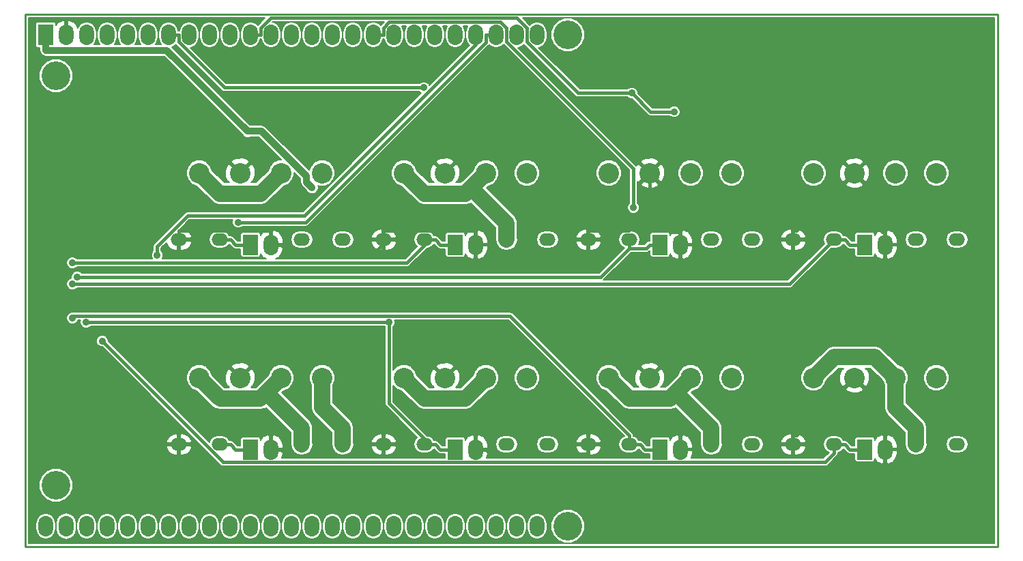
<source format=gtl>
G04 #@! TF.GenerationSoftware,KiCad,Pcbnew,no-vcs-found-7625~57~ubuntu16.04.1*
G04 #@! TF.CreationDate,2017-02-13T10:02:40-05:00*
G04 #@! TF.ProjectId,high_power_switch_controller_5x3,686967685F706F7765725F7377697463,1.0*
G04 #@! TF.FileFunction,Copper,L1,Top,Signal*
G04 #@! TF.FilePolarity,Positive*
%FSLAX46Y46*%
G04 Gerber Fmt 4.6, Leading zero omitted, Abs format (unit mm)*
G04 Created by KiCad (PCBNEW no-vcs-found-7625~57~ubuntu16.04.1) date Mon Feb 13 10:02:40 2017*
%MOMM*%
%LPD*%
G01*
G04 APERTURE LIST*
%ADD10C,0.100000*%
%ADD11C,0.228600*%
%ADD12O,2.032000X1.524000*%
%ADD13O,1.854200X2.540000*%
%ADD14R,1.854200X2.540000*%
%ADD15C,3.556000*%
%ADD16C,2.540000*%
%ADD17C,0.889000*%
%ADD18C,0.406400*%
%ADD19C,0.812800*%
%ADD20C,2.032000*%
%ADD21C,0.203200*%
G04 APERTURE END LIST*
D10*
D11*
X190500000Y-72390000D02*
X69850000Y-72390000D01*
X190500000Y-138430000D02*
X190500000Y-72390000D01*
X69850000Y-138430000D02*
X190500000Y-138430000D01*
X69850000Y-72390000D02*
X69850000Y-138430000D01*
D12*
X88900000Y-100330000D03*
X93980000Y-100330000D03*
X114300000Y-100330000D03*
X119380000Y-100330000D03*
X139700000Y-100330000D03*
X144780000Y-100330000D03*
X165100000Y-100330000D03*
X170180000Y-100330000D03*
X88900000Y-125730000D03*
X93980000Y-125730000D03*
X114300000Y-125730000D03*
X119380000Y-125730000D03*
X139700000Y-125730000D03*
X144780000Y-125730000D03*
X165100000Y-125730000D03*
X170180000Y-125730000D03*
D13*
X74930000Y-74930000D03*
X77470000Y-74930000D03*
D14*
X72390000Y-74930000D03*
D13*
X80010000Y-74930000D03*
X82550000Y-74930000D03*
X85090000Y-74930000D03*
X87630000Y-74930000D03*
X90170000Y-74930000D03*
X92710000Y-74930000D03*
X95250000Y-74930000D03*
X97790000Y-74930000D03*
X100330000Y-74930000D03*
X102870000Y-74930000D03*
X105410000Y-74930000D03*
X107950000Y-74930000D03*
X110490000Y-74930000D03*
X110490000Y-135890000D03*
X107950000Y-135890000D03*
X105410000Y-135890000D03*
X102870000Y-135890000D03*
X100330000Y-135890000D03*
X97790000Y-135890000D03*
X95250000Y-135890000D03*
X92710000Y-135890000D03*
X90170000Y-135890000D03*
X87630000Y-135890000D03*
X85090000Y-135890000D03*
X82550000Y-135890000D03*
X80010000Y-135890000D03*
X77470000Y-135890000D03*
X74930000Y-135890000D03*
X72390000Y-135890000D03*
D15*
X73660000Y-80010000D03*
X73660000Y-130810000D03*
X137160000Y-135890000D03*
X137160000Y-74930000D03*
D13*
X113030000Y-135890000D03*
X115570000Y-135890000D03*
X118110000Y-135890000D03*
X120650000Y-135890000D03*
X123190000Y-135890000D03*
X125730000Y-135890000D03*
X128270000Y-135890000D03*
X130810000Y-135890000D03*
X133350000Y-135890000D03*
X113030000Y-74930000D03*
X115570000Y-74930000D03*
X118110000Y-74930000D03*
X120650000Y-74930000D03*
X123190000Y-74930000D03*
X125730000Y-74930000D03*
X128270000Y-74930000D03*
X130810000Y-74930000D03*
X133350000Y-74930000D03*
D16*
X132080000Y-92075000D03*
X116840000Y-92075000D03*
X121920000Y-92075000D03*
X127000000Y-92075000D03*
X182880000Y-92075000D03*
X167640000Y-92075000D03*
X172720000Y-92075000D03*
X177800000Y-92075000D03*
X132080000Y-117475000D03*
X116840000Y-117475000D03*
X121920000Y-117475000D03*
X127000000Y-117475000D03*
X177800000Y-117475000D03*
X172720000Y-117475000D03*
X167640000Y-117475000D03*
X182880000Y-117475000D03*
D14*
X97790000Y-100965000D03*
D13*
X100330000Y-100965000D03*
X125730000Y-100965000D03*
D14*
X123190000Y-100965000D03*
X148590000Y-100965000D03*
D13*
X151130000Y-100965000D03*
X176530000Y-100965000D03*
D14*
X173990000Y-100965000D03*
D13*
X100330000Y-126365000D03*
D14*
X97790000Y-126365000D03*
X123190000Y-126365000D03*
D13*
X125730000Y-126365000D03*
X151130000Y-126365000D03*
D14*
X148590000Y-126365000D03*
X173990000Y-126365000D03*
D13*
X176530000Y-126365000D03*
D16*
X106680000Y-92075000D03*
X91440000Y-92075000D03*
X96520000Y-92075000D03*
X101600000Y-92075000D03*
X152400000Y-92075000D03*
X147320000Y-92075000D03*
X142240000Y-92075000D03*
X157480000Y-92075000D03*
X101600000Y-117475000D03*
X96520000Y-117475000D03*
X91440000Y-117475000D03*
X106680000Y-117475000D03*
X157480000Y-117475000D03*
X142240000Y-117475000D03*
X147320000Y-117475000D03*
X152400000Y-117475000D03*
D12*
X104140000Y-100330000D03*
X109220000Y-100330000D03*
X134620000Y-100330000D03*
X129540000Y-100330000D03*
X160020000Y-100330000D03*
X154940000Y-100330000D03*
X180340000Y-100330000D03*
X185420000Y-100330000D03*
X109220000Y-125730000D03*
X104140000Y-125730000D03*
X129540000Y-125730000D03*
X134620000Y-125730000D03*
X160020000Y-125730000D03*
X154940000Y-125730000D03*
X180340000Y-125730000D03*
X185420000Y-125730000D03*
D17*
X97417800Y-86873800D03*
X105436500Y-93882600D03*
X119294400Y-81475000D03*
X145101400Y-82153500D03*
X150341200Y-84455000D03*
X145306700Y-96376200D03*
X75716000Y-103209200D03*
X76290700Y-104975300D03*
X75710800Y-105840400D03*
X77387500Y-110592400D03*
X114974600Y-110592400D03*
X75692700Y-110063600D03*
X79387000Y-112904600D03*
X86224300Y-102257500D03*
X96268100Y-98170700D03*
D18*
X114300000Y-100330000D02*
X114300000Y-100812600D01*
X88900000Y-100330000D02*
X88900000Y-99237800D01*
X100330000Y-100965000D02*
X100330000Y-99364800D01*
X113918600Y-127203600D02*
X114300000Y-126822200D01*
X102425900Y-127203600D02*
X113918600Y-127203600D01*
X101587300Y-126365000D02*
X102425900Y-127203600D01*
X100330000Y-126365000D02*
X101587300Y-126365000D01*
X114300000Y-125730000D02*
X114300000Y-126822200D01*
X102179500Y-101557200D02*
X101587300Y-100965000D01*
X113555400Y-101557200D02*
X102179500Y-101557200D01*
X114300000Y-100812600D02*
X113555400Y-101557200D01*
X100330000Y-100965000D02*
X101587300Y-100965000D01*
X125603000Y-99237800D02*
X114300000Y-99237800D01*
X125730000Y-99364800D02*
X125603000Y-99237800D01*
X125730000Y-100965000D02*
X125730000Y-99364800D01*
X114300000Y-100330000D02*
X114300000Y-99237800D01*
X127571900Y-126949600D02*
X126987300Y-126365000D01*
X139572600Y-126949600D02*
X127571900Y-126949600D01*
X139700000Y-126822200D02*
X139572600Y-126949600D01*
X139700000Y-125730000D02*
X139700000Y-126822200D01*
X125730000Y-126365000D02*
X126987300Y-126365000D01*
X139700000Y-100330000D02*
X139700000Y-99237800D01*
X151130000Y-100965000D02*
X151130000Y-99364800D01*
X150113800Y-99364800D02*
X147320000Y-96571000D01*
X151130000Y-99364800D02*
X150113800Y-99364800D01*
X144653200Y-99237800D02*
X147320000Y-96571000D01*
X139700000Y-99237800D02*
X144653200Y-99237800D01*
X147320000Y-96571000D02*
X147320000Y-92075000D01*
X100203000Y-99237800D02*
X100330000Y-99364800D01*
X88900000Y-99237800D02*
X100203000Y-99237800D01*
X165557200Y-124637800D02*
X165100000Y-124637800D01*
X172720000Y-117475000D02*
X165557200Y-124637800D01*
X165100000Y-125730000D02*
X165100000Y-124637800D01*
X165100000Y-100330000D02*
X165100000Y-99237800D01*
X176221600Y-99364800D02*
X170825900Y-93969100D01*
X176530000Y-99364800D02*
X176221600Y-99364800D01*
X165557200Y-99237800D02*
X170825900Y-93969100D01*
X165100000Y-99237800D02*
X165557200Y-99237800D01*
X170825900Y-93969100D02*
X172720000Y-92075000D01*
X176530000Y-100965000D02*
X176530000Y-99364800D01*
D19*
X87404700Y-76860700D02*
X72390000Y-76860700D01*
X97417800Y-86873800D02*
X87404700Y-76860700D01*
X72390000Y-74930000D02*
X72390000Y-76860700D01*
X104749200Y-93195300D02*
X105436500Y-93882600D01*
X104749200Y-92485600D02*
X104749200Y-93195300D01*
X99137400Y-86873800D02*
X104749200Y-92485600D01*
X97417800Y-86873800D02*
X99137400Y-86873800D01*
D18*
X88887300Y-75793900D02*
X88887300Y-74930000D01*
X94568400Y-81475000D02*
X88887300Y-75793900D01*
X119294400Y-81475000D02*
X94568400Y-81475000D01*
X87630000Y-74930000D02*
X88887300Y-74930000D01*
X138433900Y-82153500D02*
X145101400Y-82153500D01*
X132080000Y-75799600D02*
X138433900Y-82153500D01*
X132080000Y-74076600D02*
X132080000Y-75799600D01*
X130789800Y-72786400D02*
X132080000Y-74076600D01*
X100326500Y-72786400D02*
X130789800Y-72786400D01*
X99047300Y-74065600D02*
X100326500Y-72786400D01*
X99047300Y-74930000D02*
X99047300Y-74065600D01*
X97790000Y-74930000D02*
X99047300Y-74930000D01*
X147402900Y-84455000D02*
X145101400Y-82153500D01*
X150341200Y-84455000D02*
X147402900Y-84455000D01*
D20*
X106680000Y-121157700D02*
X109220000Y-123697700D01*
X106680000Y-117475000D02*
X106680000Y-121157700D01*
X109220000Y-125730000D02*
X109220000Y-123697700D01*
D18*
X113030000Y-74930000D02*
X114287300Y-74930000D01*
X114287300Y-74066100D02*
X114287300Y-74930000D01*
X115007400Y-73346000D02*
X114287300Y-74066100D01*
X128810000Y-73346000D02*
X115007400Y-73346000D01*
X129577700Y-74113700D02*
X128810000Y-73346000D01*
X129577700Y-75783300D02*
X129577700Y-74113700D01*
X145306700Y-91512300D02*
X129577700Y-75783300D01*
X145306700Y-96376200D02*
X145306700Y-91512300D01*
X95961200Y-100965000D02*
X95326200Y-100330000D01*
X97790000Y-100965000D02*
X95961200Y-100965000D01*
X93980000Y-100330000D02*
X95326200Y-100330000D01*
D20*
X93980700Y-94615700D02*
X91440000Y-92075000D01*
X99059300Y-94615700D02*
X93980700Y-94615700D01*
X101600000Y-92075000D02*
X99059300Y-94615700D01*
D18*
X121361200Y-100965000D02*
X120726200Y-100330000D01*
X123190000Y-100965000D02*
X121361200Y-100965000D01*
X119380000Y-100330000D02*
X120053100Y-100330000D01*
X120053100Y-100330000D02*
X120726200Y-100330000D01*
X117173900Y-103209200D02*
X75716000Y-103209200D01*
X120053100Y-100330000D02*
X117173900Y-103209200D01*
D20*
X129540000Y-100330000D02*
X129540000Y-98297700D01*
X125158700Y-93916300D02*
X129540000Y-98297700D01*
X124459300Y-94615700D02*
X125158700Y-93916300D01*
X119380700Y-94615700D02*
X124459300Y-94615700D01*
X116840000Y-92075000D02*
X119380700Y-94615700D01*
X125158700Y-93916300D02*
X127000000Y-92075000D01*
D18*
X144780000Y-100330000D02*
X144780000Y-101422200D01*
X148590000Y-100965000D02*
X147332700Y-100965000D01*
X146875500Y-101422200D02*
X144780000Y-101422200D01*
X147332700Y-100965000D02*
X146875500Y-101422200D01*
X141226900Y-104975300D02*
X76290700Y-104975300D01*
X144780000Y-101422200D02*
X141226900Y-104975300D01*
X172161200Y-100965000D02*
X171526200Y-100330000D01*
X173990000Y-100965000D02*
X172161200Y-100965000D01*
X170180000Y-100330000D02*
X171526200Y-100330000D01*
X164669600Y-105840400D02*
X75710800Y-105840400D01*
X170180000Y-100330000D02*
X164669600Y-105840400D01*
X95961200Y-126365000D02*
X95326200Y-125730000D01*
X97790000Y-126365000D02*
X95961200Y-126365000D01*
X93980000Y-125730000D02*
X95326200Y-125730000D01*
D20*
X104140000Y-125730000D02*
X104140000Y-123697700D01*
X99758700Y-119316300D02*
X104140000Y-123697700D01*
X99012300Y-120062700D02*
X99758700Y-119316300D01*
X94027700Y-120062700D02*
X99012300Y-120062700D01*
X91440000Y-117475000D02*
X94027700Y-120062700D01*
X99758700Y-119316300D02*
X101600000Y-117475000D01*
D18*
X121361200Y-126365000D02*
X120726200Y-125730000D01*
X123190000Y-126365000D02*
X121361200Y-126365000D01*
X119380000Y-125730000D02*
X120053100Y-125730000D01*
X120053100Y-125730000D02*
X120726200Y-125730000D01*
X77387500Y-110592400D02*
X114974600Y-110592400D01*
X114974600Y-120651500D02*
X114974600Y-110592400D01*
X120053100Y-125730000D02*
X114974600Y-120651500D01*
D20*
X119401600Y-120036600D02*
X116840000Y-117475000D01*
X124438400Y-120036600D02*
X119401600Y-120036600D01*
X127000000Y-117475000D02*
X124438400Y-120036600D01*
D18*
X144780000Y-125730000D02*
X144780000Y-124637800D01*
X75913500Y-109842800D02*
X75692700Y-110063600D01*
X129985000Y-109842800D02*
X75913500Y-109842800D01*
X144780000Y-124637800D02*
X129985000Y-109842800D01*
X146761200Y-126365000D02*
X146126200Y-125730000D01*
X148590000Y-126365000D02*
X146761200Y-126365000D01*
X144780000Y-125730000D02*
X146126200Y-125730000D01*
D20*
X154940000Y-125730000D02*
X154940000Y-123697700D01*
X150558700Y-119316300D02*
X154940000Y-123697700D01*
X152400000Y-117475000D02*
X150558700Y-119316300D01*
X144782000Y-120017000D02*
X142240000Y-117475000D01*
X149858000Y-120017000D02*
X144782000Y-120017000D01*
X150558700Y-119316300D02*
X149858000Y-120017000D01*
D18*
X172161200Y-126365000D02*
X171526200Y-125730000D01*
X173990000Y-126365000D02*
X172161200Y-126365000D01*
X170853100Y-125730000D02*
X171526200Y-125730000D01*
X170853100Y-125730000D02*
X170180000Y-125730000D01*
X94440000Y-127957600D02*
X79387000Y-112904600D01*
X169044600Y-127957600D02*
X94440000Y-127957600D01*
X170180000Y-126822200D02*
X169044600Y-127957600D01*
X170180000Y-125730000D02*
X170180000Y-126822200D01*
D20*
X170195500Y-114919500D02*
X167640000Y-117475000D01*
X175244500Y-114919500D02*
X170195500Y-114919500D01*
X177800000Y-117475000D02*
X175244500Y-114919500D01*
X177800000Y-121157700D02*
X177800000Y-117475000D01*
X180340000Y-123697700D02*
X177800000Y-121157700D01*
X180340000Y-125730000D02*
X180340000Y-123697700D01*
D18*
X125730000Y-76140500D02*
X125730000Y-74930000D01*
X104474200Y-97396300D02*
X125730000Y-76140500D01*
X89987100Y-97396300D02*
X104474200Y-97396300D01*
X86224300Y-101159100D02*
X89987100Y-97396300D01*
X86224300Y-102257500D02*
X86224300Y-101159100D01*
X128270000Y-74930000D02*
X127012700Y-74930000D01*
X127012700Y-75820300D02*
X127012700Y-74930000D01*
X104662300Y-98170700D02*
X127012700Y-75820300D01*
X96268100Y-98170700D02*
X104662300Y-98170700D01*
D21*
G36*
X98688090Y-73706390D02*
X98681679Y-73715984D01*
X98661085Y-73685163D01*
X98261428Y-73418121D01*
X97790000Y-73324348D01*
X97318572Y-73418121D01*
X96918915Y-73685163D01*
X96651873Y-74084820D01*
X96558100Y-74556248D01*
X96558100Y-75303752D01*
X96651873Y-75775180D01*
X96918915Y-76174837D01*
X97318572Y-76441879D01*
X97790000Y-76535652D01*
X98261428Y-76441879D01*
X98661085Y-76174837D01*
X98928127Y-75775180D01*
X98995196Y-75438000D01*
X99047300Y-75438000D01*
X99121854Y-75423170D01*
X99191873Y-75775180D01*
X99458915Y-76174837D01*
X99858572Y-76441879D01*
X100330000Y-76535652D01*
X100801428Y-76441879D01*
X101201085Y-76174837D01*
X101468127Y-75775180D01*
X101561900Y-75303752D01*
X101561900Y-74556248D01*
X101638100Y-74556248D01*
X101638100Y-75303752D01*
X101731873Y-75775180D01*
X101998915Y-76174837D01*
X102398572Y-76441879D01*
X102870000Y-76535652D01*
X103341428Y-76441879D01*
X103741085Y-76174837D01*
X104008127Y-75775180D01*
X104101900Y-75303752D01*
X104101900Y-74556248D01*
X104178100Y-74556248D01*
X104178100Y-75303752D01*
X104271873Y-75775180D01*
X104538915Y-76174837D01*
X104938572Y-76441879D01*
X105410000Y-76535652D01*
X105881428Y-76441879D01*
X106281085Y-76174837D01*
X106548127Y-75775180D01*
X106641900Y-75303752D01*
X106641900Y-74556248D01*
X106718100Y-74556248D01*
X106718100Y-75303752D01*
X106811873Y-75775180D01*
X107078915Y-76174837D01*
X107478572Y-76441879D01*
X107950000Y-76535652D01*
X108421428Y-76441879D01*
X108821085Y-76174837D01*
X109088127Y-75775180D01*
X109181900Y-75303752D01*
X109181900Y-74556248D01*
X109258100Y-74556248D01*
X109258100Y-75303752D01*
X109351873Y-75775180D01*
X109618915Y-76174837D01*
X110018572Y-76441879D01*
X110490000Y-76535652D01*
X110961428Y-76441879D01*
X111361085Y-76174837D01*
X111628127Y-75775180D01*
X111721900Y-75303752D01*
X111721900Y-74556248D01*
X111628127Y-74084820D01*
X111361085Y-73685163D01*
X110961428Y-73418121D01*
X110490000Y-73324348D01*
X110018572Y-73418121D01*
X109618915Y-73685163D01*
X109351873Y-74084820D01*
X109258100Y-74556248D01*
X109181900Y-74556248D01*
X109088127Y-74084820D01*
X108821085Y-73685163D01*
X108421428Y-73418121D01*
X107950000Y-73324348D01*
X107478572Y-73418121D01*
X107078915Y-73685163D01*
X106811873Y-74084820D01*
X106718100Y-74556248D01*
X106641900Y-74556248D01*
X106548127Y-74084820D01*
X106281085Y-73685163D01*
X105881428Y-73418121D01*
X105410000Y-73324348D01*
X104938572Y-73418121D01*
X104538915Y-73685163D01*
X104271873Y-74084820D01*
X104178100Y-74556248D01*
X104101900Y-74556248D01*
X104008127Y-74084820D01*
X103741085Y-73685163D01*
X103341428Y-73418121D01*
X102870000Y-73324348D01*
X102398572Y-73418121D01*
X101998915Y-73685163D01*
X101731873Y-74084820D01*
X101638100Y-74556248D01*
X101561900Y-74556248D01*
X101468127Y-74084820D01*
X101201085Y-73685163D01*
X100801428Y-73418121D01*
X100477610Y-73353710D01*
X100536920Y-73294400D01*
X114340580Y-73294400D01*
X113928090Y-73706890D01*
X113921846Y-73716234D01*
X113901085Y-73685163D01*
X113501428Y-73418121D01*
X113030000Y-73324348D01*
X112558572Y-73418121D01*
X112158915Y-73685163D01*
X111891873Y-74084820D01*
X111798100Y-74556248D01*
X111798100Y-75303752D01*
X111891873Y-75775180D01*
X112158915Y-76174837D01*
X112558572Y-76441879D01*
X113030000Y-76535652D01*
X113501428Y-76441879D01*
X113901085Y-76174837D01*
X114168127Y-75775180D01*
X114235196Y-75438000D01*
X114287300Y-75438000D01*
X114361854Y-75423170D01*
X114431873Y-75775180D01*
X114698915Y-76174837D01*
X115098572Y-76441879D01*
X115570000Y-76535652D01*
X116041428Y-76441879D01*
X116441085Y-76174837D01*
X116708127Y-75775180D01*
X116801900Y-75303752D01*
X116801900Y-74556248D01*
X116708127Y-74084820D01*
X116553898Y-73854000D01*
X117126102Y-73854000D01*
X116971873Y-74084820D01*
X116878100Y-74556248D01*
X116878100Y-75303752D01*
X116971873Y-75775180D01*
X117238915Y-76174837D01*
X117638572Y-76441879D01*
X118110000Y-76535652D01*
X118581428Y-76441879D01*
X118981085Y-76174837D01*
X119248127Y-75775180D01*
X119341900Y-75303752D01*
X119341900Y-74556248D01*
X119248127Y-74084820D01*
X119093898Y-73854000D01*
X119666102Y-73854000D01*
X119511873Y-74084820D01*
X119418100Y-74556248D01*
X119418100Y-75303752D01*
X119511873Y-75775180D01*
X119778915Y-76174837D01*
X120178572Y-76441879D01*
X120650000Y-76535652D01*
X121121428Y-76441879D01*
X121521085Y-76174837D01*
X121788127Y-75775180D01*
X121881900Y-75303752D01*
X121881900Y-74556248D01*
X121788127Y-74084820D01*
X121633898Y-73854000D01*
X122206102Y-73854000D01*
X122051873Y-74084820D01*
X121958100Y-74556248D01*
X121958100Y-75303752D01*
X122051873Y-75775180D01*
X122318915Y-76174837D01*
X122718572Y-76441879D01*
X123190000Y-76535652D01*
X123661428Y-76441879D01*
X124061085Y-76174837D01*
X124328127Y-75775180D01*
X124421900Y-75303752D01*
X124421900Y-74556248D01*
X124328127Y-74084820D01*
X124173898Y-73854000D01*
X124746102Y-73854000D01*
X124591873Y-74084820D01*
X124498100Y-74556248D01*
X124498100Y-75303752D01*
X124591873Y-75775180D01*
X124858915Y-76174837D01*
X124929847Y-76222232D01*
X119979986Y-81172094D01*
X119929996Y-81051110D01*
X119719399Y-80840144D01*
X119444099Y-80725830D01*
X119146009Y-80725570D01*
X118870510Y-80839404D01*
X118742690Y-80967000D01*
X94778820Y-80967000D01*
X90318027Y-76506207D01*
X90641428Y-76441879D01*
X91041085Y-76174837D01*
X91308127Y-75775180D01*
X91401900Y-75303752D01*
X91401900Y-74556248D01*
X91478100Y-74556248D01*
X91478100Y-75303752D01*
X91571873Y-75775180D01*
X91838915Y-76174837D01*
X92238572Y-76441879D01*
X92710000Y-76535652D01*
X93181428Y-76441879D01*
X93581085Y-76174837D01*
X93848127Y-75775180D01*
X93941900Y-75303752D01*
X93941900Y-74556248D01*
X94018100Y-74556248D01*
X94018100Y-75303752D01*
X94111873Y-75775180D01*
X94378915Y-76174837D01*
X94778572Y-76441879D01*
X95250000Y-76535652D01*
X95721428Y-76441879D01*
X96121085Y-76174837D01*
X96388127Y-75775180D01*
X96481900Y-75303752D01*
X96481900Y-74556248D01*
X96388127Y-74084820D01*
X96121085Y-73685163D01*
X95721428Y-73418121D01*
X95250000Y-73324348D01*
X94778572Y-73418121D01*
X94378915Y-73685163D01*
X94111873Y-74084820D01*
X94018100Y-74556248D01*
X93941900Y-74556248D01*
X93848127Y-74084820D01*
X93581085Y-73685163D01*
X93181428Y-73418121D01*
X92710000Y-73324348D01*
X92238572Y-73418121D01*
X91838915Y-73685163D01*
X91571873Y-74084820D01*
X91478100Y-74556248D01*
X91401900Y-74556248D01*
X91308127Y-74084820D01*
X91041085Y-73685163D01*
X90641428Y-73418121D01*
X90170000Y-73324348D01*
X89698572Y-73418121D01*
X89298915Y-73685163D01*
X89031873Y-74084820D01*
X88961854Y-74436830D01*
X88887300Y-74422000D01*
X88835196Y-74422000D01*
X88768127Y-74084820D01*
X88501085Y-73685163D01*
X88101428Y-73418121D01*
X87630000Y-73324348D01*
X87158572Y-73418121D01*
X86758915Y-73685163D01*
X86491873Y-74084820D01*
X86398100Y-74556248D01*
X86398100Y-75303752D01*
X86491873Y-75775180D01*
X86708042Y-76098700D01*
X86011958Y-76098700D01*
X86228127Y-75775180D01*
X86321900Y-75303752D01*
X86321900Y-74556248D01*
X86228127Y-74084820D01*
X85961085Y-73685163D01*
X85561428Y-73418121D01*
X85090000Y-73324348D01*
X84618572Y-73418121D01*
X84218915Y-73685163D01*
X83951873Y-74084820D01*
X83858100Y-74556248D01*
X83858100Y-75303752D01*
X83951873Y-75775180D01*
X84168042Y-76098700D01*
X83471958Y-76098700D01*
X83688127Y-75775180D01*
X83781900Y-75303752D01*
X83781900Y-74556248D01*
X83688127Y-74084820D01*
X83421085Y-73685163D01*
X83021428Y-73418121D01*
X82550000Y-73324348D01*
X82078572Y-73418121D01*
X81678915Y-73685163D01*
X81411873Y-74084820D01*
X81318100Y-74556248D01*
X81318100Y-75303752D01*
X81411873Y-75775180D01*
X81628042Y-76098700D01*
X80931958Y-76098700D01*
X81148127Y-75775180D01*
X81241900Y-75303752D01*
X81241900Y-74556248D01*
X81148127Y-74084820D01*
X80881085Y-73685163D01*
X80481428Y-73418121D01*
X80010000Y-73324348D01*
X79538572Y-73418121D01*
X79138915Y-73685163D01*
X78871873Y-74084820D01*
X78778100Y-74556248D01*
X78778100Y-75303752D01*
X78871873Y-75775180D01*
X79088042Y-76098700D01*
X78391958Y-76098700D01*
X78608127Y-75775180D01*
X78701900Y-75303752D01*
X78701900Y-74556248D01*
X78608127Y-74084820D01*
X78341085Y-73685163D01*
X77941428Y-73418121D01*
X77470000Y-73324348D01*
X76998572Y-73418121D01*
X76598915Y-73685163D01*
X76351414Y-74055575D01*
X76291405Y-73858231D01*
X75908848Y-73392726D01*
X75377270Y-73109053D01*
X75319731Y-73100643D01*
X75082400Y-73211215D01*
X75082400Y-74777600D01*
X75102400Y-74777600D01*
X75102400Y-75082400D01*
X75082400Y-75082400D01*
X75082400Y-75102400D01*
X74777600Y-75102400D01*
X74777600Y-75082400D01*
X74757600Y-75082400D01*
X74757600Y-74777600D01*
X74777600Y-74777600D01*
X74777600Y-73211215D01*
X74540269Y-73100643D01*
X74482730Y-73109053D01*
X73951152Y-73392726D01*
X73679666Y-73723077D01*
X73679666Y-73660000D01*
X73652067Y-73521252D01*
X73573473Y-73403627D01*
X73455848Y-73325033D01*
X73317100Y-73297434D01*
X71462900Y-73297434D01*
X71324152Y-73325033D01*
X71206527Y-73403627D01*
X71127933Y-73521252D01*
X71100334Y-73660000D01*
X71100334Y-76200000D01*
X71127933Y-76338748D01*
X71206527Y-76456373D01*
X71324152Y-76534967D01*
X71462900Y-76562566D01*
X71628000Y-76562566D01*
X71628000Y-76860700D01*
X71686004Y-77152305D01*
X71851185Y-77399515D01*
X72098395Y-77564696D01*
X72390000Y-77622700D01*
X87089070Y-77622700D01*
X96701311Y-87234941D01*
X96739113Y-87326428D01*
X96963988Y-87551696D01*
X97257952Y-87673761D01*
X97576252Y-87674039D01*
X97668797Y-87635800D01*
X98821770Y-87635800D01*
X101635400Y-90449431D01*
X101278067Y-90449119D01*
X100680375Y-90696080D01*
X100222687Y-91152970D01*
X99974683Y-91750230D01*
X99974674Y-91760591D01*
X98491164Y-93244100D01*
X97904629Y-93244100D01*
X97870454Y-93209925D01*
X98155088Y-93074585D01*
X98413149Y-92372775D01*
X98382995Y-91625632D01*
X98155088Y-91075415D01*
X97870452Y-90940074D01*
X96735526Y-92075000D01*
X96749669Y-92089143D01*
X96534143Y-92304669D01*
X96520000Y-92290526D01*
X96505858Y-92304669D01*
X96290332Y-92089143D01*
X96304474Y-92075000D01*
X95169548Y-90940074D01*
X94884912Y-91075415D01*
X94626851Y-91777225D01*
X94657005Y-92524368D01*
X94884912Y-93074585D01*
X95169546Y-93209925D01*
X95135371Y-93244100D01*
X94548835Y-93244100D01*
X93065874Y-91761138D01*
X93065881Y-91753067D01*
X92818920Y-91155375D01*
X92388845Y-90724548D01*
X95385074Y-90724548D01*
X96520000Y-91859474D01*
X97654926Y-90724548D01*
X97519585Y-90439912D01*
X96817775Y-90181851D01*
X96070632Y-90212005D01*
X95520415Y-90439912D01*
X95385074Y-90724548D01*
X92388845Y-90724548D01*
X92362030Y-90697687D01*
X91764770Y-90449683D01*
X91118067Y-90449119D01*
X90520375Y-90696080D01*
X90062687Y-91152970D01*
X89814683Y-91750230D01*
X89814119Y-92396933D01*
X90061080Y-92994625D01*
X90517970Y-93452313D01*
X91115230Y-93700317D01*
X91125590Y-93700326D01*
X93010830Y-95585565D01*
X93010832Y-95585568D01*
X93455811Y-95882893D01*
X93980700Y-95987300D01*
X99059300Y-95987300D01*
X99584189Y-95882893D01*
X100029168Y-95585568D01*
X100029169Y-95585567D01*
X101913861Y-93700874D01*
X101921933Y-93700881D01*
X102519625Y-93453920D01*
X102977313Y-92997030D01*
X103225317Y-92399770D01*
X103225631Y-92039662D01*
X103987200Y-92801231D01*
X103987200Y-93195300D01*
X104045204Y-93486905D01*
X104114756Y-93590996D01*
X104210385Y-93734115D01*
X104720011Y-94243741D01*
X104757813Y-94335228D01*
X104982688Y-94560496D01*
X105276652Y-94682561D01*
X105594952Y-94682839D01*
X105889128Y-94561287D01*
X106114396Y-94336412D01*
X106236461Y-94042448D01*
X106236739Y-93724148D01*
X106200312Y-93635990D01*
X106355230Y-93700317D01*
X107001933Y-93700881D01*
X107599625Y-93453920D01*
X108057313Y-92997030D01*
X108305317Y-92399770D01*
X108305881Y-91753067D01*
X108058920Y-91155375D01*
X107602030Y-90697687D01*
X107004770Y-90449683D01*
X106358067Y-90449119D01*
X105760375Y-90696080D01*
X105302687Y-91152970D01*
X105065474Y-91724243D01*
X99676215Y-86334985D01*
X99429005Y-86169804D01*
X99137400Y-86111800D01*
X97733430Y-86111800D01*
X88069800Y-76448170D01*
X88101428Y-76441879D01*
X88501085Y-76174837D01*
X88521846Y-76143766D01*
X88528090Y-76153110D01*
X94209190Y-81834210D01*
X94373997Y-81944331D01*
X94568400Y-81983000D01*
X118742767Y-81983000D01*
X118869401Y-82109856D01*
X118991517Y-82160563D01*
X104263780Y-96888300D01*
X89987100Y-96888300D01*
X89792697Y-96926969D01*
X89627890Y-97037090D01*
X85865090Y-100799890D01*
X85754969Y-100964697D01*
X85716300Y-101159100D01*
X85716300Y-101705867D01*
X85589444Y-101832501D01*
X85475130Y-102107801D01*
X85474870Y-102405891D01*
X85588704Y-102681390D01*
X85608479Y-102701200D01*
X76267633Y-102701200D01*
X76140999Y-102574344D01*
X75865699Y-102460030D01*
X75567609Y-102459770D01*
X75292110Y-102573604D01*
X75081144Y-102784201D01*
X74966830Y-103059501D01*
X74966570Y-103357591D01*
X75080404Y-103633090D01*
X75291001Y-103844056D01*
X75566301Y-103958370D01*
X75864391Y-103958630D01*
X76139890Y-103844796D01*
X76267710Y-103717200D01*
X117173900Y-103717200D01*
X117368303Y-103678531D01*
X117533110Y-103568410D01*
X119715855Y-101385665D01*
X120068123Y-101315595D01*
X120414218Y-101084342D01*
X120553569Y-100875789D01*
X121001990Y-101324211D01*
X121166797Y-101434331D01*
X121361200Y-101473000D01*
X121952129Y-101473000D01*
X121952129Y-102235000D01*
X121975785Y-102353927D01*
X122043152Y-102454748D01*
X122143973Y-102522115D01*
X122262900Y-102545771D01*
X124117100Y-102545771D01*
X124236027Y-102522115D01*
X124336848Y-102454748D01*
X124404215Y-102353927D01*
X124427871Y-102235000D01*
X124427871Y-102108898D01*
X124751152Y-102502274D01*
X125282730Y-102785947D01*
X125340269Y-102794357D01*
X125577600Y-102683785D01*
X125577600Y-101117400D01*
X125882400Y-101117400D01*
X125882400Y-102683785D01*
X126119731Y-102794357D01*
X126177270Y-102785947D01*
X126708848Y-102502274D01*
X127091405Y-102036769D01*
X127266700Y-101460300D01*
X127266700Y-101117400D01*
X125882400Y-101117400D01*
X125577600Y-101117400D01*
X125557600Y-101117400D01*
X125557600Y-100812600D01*
X125577600Y-100812600D01*
X125577600Y-99246215D01*
X125882400Y-99246215D01*
X125882400Y-100812600D01*
X127266700Y-100812600D01*
X127266700Y-100469700D01*
X127091405Y-99893231D01*
X126708848Y-99427726D01*
X126177270Y-99144053D01*
X126119731Y-99135643D01*
X125882400Y-99246215D01*
X125577600Y-99246215D01*
X125340269Y-99135643D01*
X125282730Y-99144053D01*
X124751152Y-99427726D01*
X124427871Y-99821102D01*
X124427871Y-99695000D01*
X124404215Y-99576073D01*
X124336848Y-99475252D01*
X124236027Y-99407885D01*
X124117100Y-99384229D01*
X122262900Y-99384229D01*
X122143973Y-99407885D01*
X122043152Y-99475252D01*
X121975785Y-99576073D01*
X121952129Y-99695000D01*
X121952129Y-100457000D01*
X121571621Y-100457000D01*
X121085410Y-99970790D01*
X120920603Y-99860669D01*
X120726200Y-99822000D01*
X120578818Y-99822000D01*
X120414218Y-99575658D01*
X120068123Y-99344405D01*
X119659876Y-99263200D01*
X119100124Y-99263200D01*
X118691877Y-99344405D01*
X118345782Y-99575658D01*
X118114529Y-99921753D01*
X118033324Y-100330000D01*
X118114529Y-100738247D01*
X118345782Y-101084342D01*
X118486388Y-101178292D01*
X116963480Y-102701200D01*
X100936078Y-102701200D01*
X101308848Y-102502274D01*
X101691405Y-102036769D01*
X101866700Y-101460300D01*
X101866700Y-101117400D01*
X100482400Y-101117400D01*
X100482400Y-101137400D01*
X100177600Y-101137400D01*
X100177600Y-101117400D01*
X100157600Y-101117400D01*
X100157600Y-100812600D01*
X100177600Y-100812600D01*
X100177600Y-99246215D01*
X100482400Y-99246215D01*
X100482400Y-100812600D01*
X101866700Y-100812600D01*
X101866700Y-100469700D01*
X101824220Y-100330000D01*
X102741529Y-100330000D01*
X102826601Y-100757687D01*
X103068866Y-101120263D01*
X103431442Y-101362528D01*
X103859129Y-101447600D01*
X104420871Y-101447600D01*
X104848558Y-101362528D01*
X105211134Y-101120263D01*
X105453399Y-100757687D01*
X105538471Y-100330000D01*
X107821529Y-100330000D01*
X107906601Y-100757687D01*
X108148866Y-101120263D01*
X108511442Y-101362528D01*
X108939129Y-101447600D01*
X109500871Y-101447600D01*
X109928558Y-101362528D01*
X110291134Y-101120263D01*
X110533399Y-100757687D01*
X110546114Y-100693761D01*
X112723516Y-100693761D01*
X112730546Y-100750299D01*
X112991520Y-101221708D01*
X113413030Y-101557363D01*
X113930904Y-101706163D01*
X114147600Y-101554825D01*
X114147600Y-100482400D01*
X114452400Y-100482400D01*
X114452400Y-101554825D01*
X114669096Y-101706163D01*
X115186970Y-101557363D01*
X115608480Y-101221708D01*
X115869454Y-100750299D01*
X115876484Y-100693761D01*
X115763637Y-100482400D01*
X114452400Y-100482400D01*
X114147600Y-100482400D01*
X112836363Y-100482400D01*
X112723516Y-100693761D01*
X110546114Y-100693761D01*
X110618471Y-100330000D01*
X110546115Y-99966239D01*
X112723516Y-99966239D01*
X112836363Y-100177600D01*
X114147600Y-100177600D01*
X114147600Y-99105175D01*
X114452400Y-99105175D01*
X114452400Y-100177600D01*
X115763637Y-100177600D01*
X115876484Y-99966239D01*
X115869454Y-99909701D01*
X115608480Y-99438292D01*
X115186970Y-99102637D01*
X114669096Y-98953837D01*
X114452400Y-99105175D01*
X114147600Y-99105175D01*
X113930904Y-98953837D01*
X113413030Y-99102637D01*
X112991520Y-99438292D01*
X112730546Y-99909701D01*
X112723516Y-99966239D01*
X110546115Y-99966239D01*
X110533399Y-99902313D01*
X110291134Y-99539737D01*
X109928558Y-99297472D01*
X109500871Y-99212400D01*
X108939129Y-99212400D01*
X108511442Y-99297472D01*
X108148866Y-99539737D01*
X107906601Y-99902313D01*
X107821529Y-100330000D01*
X105538471Y-100330000D01*
X105453399Y-99902313D01*
X105211134Y-99539737D01*
X104848558Y-99297472D01*
X104420871Y-99212400D01*
X103859129Y-99212400D01*
X103431442Y-99297472D01*
X103068866Y-99539737D01*
X102826601Y-99902313D01*
X102741529Y-100330000D01*
X101824220Y-100330000D01*
X101691405Y-99893231D01*
X101308848Y-99427726D01*
X100777270Y-99144053D01*
X100719731Y-99135643D01*
X100482400Y-99246215D01*
X100177600Y-99246215D01*
X99940269Y-99135643D01*
X99882730Y-99144053D01*
X99351152Y-99427726D01*
X99027871Y-99821102D01*
X99027871Y-99695000D01*
X99004215Y-99576073D01*
X98936848Y-99475252D01*
X98836027Y-99407885D01*
X98717100Y-99384229D01*
X96862900Y-99384229D01*
X96743973Y-99407885D01*
X96643152Y-99475252D01*
X96575785Y-99576073D01*
X96552129Y-99695000D01*
X96552129Y-100457000D01*
X96171621Y-100457000D01*
X95685410Y-99970790D01*
X95520603Y-99860669D01*
X95326200Y-99822000D01*
X95178818Y-99822000D01*
X95014218Y-99575658D01*
X94668123Y-99344405D01*
X94259876Y-99263200D01*
X93700124Y-99263200D01*
X93291877Y-99344405D01*
X92945782Y-99575658D01*
X92714529Y-99921753D01*
X92633324Y-100330000D01*
X92714529Y-100738247D01*
X92945782Y-101084342D01*
X93291877Y-101315595D01*
X93700124Y-101396800D01*
X94259876Y-101396800D01*
X94668123Y-101315595D01*
X95014218Y-101084342D01*
X95153569Y-100875789D01*
X95601990Y-101324211D01*
X95766797Y-101434331D01*
X95961200Y-101473000D01*
X96552129Y-101473000D01*
X96552129Y-102235000D01*
X96575785Y-102353927D01*
X96643152Y-102454748D01*
X96743973Y-102522115D01*
X96862900Y-102545771D01*
X98717100Y-102545771D01*
X98836027Y-102522115D01*
X98936848Y-102454748D01*
X99004215Y-102353927D01*
X99027871Y-102235000D01*
X99027871Y-102108898D01*
X99351152Y-102502274D01*
X99723922Y-102701200D01*
X86840422Y-102701200D01*
X86859156Y-102682499D01*
X86973470Y-102407199D01*
X86973730Y-102109109D01*
X86859896Y-101833610D01*
X86732300Y-101705790D01*
X86732300Y-101369520D01*
X87338020Y-100763800D01*
X87591520Y-101221708D01*
X88013030Y-101557363D01*
X88530904Y-101706163D01*
X88747600Y-101554825D01*
X88747600Y-100482400D01*
X89052400Y-100482400D01*
X89052400Y-101554825D01*
X89269096Y-101706163D01*
X89786970Y-101557363D01*
X90208480Y-101221708D01*
X90469454Y-100750299D01*
X90476484Y-100693761D01*
X90363637Y-100482400D01*
X89052400Y-100482400D01*
X88747600Y-100482400D01*
X88727600Y-100482400D01*
X88727600Y-100177600D01*
X88747600Y-100177600D01*
X88747600Y-100157600D01*
X89052400Y-100157600D01*
X89052400Y-100177600D01*
X90363637Y-100177600D01*
X90476484Y-99966239D01*
X90469454Y-99909701D01*
X90208480Y-99438292D01*
X89786970Y-99102637D01*
X89269096Y-98953837D01*
X89052402Y-99105174D01*
X89052402Y-99049418D01*
X90197520Y-97904300D01*
X95567388Y-97904300D01*
X95518930Y-98021001D01*
X95518670Y-98319091D01*
X95632504Y-98594590D01*
X95843101Y-98805556D01*
X96118401Y-98919870D01*
X96416491Y-98920130D01*
X96691990Y-98806296D01*
X96819810Y-98678700D01*
X104662300Y-98678700D01*
X104856703Y-98640031D01*
X105021510Y-98529910D01*
X111154487Y-92396933D01*
X115214119Y-92396933D01*
X115461080Y-92994625D01*
X115917970Y-93452313D01*
X116515230Y-93700317D01*
X116525590Y-93700326D01*
X118410830Y-95585565D01*
X118410832Y-95585568D01*
X118855811Y-95882893D01*
X119380700Y-95987300D01*
X124459300Y-95987300D01*
X124984189Y-95882893D01*
X125104888Y-95802245D01*
X128168400Y-98865826D01*
X128168400Y-100194910D01*
X128141529Y-100330000D01*
X128226601Y-100757687D01*
X128264863Y-100814950D01*
X128272807Y-100854889D01*
X128570132Y-101299868D01*
X129015111Y-101597193D01*
X129540000Y-101701600D01*
X130064889Y-101597193D01*
X130509868Y-101299868D01*
X130807193Y-100854889D01*
X130815137Y-100814950D01*
X130853399Y-100757687D01*
X130938471Y-100330000D01*
X133221529Y-100330000D01*
X133306601Y-100757687D01*
X133548866Y-101120263D01*
X133911442Y-101362528D01*
X134339129Y-101447600D01*
X134900871Y-101447600D01*
X135328558Y-101362528D01*
X135691134Y-101120263D01*
X135933399Y-100757687D01*
X135946114Y-100693761D01*
X138123516Y-100693761D01*
X138130546Y-100750299D01*
X138391520Y-101221708D01*
X138813030Y-101557363D01*
X139330904Y-101706163D01*
X139547600Y-101554825D01*
X139547600Y-100482400D01*
X139852400Y-100482400D01*
X139852400Y-101554825D01*
X140069096Y-101706163D01*
X140586970Y-101557363D01*
X141008480Y-101221708D01*
X141269454Y-100750299D01*
X141276484Y-100693761D01*
X141163637Y-100482400D01*
X139852400Y-100482400D01*
X139547600Y-100482400D01*
X138236363Y-100482400D01*
X138123516Y-100693761D01*
X135946114Y-100693761D01*
X136018471Y-100330000D01*
X135946115Y-99966239D01*
X138123516Y-99966239D01*
X138236363Y-100177600D01*
X139547600Y-100177600D01*
X139547600Y-99105175D01*
X139852400Y-99105175D01*
X139852400Y-100177600D01*
X141163637Y-100177600D01*
X141276484Y-99966239D01*
X141269454Y-99909701D01*
X141008480Y-99438292D01*
X140586970Y-99102637D01*
X140069096Y-98953837D01*
X139852400Y-99105175D01*
X139547600Y-99105175D01*
X139330904Y-98953837D01*
X138813030Y-99102637D01*
X138391520Y-99438292D01*
X138130546Y-99909701D01*
X138123516Y-99966239D01*
X135946115Y-99966239D01*
X135933399Y-99902313D01*
X135691134Y-99539737D01*
X135328558Y-99297472D01*
X134900871Y-99212400D01*
X134339129Y-99212400D01*
X133911442Y-99297472D01*
X133548866Y-99539737D01*
X133306601Y-99902313D01*
X133221529Y-100330000D01*
X130938471Y-100330000D01*
X130911600Y-100194910D01*
X130911600Y-98297721D01*
X130911601Y-98297716D01*
X130911600Y-98297711D01*
X130911600Y-98297700D01*
X130873623Y-98106779D01*
X130807200Y-97772827D01*
X130807195Y-97772819D01*
X130807193Y-97772811D01*
X130642744Y-97526696D01*
X130509879Y-97327844D01*
X130509870Y-97327835D01*
X130509868Y-97327832D01*
X130509865Y-97327830D01*
X127098425Y-93916311D01*
X127313861Y-93700874D01*
X127321933Y-93700881D01*
X127919625Y-93453920D01*
X128377313Y-92997030D01*
X128625317Y-92399770D01*
X128625319Y-92396933D01*
X130454119Y-92396933D01*
X130701080Y-92994625D01*
X131157970Y-93452313D01*
X131755230Y-93700317D01*
X132401933Y-93700881D01*
X132999625Y-93453920D01*
X133457313Y-92997030D01*
X133705317Y-92399770D01*
X133705319Y-92396933D01*
X140614119Y-92396933D01*
X140861080Y-92994625D01*
X141317970Y-93452313D01*
X141915230Y-93700317D01*
X142561933Y-93700881D01*
X143159625Y-93453920D01*
X143617313Y-92997030D01*
X143865317Y-92399770D01*
X143865881Y-91753067D01*
X143618920Y-91155375D01*
X143162030Y-90697687D01*
X142564770Y-90449683D01*
X141918067Y-90449119D01*
X141320375Y-90696080D01*
X140862687Y-91152970D01*
X140614683Y-91750230D01*
X140614119Y-92396933D01*
X133705319Y-92396933D01*
X133705881Y-91753067D01*
X133458920Y-91155375D01*
X133002030Y-90697687D01*
X132404770Y-90449683D01*
X131758067Y-90449119D01*
X131160375Y-90696080D01*
X130702687Y-91152970D01*
X130454683Y-91750230D01*
X130454119Y-92396933D01*
X128625319Y-92396933D01*
X128625881Y-91753067D01*
X128378920Y-91155375D01*
X127922030Y-90697687D01*
X127324770Y-90449683D01*
X126678067Y-90449119D01*
X126080375Y-90696080D01*
X125622687Y-91152970D01*
X125374683Y-91750230D01*
X125374674Y-91760591D01*
X124188832Y-92946432D01*
X123891164Y-93244100D01*
X123304629Y-93244100D01*
X123270454Y-93209925D01*
X123555088Y-93074585D01*
X123813149Y-92372775D01*
X123782995Y-91625632D01*
X123555088Y-91075415D01*
X123270452Y-90940074D01*
X122135526Y-92075000D01*
X122149669Y-92089143D01*
X121934143Y-92304669D01*
X121920000Y-92290526D01*
X121905858Y-92304669D01*
X121690332Y-92089143D01*
X121704474Y-92075000D01*
X120569548Y-90940074D01*
X120284912Y-91075415D01*
X120026851Y-91777225D01*
X120057005Y-92524368D01*
X120284912Y-93074585D01*
X120569546Y-93209925D01*
X120535371Y-93244100D01*
X119948835Y-93244100D01*
X118465874Y-91761138D01*
X118465881Y-91753067D01*
X118218920Y-91155375D01*
X117788845Y-90724548D01*
X120785074Y-90724548D01*
X121920000Y-91859474D01*
X123054926Y-90724548D01*
X122919585Y-90439912D01*
X122217775Y-90181851D01*
X121470632Y-90212005D01*
X120920415Y-90439912D01*
X120785074Y-90724548D01*
X117788845Y-90724548D01*
X117762030Y-90697687D01*
X117164770Y-90449683D01*
X116518067Y-90449119D01*
X115920375Y-90696080D01*
X115462687Y-91152970D01*
X115214683Y-91750230D01*
X115214119Y-92396933D01*
X111154487Y-92396933D01*
X127371910Y-76179510D01*
X127386974Y-76156966D01*
X127398915Y-76174837D01*
X127798572Y-76441879D01*
X128270000Y-76535652D01*
X128741428Y-76441879D01*
X129141085Y-76174837D01*
X129190588Y-76100751D01*
X129218490Y-76142510D01*
X144798700Y-91722720D01*
X144798700Y-95824567D01*
X144671844Y-95951201D01*
X144557530Y-96226501D01*
X144557270Y-96524591D01*
X144671104Y-96800090D01*
X144881701Y-97011056D01*
X145157001Y-97125370D01*
X145455091Y-97125630D01*
X145730590Y-97011796D01*
X145941556Y-96801199D01*
X146055870Y-96525899D01*
X146056130Y-96227809D01*
X145942296Y-95952310D01*
X145814700Y-95824490D01*
X145814700Y-93425452D01*
X146185074Y-93425452D01*
X146320415Y-93710088D01*
X147022225Y-93968149D01*
X147769368Y-93937995D01*
X148319585Y-93710088D01*
X148454926Y-93425452D01*
X147320000Y-92290526D01*
X146185074Y-93425452D01*
X145814700Y-93425452D01*
X145814700Y-93136298D01*
X145969548Y-93209926D01*
X147104474Y-92075000D01*
X147535526Y-92075000D01*
X148670452Y-93209926D01*
X148955088Y-93074585D01*
X149204265Y-92396933D01*
X150774119Y-92396933D01*
X151021080Y-92994625D01*
X151477970Y-93452313D01*
X152075230Y-93700317D01*
X152721933Y-93700881D01*
X153319625Y-93453920D01*
X153777313Y-92997030D01*
X154025317Y-92399770D01*
X154025319Y-92396933D01*
X155854119Y-92396933D01*
X156101080Y-92994625D01*
X156557970Y-93452313D01*
X157155230Y-93700317D01*
X157801933Y-93700881D01*
X158399625Y-93453920D01*
X158857313Y-92997030D01*
X159105317Y-92399770D01*
X159105319Y-92396933D01*
X166014119Y-92396933D01*
X166261080Y-92994625D01*
X166717970Y-93452313D01*
X167315230Y-93700317D01*
X167961933Y-93700881D01*
X168559625Y-93453920D01*
X168588142Y-93425452D01*
X171585074Y-93425452D01*
X171720415Y-93710088D01*
X172422225Y-93968149D01*
X173169368Y-93937995D01*
X173719585Y-93710088D01*
X173854926Y-93425452D01*
X172720000Y-92290526D01*
X171585074Y-93425452D01*
X168588142Y-93425452D01*
X169017313Y-92997030D01*
X169265317Y-92399770D01*
X169265859Y-91777225D01*
X170826851Y-91777225D01*
X170857005Y-92524368D01*
X171084912Y-93074585D01*
X171369548Y-93209926D01*
X172504474Y-92075000D01*
X172935526Y-92075000D01*
X174070452Y-93209926D01*
X174355088Y-93074585D01*
X174604265Y-92396933D01*
X176174119Y-92396933D01*
X176421080Y-92994625D01*
X176877970Y-93452313D01*
X177475230Y-93700317D01*
X178121933Y-93700881D01*
X178719625Y-93453920D01*
X179177313Y-92997030D01*
X179425317Y-92399770D01*
X179425319Y-92396933D01*
X181254119Y-92396933D01*
X181501080Y-92994625D01*
X181957970Y-93452313D01*
X182555230Y-93700317D01*
X183201933Y-93700881D01*
X183799625Y-93453920D01*
X184257313Y-92997030D01*
X184505317Y-92399770D01*
X184505881Y-91753067D01*
X184258920Y-91155375D01*
X183802030Y-90697687D01*
X183204770Y-90449683D01*
X182558067Y-90449119D01*
X181960375Y-90696080D01*
X181502687Y-91152970D01*
X181254683Y-91750230D01*
X181254119Y-92396933D01*
X179425319Y-92396933D01*
X179425881Y-91753067D01*
X179178920Y-91155375D01*
X178722030Y-90697687D01*
X178124770Y-90449683D01*
X177478067Y-90449119D01*
X176880375Y-90696080D01*
X176422687Y-91152970D01*
X176174683Y-91750230D01*
X176174119Y-92396933D01*
X174604265Y-92396933D01*
X174613149Y-92372775D01*
X174582995Y-91625632D01*
X174355088Y-91075415D01*
X174070452Y-90940074D01*
X172935526Y-92075000D01*
X172504474Y-92075000D01*
X171369548Y-90940074D01*
X171084912Y-91075415D01*
X170826851Y-91777225D01*
X169265859Y-91777225D01*
X169265881Y-91753067D01*
X169018920Y-91155375D01*
X168588845Y-90724548D01*
X171585074Y-90724548D01*
X172720000Y-91859474D01*
X173854926Y-90724548D01*
X173719585Y-90439912D01*
X173017775Y-90181851D01*
X172270632Y-90212005D01*
X171720415Y-90439912D01*
X171585074Y-90724548D01*
X168588845Y-90724548D01*
X168562030Y-90697687D01*
X167964770Y-90449683D01*
X167318067Y-90449119D01*
X166720375Y-90696080D01*
X166262687Y-91152970D01*
X166014683Y-91750230D01*
X166014119Y-92396933D01*
X159105319Y-92396933D01*
X159105881Y-91753067D01*
X158858920Y-91155375D01*
X158402030Y-90697687D01*
X157804770Y-90449683D01*
X157158067Y-90449119D01*
X156560375Y-90696080D01*
X156102687Y-91152970D01*
X155854683Y-91750230D01*
X155854119Y-92396933D01*
X154025319Y-92396933D01*
X154025881Y-91753067D01*
X153778920Y-91155375D01*
X153322030Y-90697687D01*
X152724770Y-90449683D01*
X152078067Y-90449119D01*
X151480375Y-90696080D01*
X151022687Y-91152970D01*
X150774683Y-91750230D01*
X150774119Y-92396933D01*
X149204265Y-92396933D01*
X149213149Y-92372775D01*
X149182995Y-91625632D01*
X148955088Y-91075415D01*
X148670452Y-90940074D01*
X147535526Y-92075000D01*
X147104474Y-92075000D01*
X145969548Y-90940074D01*
X145684912Y-91075415D01*
X145658920Y-91146100D01*
X145237368Y-90724548D01*
X146185074Y-90724548D01*
X147320000Y-91859474D01*
X148454926Y-90724548D01*
X148319585Y-90439912D01*
X147617775Y-90181851D01*
X146870632Y-90212005D01*
X146320415Y-90439912D01*
X146185074Y-90724548D01*
X145237368Y-90724548D01*
X131008907Y-76496087D01*
X131281428Y-76441879D01*
X131681085Y-76174837D01*
X131706292Y-76137112D01*
X131720790Y-76158810D01*
X138074690Y-82512711D01*
X138239497Y-82622831D01*
X138433900Y-82661500D01*
X144549767Y-82661500D01*
X144676401Y-82788356D01*
X144951701Y-82902670D01*
X145132307Y-82902828D01*
X147043690Y-84814211D01*
X147208497Y-84924331D01*
X147402900Y-84963000D01*
X149789567Y-84963000D01*
X149916201Y-85089856D01*
X150191501Y-85204170D01*
X150489591Y-85204430D01*
X150765090Y-85090596D01*
X150976056Y-84879999D01*
X151090370Y-84604699D01*
X151090630Y-84306609D01*
X150976796Y-84031110D01*
X150766199Y-83820144D01*
X150490899Y-83705830D01*
X150192809Y-83705570D01*
X149917310Y-83819404D01*
X149789490Y-83947000D01*
X147613321Y-83947000D01*
X145850674Y-82184353D01*
X145850830Y-82005109D01*
X145736996Y-81729610D01*
X145526399Y-81518644D01*
X145251099Y-81404330D01*
X144953009Y-81404070D01*
X144677510Y-81517904D01*
X144549690Y-81645500D01*
X138644321Y-81645500D01*
X133503866Y-76505046D01*
X133821428Y-76441879D01*
X134221085Y-76174837D01*
X134488127Y-75775180D01*
X134574197Y-75342477D01*
X135076840Y-75342477D01*
X135393259Y-76108270D01*
X135978648Y-76694682D01*
X136743888Y-77012437D01*
X137572477Y-77013160D01*
X138338270Y-76696741D01*
X138924682Y-76111352D01*
X139242437Y-75346112D01*
X139243160Y-74517523D01*
X138926741Y-73751730D01*
X138341352Y-73165318D01*
X137576112Y-72847563D01*
X136747523Y-72846840D01*
X135981730Y-73163259D01*
X135395318Y-73748648D01*
X135077563Y-74513888D01*
X135076840Y-75342477D01*
X134574197Y-75342477D01*
X134581900Y-75303752D01*
X134581900Y-74556248D01*
X134488127Y-74084820D01*
X134221085Y-73685163D01*
X133821428Y-73418121D01*
X133350000Y-73324348D01*
X132878572Y-73418121D01*
X132478915Y-73685163D01*
X132448296Y-73730988D01*
X132439210Y-73717390D01*
X131530920Y-72809100D01*
X190080900Y-72809100D01*
X190080900Y-138010900D01*
X70269100Y-138010900D01*
X70269100Y-135516248D01*
X71158100Y-135516248D01*
X71158100Y-136263752D01*
X71251873Y-136735180D01*
X71518915Y-137134837D01*
X71918572Y-137401879D01*
X72390000Y-137495652D01*
X72861428Y-137401879D01*
X73261085Y-137134837D01*
X73528127Y-136735180D01*
X73621900Y-136263752D01*
X73621900Y-135516248D01*
X73621703Y-135515253D01*
X73647300Y-135515253D01*
X73647300Y-136264747D01*
X73744940Y-136755615D01*
X74022994Y-137171753D01*
X74439132Y-137449807D01*
X74930000Y-137547447D01*
X75420868Y-137449807D01*
X75837006Y-137171753D01*
X76115060Y-136755615D01*
X76212700Y-136264747D01*
X76212700Y-135516248D01*
X76238100Y-135516248D01*
X76238100Y-136263752D01*
X76331873Y-136735180D01*
X76598915Y-137134837D01*
X76998572Y-137401879D01*
X77470000Y-137495652D01*
X77941428Y-137401879D01*
X78341085Y-137134837D01*
X78608127Y-136735180D01*
X78701900Y-136263752D01*
X78701900Y-135516248D01*
X78778100Y-135516248D01*
X78778100Y-136263752D01*
X78871873Y-136735180D01*
X79138915Y-137134837D01*
X79538572Y-137401879D01*
X80010000Y-137495652D01*
X80481428Y-137401879D01*
X80881085Y-137134837D01*
X81148127Y-136735180D01*
X81241900Y-136263752D01*
X81241900Y-135516248D01*
X81318100Y-135516248D01*
X81318100Y-136263752D01*
X81411873Y-136735180D01*
X81678915Y-137134837D01*
X82078572Y-137401879D01*
X82550000Y-137495652D01*
X83021428Y-137401879D01*
X83421085Y-137134837D01*
X83688127Y-136735180D01*
X83781900Y-136263752D01*
X83781900Y-135516248D01*
X83858100Y-135516248D01*
X83858100Y-136263752D01*
X83951873Y-136735180D01*
X84218915Y-137134837D01*
X84618572Y-137401879D01*
X85090000Y-137495652D01*
X85561428Y-137401879D01*
X85961085Y-137134837D01*
X86228127Y-136735180D01*
X86321900Y-136263752D01*
X86321900Y-135516248D01*
X86398100Y-135516248D01*
X86398100Y-136263752D01*
X86491873Y-136735180D01*
X86758915Y-137134837D01*
X87158572Y-137401879D01*
X87630000Y-137495652D01*
X88101428Y-137401879D01*
X88501085Y-137134837D01*
X88768127Y-136735180D01*
X88861900Y-136263752D01*
X88861900Y-135516248D01*
X88938100Y-135516248D01*
X88938100Y-136263752D01*
X89031873Y-136735180D01*
X89298915Y-137134837D01*
X89698572Y-137401879D01*
X90170000Y-137495652D01*
X90641428Y-137401879D01*
X91041085Y-137134837D01*
X91308127Y-136735180D01*
X91401900Y-136263752D01*
X91401900Y-135516248D01*
X91478100Y-135516248D01*
X91478100Y-136263752D01*
X91571873Y-136735180D01*
X91838915Y-137134837D01*
X92238572Y-137401879D01*
X92710000Y-137495652D01*
X93181428Y-137401879D01*
X93581085Y-137134837D01*
X93848127Y-136735180D01*
X93941900Y-136263752D01*
X93941900Y-135516248D01*
X94018100Y-135516248D01*
X94018100Y-136263752D01*
X94111873Y-136735180D01*
X94378915Y-137134837D01*
X94778572Y-137401879D01*
X95250000Y-137495652D01*
X95721428Y-137401879D01*
X96121085Y-137134837D01*
X96388127Y-136735180D01*
X96481900Y-136263752D01*
X96481900Y-135516248D01*
X96558100Y-135516248D01*
X96558100Y-136263752D01*
X96651873Y-136735180D01*
X96918915Y-137134837D01*
X97318572Y-137401879D01*
X97790000Y-137495652D01*
X98261428Y-137401879D01*
X98661085Y-137134837D01*
X98928127Y-136735180D01*
X99021900Y-136263752D01*
X99021900Y-135516248D01*
X99098100Y-135516248D01*
X99098100Y-136263752D01*
X99191873Y-136735180D01*
X99458915Y-137134837D01*
X99858572Y-137401879D01*
X100330000Y-137495652D01*
X100801428Y-137401879D01*
X101201085Y-137134837D01*
X101468127Y-136735180D01*
X101561900Y-136263752D01*
X101561900Y-135516248D01*
X101638100Y-135516248D01*
X101638100Y-136263752D01*
X101731873Y-136735180D01*
X101998915Y-137134837D01*
X102398572Y-137401879D01*
X102870000Y-137495652D01*
X103341428Y-137401879D01*
X103741085Y-137134837D01*
X104008127Y-136735180D01*
X104101900Y-136263752D01*
X104101900Y-135516248D01*
X104178100Y-135516248D01*
X104178100Y-136263752D01*
X104271873Y-136735180D01*
X104538915Y-137134837D01*
X104938572Y-137401879D01*
X105410000Y-137495652D01*
X105881428Y-137401879D01*
X106281085Y-137134837D01*
X106548127Y-136735180D01*
X106641900Y-136263752D01*
X106641900Y-135516248D01*
X106718100Y-135516248D01*
X106718100Y-136263752D01*
X106811873Y-136735180D01*
X107078915Y-137134837D01*
X107478572Y-137401879D01*
X107950000Y-137495652D01*
X108421428Y-137401879D01*
X108821085Y-137134837D01*
X109088127Y-136735180D01*
X109181900Y-136263752D01*
X109181900Y-135516248D01*
X109258100Y-135516248D01*
X109258100Y-136263752D01*
X109351873Y-136735180D01*
X109618915Y-137134837D01*
X110018572Y-137401879D01*
X110490000Y-137495652D01*
X110961428Y-137401879D01*
X111361085Y-137134837D01*
X111628127Y-136735180D01*
X111721900Y-136263752D01*
X111721900Y-135516248D01*
X111798100Y-135516248D01*
X111798100Y-136263752D01*
X111891873Y-136735180D01*
X112158915Y-137134837D01*
X112558572Y-137401879D01*
X113030000Y-137495652D01*
X113501428Y-137401879D01*
X113901085Y-137134837D01*
X114168127Y-136735180D01*
X114261900Y-136263752D01*
X114261900Y-135516248D01*
X114338100Y-135516248D01*
X114338100Y-136263752D01*
X114431873Y-136735180D01*
X114698915Y-137134837D01*
X115098572Y-137401879D01*
X115570000Y-137495652D01*
X116041428Y-137401879D01*
X116441085Y-137134837D01*
X116708127Y-136735180D01*
X116801900Y-136263752D01*
X116801900Y-135516248D01*
X116878100Y-135516248D01*
X116878100Y-136263752D01*
X116971873Y-136735180D01*
X117238915Y-137134837D01*
X117638572Y-137401879D01*
X118110000Y-137495652D01*
X118581428Y-137401879D01*
X118981085Y-137134837D01*
X119248127Y-136735180D01*
X119341900Y-136263752D01*
X119341900Y-135516248D01*
X119418100Y-135516248D01*
X119418100Y-136263752D01*
X119511873Y-136735180D01*
X119778915Y-137134837D01*
X120178572Y-137401879D01*
X120650000Y-137495652D01*
X121121428Y-137401879D01*
X121521085Y-137134837D01*
X121788127Y-136735180D01*
X121881900Y-136263752D01*
X121881900Y-135516248D01*
X121958100Y-135516248D01*
X121958100Y-136263752D01*
X122051873Y-136735180D01*
X122318915Y-137134837D01*
X122718572Y-137401879D01*
X123190000Y-137495652D01*
X123661428Y-137401879D01*
X124061085Y-137134837D01*
X124328127Y-136735180D01*
X124421900Y-136263752D01*
X124421900Y-135516248D01*
X124498100Y-135516248D01*
X124498100Y-136263752D01*
X124591873Y-136735180D01*
X124858915Y-137134837D01*
X125258572Y-137401879D01*
X125730000Y-137495652D01*
X126201428Y-137401879D01*
X126601085Y-137134837D01*
X126868127Y-136735180D01*
X126961900Y-136263752D01*
X126961900Y-135516248D01*
X127038100Y-135516248D01*
X127038100Y-136263752D01*
X127131873Y-136735180D01*
X127398915Y-137134837D01*
X127798572Y-137401879D01*
X128270000Y-137495652D01*
X128741428Y-137401879D01*
X129141085Y-137134837D01*
X129408127Y-136735180D01*
X129501900Y-136263752D01*
X129501900Y-135516248D01*
X129578100Y-135516248D01*
X129578100Y-136263752D01*
X129671873Y-136735180D01*
X129938915Y-137134837D01*
X130338572Y-137401879D01*
X130810000Y-137495652D01*
X131281428Y-137401879D01*
X131681085Y-137134837D01*
X131948127Y-136735180D01*
X132041900Y-136263752D01*
X132041900Y-135516248D01*
X132118100Y-135516248D01*
X132118100Y-136263752D01*
X132211873Y-136735180D01*
X132478915Y-137134837D01*
X132878572Y-137401879D01*
X133350000Y-137495652D01*
X133821428Y-137401879D01*
X134221085Y-137134837D01*
X134488127Y-136735180D01*
X134574197Y-136302477D01*
X135076840Y-136302477D01*
X135393259Y-137068270D01*
X135978648Y-137654682D01*
X136743888Y-137972437D01*
X137572477Y-137973160D01*
X138338270Y-137656741D01*
X138924682Y-137071352D01*
X139242437Y-136306112D01*
X139243160Y-135477523D01*
X138926741Y-134711730D01*
X138341352Y-134125318D01*
X137576112Y-133807563D01*
X136747523Y-133806840D01*
X135981730Y-134123259D01*
X135395318Y-134708648D01*
X135077563Y-135473888D01*
X135076840Y-136302477D01*
X134574197Y-136302477D01*
X134581900Y-136263752D01*
X134581900Y-135516248D01*
X134488127Y-135044820D01*
X134221085Y-134645163D01*
X133821428Y-134378121D01*
X133350000Y-134284348D01*
X132878572Y-134378121D01*
X132478915Y-134645163D01*
X132211873Y-135044820D01*
X132118100Y-135516248D01*
X132041900Y-135516248D01*
X131948127Y-135044820D01*
X131681085Y-134645163D01*
X131281428Y-134378121D01*
X130810000Y-134284348D01*
X130338572Y-134378121D01*
X129938915Y-134645163D01*
X129671873Y-135044820D01*
X129578100Y-135516248D01*
X129501900Y-135516248D01*
X129408127Y-135044820D01*
X129141085Y-134645163D01*
X128741428Y-134378121D01*
X128270000Y-134284348D01*
X127798572Y-134378121D01*
X127398915Y-134645163D01*
X127131873Y-135044820D01*
X127038100Y-135516248D01*
X126961900Y-135516248D01*
X126868127Y-135044820D01*
X126601085Y-134645163D01*
X126201428Y-134378121D01*
X125730000Y-134284348D01*
X125258572Y-134378121D01*
X124858915Y-134645163D01*
X124591873Y-135044820D01*
X124498100Y-135516248D01*
X124421900Y-135516248D01*
X124328127Y-135044820D01*
X124061085Y-134645163D01*
X123661428Y-134378121D01*
X123190000Y-134284348D01*
X122718572Y-134378121D01*
X122318915Y-134645163D01*
X122051873Y-135044820D01*
X121958100Y-135516248D01*
X121881900Y-135516248D01*
X121788127Y-135044820D01*
X121521085Y-134645163D01*
X121121428Y-134378121D01*
X120650000Y-134284348D01*
X120178572Y-134378121D01*
X119778915Y-134645163D01*
X119511873Y-135044820D01*
X119418100Y-135516248D01*
X119341900Y-135516248D01*
X119248127Y-135044820D01*
X118981085Y-134645163D01*
X118581428Y-134378121D01*
X118110000Y-134284348D01*
X117638572Y-134378121D01*
X117238915Y-134645163D01*
X116971873Y-135044820D01*
X116878100Y-135516248D01*
X116801900Y-135516248D01*
X116708127Y-135044820D01*
X116441085Y-134645163D01*
X116041428Y-134378121D01*
X115570000Y-134284348D01*
X115098572Y-134378121D01*
X114698915Y-134645163D01*
X114431873Y-135044820D01*
X114338100Y-135516248D01*
X114261900Y-135516248D01*
X114168127Y-135044820D01*
X113901085Y-134645163D01*
X113501428Y-134378121D01*
X113030000Y-134284348D01*
X112558572Y-134378121D01*
X112158915Y-134645163D01*
X111891873Y-135044820D01*
X111798100Y-135516248D01*
X111721900Y-135516248D01*
X111628127Y-135044820D01*
X111361085Y-134645163D01*
X110961428Y-134378121D01*
X110490000Y-134284348D01*
X110018572Y-134378121D01*
X109618915Y-134645163D01*
X109351873Y-135044820D01*
X109258100Y-135516248D01*
X109181900Y-135516248D01*
X109088127Y-135044820D01*
X108821085Y-134645163D01*
X108421428Y-134378121D01*
X107950000Y-134284348D01*
X107478572Y-134378121D01*
X107078915Y-134645163D01*
X106811873Y-135044820D01*
X106718100Y-135516248D01*
X106641900Y-135516248D01*
X106548127Y-135044820D01*
X106281085Y-134645163D01*
X105881428Y-134378121D01*
X105410000Y-134284348D01*
X104938572Y-134378121D01*
X104538915Y-134645163D01*
X104271873Y-135044820D01*
X104178100Y-135516248D01*
X104101900Y-135516248D01*
X104008127Y-135044820D01*
X103741085Y-134645163D01*
X103341428Y-134378121D01*
X102870000Y-134284348D01*
X102398572Y-134378121D01*
X101998915Y-134645163D01*
X101731873Y-135044820D01*
X101638100Y-135516248D01*
X101561900Y-135516248D01*
X101468127Y-135044820D01*
X101201085Y-134645163D01*
X100801428Y-134378121D01*
X100330000Y-134284348D01*
X99858572Y-134378121D01*
X99458915Y-134645163D01*
X99191873Y-135044820D01*
X99098100Y-135516248D01*
X99021900Y-135516248D01*
X98928127Y-135044820D01*
X98661085Y-134645163D01*
X98261428Y-134378121D01*
X97790000Y-134284348D01*
X97318572Y-134378121D01*
X96918915Y-134645163D01*
X96651873Y-135044820D01*
X96558100Y-135516248D01*
X96481900Y-135516248D01*
X96388127Y-135044820D01*
X96121085Y-134645163D01*
X95721428Y-134378121D01*
X95250000Y-134284348D01*
X94778572Y-134378121D01*
X94378915Y-134645163D01*
X94111873Y-135044820D01*
X94018100Y-135516248D01*
X93941900Y-135516248D01*
X93848127Y-135044820D01*
X93581085Y-134645163D01*
X93181428Y-134378121D01*
X92710000Y-134284348D01*
X92238572Y-134378121D01*
X91838915Y-134645163D01*
X91571873Y-135044820D01*
X91478100Y-135516248D01*
X91401900Y-135516248D01*
X91308127Y-135044820D01*
X91041085Y-134645163D01*
X90641428Y-134378121D01*
X90170000Y-134284348D01*
X89698572Y-134378121D01*
X89298915Y-134645163D01*
X89031873Y-135044820D01*
X88938100Y-135516248D01*
X88861900Y-135516248D01*
X88768127Y-135044820D01*
X88501085Y-134645163D01*
X88101428Y-134378121D01*
X87630000Y-134284348D01*
X87158572Y-134378121D01*
X86758915Y-134645163D01*
X86491873Y-135044820D01*
X86398100Y-135516248D01*
X86321900Y-135516248D01*
X86228127Y-135044820D01*
X85961085Y-134645163D01*
X85561428Y-134378121D01*
X85090000Y-134284348D01*
X84618572Y-134378121D01*
X84218915Y-134645163D01*
X83951873Y-135044820D01*
X83858100Y-135516248D01*
X83781900Y-135516248D01*
X83688127Y-135044820D01*
X83421085Y-134645163D01*
X83021428Y-134378121D01*
X82550000Y-134284348D01*
X82078572Y-134378121D01*
X81678915Y-134645163D01*
X81411873Y-135044820D01*
X81318100Y-135516248D01*
X81241900Y-135516248D01*
X81148127Y-135044820D01*
X80881085Y-134645163D01*
X80481428Y-134378121D01*
X80010000Y-134284348D01*
X79538572Y-134378121D01*
X79138915Y-134645163D01*
X78871873Y-135044820D01*
X78778100Y-135516248D01*
X78701900Y-135516248D01*
X78608127Y-135044820D01*
X78341085Y-134645163D01*
X77941428Y-134378121D01*
X77470000Y-134284348D01*
X76998572Y-134378121D01*
X76598915Y-134645163D01*
X76331873Y-135044820D01*
X76238100Y-135516248D01*
X76212700Y-135516248D01*
X76212700Y-135515253D01*
X76115060Y-135024385D01*
X75837006Y-134608247D01*
X75420868Y-134330193D01*
X74930000Y-134232553D01*
X74439132Y-134330193D01*
X74022994Y-134608247D01*
X73744940Y-135024385D01*
X73647300Y-135515253D01*
X73621703Y-135515253D01*
X73528127Y-135044820D01*
X73261085Y-134645163D01*
X72861428Y-134378121D01*
X72390000Y-134284348D01*
X71918572Y-134378121D01*
X71518915Y-134645163D01*
X71251873Y-135044820D01*
X71158100Y-135516248D01*
X70269100Y-135516248D01*
X70269100Y-131222477D01*
X71576840Y-131222477D01*
X71893259Y-131988270D01*
X72478648Y-132574682D01*
X73243888Y-132892437D01*
X74072477Y-132893160D01*
X74838270Y-132576741D01*
X75424682Y-131991352D01*
X75742437Y-131226112D01*
X75743160Y-130397523D01*
X75426741Y-129631730D01*
X74841352Y-129045318D01*
X74076112Y-128727563D01*
X73247523Y-128726840D01*
X72481730Y-129043259D01*
X71895318Y-129628648D01*
X71577563Y-130393888D01*
X71576840Y-131222477D01*
X70269100Y-131222477D01*
X70269100Y-126093761D01*
X87323516Y-126093761D01*
X87330546Y-126150299D01*
X87591520Y-126621708D01*
X88013030Y-126957363D01*
X88530904Y-127106163D01*
X88747600Y-126954825D01*
X88747600Y-125882400D01*
X89052400Y-125882400D01*
X89052400Y-126954825D01*
X89269096Y-127106163D01*
X89786970Y-126957363D01*
X90208480Y-126621708D01*
X90469454Y-126150299D01*
X90476484Y-126093761D01*
X90363637Y-125882400D01*
X89052400Y-125882400D01*
X88747600Y-125882400D01*
X87436363Y-125882400D01*
X87323516Y-126093761D01*
X70269100Y-126093761D01*
X70269100Y-125366239D01*
X87323516Y-125366239D01*
X87436363Y-125577600D01*
X88747600Y-125577600D01*
X88747600Y-124505175D01*
X89052400Y-124505175D01*
X89052400Y-125577600D01*
X90363637Y-125577600D01*
X90476484Y-125366239D01*
X90469454Y-125309701D01*
X90208480Y-124838292D01*
X89786970Y-124502637D01*
X89269096Y-124353837D01*
X89052400Y-124505175D01*
X88747600Y-124505175D01*
X88530904Y-124353837D01*
X88013030Y-124502637D01*
X87591520Y-124838292D01*
X87330546Y-125309701D01*
X87323516Y-125366239D01*
X70269100Y-125366239D01*
X70269100Y-110211991D01*
X74943270Y-110211991D01*
X75057104Y-110487490D01*
X75267701Y-110698456D01*
X75543001Y-110812770D01*
X75841091Y-110813030D01*
X76116590Y-110699196D01*
X76327556Y-110488599D01*
X76384775Y-110350800D01*
X76676490Y-110350800D01*
X76638330Y-110442701D01*
X76638070Y-110740791D01*
X76751904Y-111016290D01*
X76962501Y-111227256D01*
X77237801Y-111341570D01*
X77535891Y-111341830D01*
X77811390Y-111227996D01*
X77939210Y-111100400D01*
X114422967Y-111100400D01*
X114466600Y-111144110D01*
X114466600Y-120651500D01*
X114505269Y-120845903D01*
X114615390Y-121010710D01*
X118486388Y-124881708D01*
X118345782Y-124975658D01*
X118114529Y-125321753D01*
X118033324Y-125730000D01*
X118114529Y-126138247D01*
X118345782Y-126484342D01*
X118691877Y-126715595D01*
X119100124Y-126796800D01*
X119659876Y-126796800D01*
X120068123Y-126715595D01*
X120414218Y-126484342D01*
X120553569Y-126275789D01*
X121001990Y-126724211D01*
X121166797Y-126834331D01*
X121361200Y-126873000D01*
X121952129Y-126873000D01*
X121952129Y-127449600D01*
X101680860Y-127449600D01*
X101691405Y-127436769D01*
X101866700Y-126860300D01*
X101866700Y-126517400D01*
X100482400Y-126517400D01*
X100482400Y-126537400D01*
X100177600Y-126537400D01*
X100177600Y-126517400D01*
X100157600Y-126517400D01*
X100157600Y-126212600D01*
X100177600Y-126212600D01*
X100177600Y-124646215D01*
X100482400Y-124646215D01*
X100482400Y-126212600D01*
X101866700Y-126212600D01*
X101866700Y-125869700D01*
X101691405Y-125293231D01*
X101308848Y-124827726D01*
X100777270Y-124544053D01*
X100719731Y-124535643D01*
X100482400Y-124646215D01*
X100177600Y-124646215D01*
X99940269Y-124535643D01*
X99882730Y-124544053D01*
X99351152Y-124827726D01*
X99027871Y-125221102D01*
X99027871Y-125095000D01*
X99004215Y-124976073D01*
X98936848Y-124875252D01*
X98836027Y-124807885D01*
X98717100Y-124784229D01*
X96862900Y-124784229D01*
X96743973Y-124807885D01*
X96643152Y-124875252D01*
X96575785Y-124976073D01*
X96552129Y-125095000D01*
X96552129Y-125857000D01*
X96171621Y-125857000D01*
X95685410Y-125370790D01*
X95520603Y-125260669D01*
X95326200Y-125222000D01*
X95178818Y-125222000D01*
X95014218Y-124975658D01*
X94668123Y-124744405D01*
X94259876Y-124663200D01*
X93700124Y-124663200D01*
X93291877Y-124744405D01*
X92945782Y-124975658D01*
X92714529Y-125321753D01*
X92682682Y-125481862D01*
X84997753Y-117796933D01*
X89814119Y-117796933D01*
X90061080Y-118394625D01*
X90517970Y-118852313D01*
X91115230Y-119100317D01*
X91125590Y-119100326D01*
X93057830Y-121032565D01*
X93057832Y-121032568D01*
X93502811Y-121329893D01*
X94027700Y-121434300D01*
X99012300Y-121434300D01*
X99537189Y-121329893D01*
X99714237Y-121211594D01*
X102768400Y-124265826D01*
X102768400Y-125594910D01*
X102741529Y-125730000D01*
X102826601Y-126157687D01*
X102864863Y-126214950D01*
X102872807Y-126254889D01*
X103170132Y-126699868D01*
X103615111Y-126997193D01*
X104140000Y-127101600D01*
X104664889Y-126997193D01*
X105109868Y-126699868D01*
X105407193Y-126254889D01*
X105415137Y-126214950D01*
X105453399Y-126157687D01*
X105538471Y-125730000D01*
X105511600Y-125594910D01*
X105511600Y-123697721D01*
X105511601Y-123697716D01*
X105511600Y-123697711D01*
X105511600Y-123697700D01*
X105473623Y-123506779D01*
X105407200Y-123172827D01*
X105407195Y-123172819D01*
X105407193Y-123172811D01*
X105242744Y-122926696D01*
X105109879Y-122727844D01*
X105109870Y-122727835D01*
X105109868Y-122727832D01*
X105109865Y-122727830D01*
X101698425Y-119316311D01*
X101913861Y-119100874D01*
X101921933Y-119100881D01*
X102519625Y-118853920D01*
X102977313Y-118397030D01*
X103225317Y-117799770D01*
X103225319Y-117796933D01*
X105054119Y-117796933D01*
X105301080Y-118394625D01*
X105308400Y-118401958D01*
X105308400Y-121157700D01*
X105412807Y-121682589D01*
X105710132Y-122127568D01*
X107848400Y-124265835D01*
X107848400Y-125594910D01*
X107821529Y-125730000D01*
X107906601Y-126157687D01*
X107944863Y-126214950D01*
X107952807Y-126254889D01*
X108250132Y-126699868D01*
X108695111Y-126997193D01*
X109220000Y-127101600D01*
X109744889Y-126997193D01*
X110189868Y-126699868D01*
X110487193Y-126254889D01*
X110495137Y-126214950D01*
X110533399Y-126157687D01*
X110546114Y-126093761D01*
X112723516Y-126093761D01*
X112730546Y-126150299D01*
X112991520Y-126621708D01*
X113413030Y-126957363D01*
X113930904Y-127106163D01*
X114147600Y-126954825D01*
X114147600Y-125882400D01*
X114452400Y-125882400D01*
X114452400Y-126954825D01*
X114669096Y-127106163D01*
X115186970Y-126957363D01*
X115608480Y-126621708D01*
X115869454Y-126150299D01*
X115876484Y-126093761D01*
X115763637Y-125882400D01*
X114452400Y-125882400D01*
X114147600Y-125882400D01*
X112836363Y-125882400D01*
X112723516Y-126093761D01*
X110546114Y-126093761D01*
X110618471Y-125730000D01*
X110591600Y-125594910D01*
X110591600Y-125366239D01*
X112723516Y-125366239D01*
X112836363Y-125577600D01*
X114147600Y-125577600D01*
X114147600Y-124505175D01*
X114452400Y-124505175D01*
X114452400Y-125577600D01*
X115763637Y-125577600D01*
X115876484Y-125366239D01*
X115869454Y-125309701D01*
X115608480Y-124838292D01*
X115186970Y-124502637D01*
X114669096Y-124353837D01*
X114452400Y-124505175D01*
X114147600Y-124505175D01*
X113930904Y-124353837D01*
X113413030Y-124502637D01*
X112991520Y-124838292D01*
X112730546Y-125309701D01*
X112723516Y-125366239D01*
X110591600Y-125366239D01*
X110591600Y-123697700D01*
X110487193Y-123172811D01*
X110189868Y-122727832D01*
X110189865Y-122727830D01*
X108051600Y-120589564D01*
X108051600Y-118402733D01*
X108057313Y-118397030D01*
X108305317Y-117799770D01*
X108305881Y-117153067D01*
X108058920Y-116555375D01*
X107602030Y-116097687D01*
X107004770Y-115849683D01*
X106358067Y-115849119D01*
X105760375Y-116096080D01*
X105302687Y-116552970D01*
X105054683Y-117150230D01*
X105054119Y-117796933D01*
X103225319Y-117796933D01*
X103225881Y-117153067D01*
X102978920Y-116555375D01*
X102522030Y-116097687D01*
X101924770Y-115849683D01*
X101278067Y-115849119D01*
X100680375Y-116096080D01*
X100222687Y-116552970D01*
X99974683Y-117150230D01*
X99974674Y-117160591D01*
X98788832Y-118346432D01*
X98444164Y-118691100D01*
X97951629Y-118691100D01*
X97870454Y-118609925D01*
X98155088Y-118474585D01*
X98413149Y-117772775D01*
X98382995Y-117025632D01*
X98155088Y-116475415D01*
X97870452Y-116340074D01*
X96735526Y-117475000D01*
X96749669Y-117489143D01*
X96534143Y-117704669D01*
X96520000Y-117690526D01*
X96505858Y-117704669D01*
X96290332Y-117489143D01*
X96304474Y-117475000D01*
X95169548Y-116340074D01*
X94884912Y-116475415D01*
X94626851Y-117177225D01*
X94657005Y-117924368D01*
X94884912Y-118474585D01*
X95169546Y-118609925D01*
X95088371Y-118691100D01*
X94595835Y-118691100D01*
X93065874Y-117161138D01*
X93065881Y-117153067D01*
X92818920Y-116555375D01*
X92388845Y-116124548D01*
X95385074Y-116124548D01*
X96520000Y-117259474D01*
X97654926Y-116124548D01*
X97519585Y-115839912D01*
X96817775Y-115581851D01*
X96070632Y-115612005D01*
X95520415Y-115839912D01*
X95385074Y-116124548D01*
X92388845Y-116124548D01*
X92362030Y-116097687D01*
X91764770Y-115849683D01*
X91118067Y-115849119D01*
X90520375Y-116096080D01*
X90062687Y-116552970D01*
X89814683Y-117150230D01*
X89814119Y-117796933D01*
X84997753Y-117796933D01*
X80136274Y-112935454D01*
X80136430Y-112756209D01*
X80022596Y-112480710D01*
X79811999Y-112269744D01*
X79536699Y-112155430D01*
X79238609Y-112155170D01*
X78963110Y-112269004D01*
X78752144Y-112479601D01*
X78637830Y-112754901D01*
X78637570Y-113052991D01*
X78751404Y-113328490D01*
X78962001Y-113539456D01*
X79237301Y-113653770D01*
X79417908Y-113653928D01*
X94080790Y-128316810D01*
X94245597Y-128426931D01*
X94440000Y-128465600D01*
X169044600Y-128465600D01*
X169239003Y-128426931D01*
X169403810Y-128316810D01*
X170539210Y-127181410D01*
X170649331Y-127016604D01*
X170688000Y-126822200D01*
X170688000Y-126751424D01*
X170868123Y-126715595D01*
X171214218Y-126484342D01*
X171353569Y-126275789D01*
X171801990Y-126724211D01*
X171910628Y-126796800D01*
X171966797Y-126834331D01*
X172161200Y-126873000D01*
X172752129Y-126873000D01*
X172752129Y-127635000D01*
X172775785Y-127753927D01*
X172843152Y-127854748D01*
X172943973Y-127922115D01*
X173062900Y-127945771D01*
X174917100Y-127945771D01*
X175036027Y-127922115D01*
X175136848Y-127854748D01*
X175204215Y-127753927D01*
X175227871Y-127635000D01*
X175227871Y-127508898D01*
X175551152Y-127902274D01*
X176082730Y-128185947D01*
X176140269Y-128194357D01*
X176377600Y-128083785D01*
X176377600Y-126517400D01*
X176682400Y-126517400D01*
X176682400Y-128083785D01*
X176919731Y-128194357D01*
X176977270Y-128185947D01*
X177508848Y-127902274D01*
X177891405Y-127436769D01*
X178066700Y-126860300D01*
X178066700Y-126517400D01*
X176682400Y-126517400D01*
X176377600Y-126517400D01*
X176357600Y-126517400D01*
X176357600Y-126212600D01*
X176377600Y-126212600D01*
X176377600Y-124646215D01*
X176682400Y-124646215D01*
X176682400Y-126212600D01*
X178066700Y-126212600D01*
X178066700Y-125869700D01*
X177891405Y-125293231D01*
X177508848Y-124827726D01*
X176977270Y-124544053D01*
X176919731Y-124535643D01*
X176682400Y-124646215D01*
X176377600Y-124646215D01*
X176140269Y-124535643D01*
X176082730Y-124544053D01*
X175551152Y-124827726D01*
X175227871Y-125221102D01*
X175227871Y-125095000D01*
X175204215Y-124976073D01*
X175136848Y-124875252D01*
X175036027Y-124807885D01*
X174917100Y-124784229D01*
X173062900Y-124784229D01*
X172943973Y-124807885D01*
X172843152Y-124875252D01*
X172775785Y-124976073D01*
X172752129Y-125095000D01*
X172752129Y-125857000D01*
X172371621Y-125857000D01*
X171885410Y-125370790D01*
X171720603Y-125260669D01*
X171526200Y-125222000D01*
X171378818Y-125222000D01*
X171214218Y-124975658D01*
X170868123Y-124744405D01*
X170459876Y-124663200D01*
X169900124Y-124663200D01*
X169491877Y-124744405D01*
X169145782Y-124975658D01*
X168914529Y-125321753D01*
X168833324Y-125730000D01*
X168914529Y-126138247D01*
X169145782Y-126484342D01*
X169491877Y-126715595D01*
X169555525Y-126728255D01*
X168834180Y-127449600D01*
X152480860Y-127449600D01*
X152491405Y-127436769D01*
X152666700Y-126860300D01*
X152666700Y-126517400D01*
X151282400Y-126517400D01*
X151282400Y-126537400D01*
X150977600Y-126537400D01*
X150977600Y-126517400D01*
X150957600Y-126517400D01*
X150957600Y-126212600D01*
X150977600Y-126212600D01*
X150977600Y-124646215D01*
X151282400Y-124646215D01*
X151282400Y-126212600D01*
X152666700Y-126212600D01*
X152666700Y-125869700D01*
X152491405Y-125293231D01*
X152108848Y-124827726D01*
X151577270Y-124544053D01*
X151519731Y-124535643D01*
X151282400Y-124646215D01*
X150977600Y-124646215D01*
X150740269Y-124535643D01*
X150682730Y-124544053D01*
X150151152Y-124827726D01*
X149827871Y-125221102D01*
X149827871Y-125095000D01*
X149804215Y-124976073D01*
X149736848Y-124875252D01*
X149636027Y-124807885D01*
X149517100Y-124784229D01*
X147662900Y-124784229D01*
X147543973Y-124807885D01*
X147443152Y-124875252D01*
X147375785Y-124976073D01*
X147352129Y-125095000D01*
X147352129Y-125857000D01*
X146971621Y-125857000D01*
X146485410Y-125370790D01*
X146320603Y-125260669D01*
X146126200Y-125222000D01*
X145978818Y-125222000D01*
X145814218Y-124975658D01*
X145468123Y-124744405D01*
X145288000Y-124708576D01*
X145288000Y-124637800D01*
X145249331Y-124443397D01*
X145139210Y-124278590D01*
X138657553Y-117796933D01*
X140614119Y-117796933D01*
X140861080Y-118394625D01*
X141317970Y-118852313D01*
X141915230Y-119100317D01*
X141925590Y-119100326D01*
X143812132Y-120986868D01*
X144257111Y-121284193D01*
X144344197Y-121301515D01*
X144782000Y-121388601D01*
X144782005Y-121388600D01*
X149858000Y-121388600D01*
X150382889Y-121284193D01*
X150505147Y-121202503D01*
X153568400Y-124265826D01*
X153568400Y-125594910D01*
X153541529Y-125730000D01*
X153626601Y-126157687D01*
X153664863Y-126214950D01*
X153672807Y-126254889D01*
X153970132Y-126699868D01*
X154415111Y-126997193D01*
X154940000Y-127101600D01*
X155464889Y-126997193D01*
X155909868Y-126699868D01*
X156207193Y-126254889D01*
X156215137Y-126214950D01*
X156253399Y-126157687D01*
X156338471Y-125730000D01*
X158621529Y-125730000D01*
X158706601Y-126157687D01*
X158948866Y-126520263D01*
X159311442Y-126762528D01*
X159739129Y-126847600D01*
X160300871Y-126847600D01*
X160728558Y-126762528D01*
X161091134Y-126520263D01*
X161333399Y-126157687D01*
X161346114Y-126093761D01*
X163523516Y-126093761D01*
X163530546Y-126150299D01*
X163791520Y-126621708D01*
X164213030Y-126957363D01*
X164730904Y-127106163D01*
X164947600Y-126954825D01*
X164947600Y-125882400D01*
X165252400Y-125882400D01*
X165252400Y-126954825D01*
X165469096Y-127106163D01*
X165986970Y-126957363D01*
X166408480Y-126621708D01*
X166669454Y-126150299D01*
X166676484Y-126093761D01*
X166563637Y-125882400D01*
X165252400Y-125882400D01*
X164947600Y-125882400D01*
X163636363Y-125882400D01*
X163523516Y-126093761D01*
X161346114Y-126093761D01*
X161418471Y-125730000D01*
X161346115Y-125366239D01*
X163523516Y-125366239D01*
X163636363Y-125577600D01*
X164947600Y-125577600D01*
X164947600Y-124505175D01*
X165252400Y-124505175D01*
X165252400Y-125577600D01*
X166563637Y-125577600D01*
X166676484Y-125366239D01*
X166669454Y-125309701D01*
X166408480Y-124838292D01*
X165986970Y-124502637D01*
X165469096Y-124353837D01*
X165252400Y-124505175D01*
X164947600Y-124505175D01*
X164730904Y-124353837D01*
X164213030Y-124502637D01*
X163791520Y-124838292D01*
X163530546Y-125309701D01*
X163523516Y-125366239D01*
X161346115Y-125366239D01*
X161333399Y-125302313D01*
X161091134Y-124939737D01*
X160728558Y-124697472D01*
X160300871Y-124612400D01*
X159739129Y-124612400D01*
X159311442Y-124697472D01*
X158948866Y-124939737D01*
X158706601Y-125302313D01*
X158621529Y-125730000D01*
X156338471Y-125730000D01*
X156311600Y-125594910D01*
X156311600Y-123697721D01*
X156311601Y-123697716D01*
X156311600Y-123697711D01*
X156311600Y-123697700D01*
X156273623Y-123506779D01*
X156207200Y-123172827D01*
X156207195Y-123172819D01*
X156207193Y-123172811D01*
X156042744Y-122926696D01*
X155909879Y-122727844D01*
X155909870Y-122727835D01*
X155909868Y-122727832D01*
X155909865Y-122727830D01*
X152498425Y-119316311D01*
X152713861Y-119100874D01*
X152721933Y-119100881D01*
X153319625Y-118853920D01*
X153777313Y-118397030D01*
X154025317Y-117799770D01*
X154025319Y-117796933D01*
X155854119Y-117796933D01*
X156101080Y-118394625D01*
X156557970Y-118852313D01*
X157155230Y-119100317D01*
X157801933Y-119100881D01*
X158399625Y-118853920D01*
X158857313Y-118397030D01*
X159105317Y-117799770D01*
X159105319Y-117796933D01*
X166014119Y-117796933D01*
X166261080Y-118394625D01*
X166717970Y-118852313D01*
X167315230Y-119100317D01*
X167961933Y-119100881D01*
X168559625Y-118853920D01*
X168588142Y-118825452D01*
X171585074Y-118825452D01*
X171720415Y-119110088D01*
X172422225Y-119368149D01*
X173169368Y-119337995D01*
X173719585Y-119110088D01*
X173854926Y-118825452D01*
X172720000Y-117690526D01*
X171585074Y-118825452D01*
X168588142Y-118825452D01*
X169017313Y-118397030D01*
X169265317Y-117799770D01*
X169265326Y-117789410D01*
X170763635Y-116291100D01*
X171320571Y-116291100D01*
X171369546Y-116340075D01*
X171084912Y-116475415D01*
X170826851Y-117177225D01*
X170857005Y-117924368D01*
X171084912Y-118474585D01*
X171369548Y-118609926D01*
X172504474Y-117475000D01*
X172490332Y-117460858D01*
X172705858Y-117245332D01*
X172720000Y-117259474D01*
X172734143Y-117245332D01*
X172949669Y-117460858D01*
X172935526Y-117475000D01*
X174070452Y-118609926D01*
X174355088Y-118474585D01*
X174613149Y-117772775D01*
X174582995Y-117025632D01*
X174355088Y-116475415D01*
X174070454Y-116340075D01*
X174119429Y-116291100D01*
X174676364Y-116291100D01*
X176174126Y-117788861D01*
X176174119Y-117796933D01*
X176421080Y-118394625D01*
X176428400Y-118401958D01*
X176428400Y-121157700D01*
X176532807Y-121682589D01*
X176830132Y-122127568D01*
X178968400Y-124265835D01*
X178968400Y-125594910D01*
X178941529Y-125730000D01*
X179026601Y-126157687D01*
X179064863Y-126214950D01*
X179072807Y-126254889D01*
X179370132Y-126699868D01*
X179815111Y-126997193D01*
X180340000Y-127101600D01*
X180864889Y-126997193D01*
X181309868Y-126699868D01*
X181607193Y-126254889D01*
X181615137Y-126214950D01*
X181653399Y-126157687D01*
X181738471Y-125730000D01*
X184021529Y-125730000D01*
X184106601Y-126157687D01*
X184348866Y-126520263D01*
X184711442Y-126762528D01*
X185139129Y-126847600D01*
X185700871Y-126847600D01*
X186128558Y-126762528D01*
X186491134Y-126520263D01*
X186733399Y-126157687D01*
X186818471Y-125730000D01*
X186733399Y-125302313D01*
X186491134Y-124939737D01*
X186128558Y-124697472D01*
X185700871Y-124612400D01*
X185139129Y-124612400D01*
X184711442Y-124697472D01*
X184348866Y-124939737D01*
X184106601Y-125302313D01*
X184021529Y-125730000D01*
X181738471Y-125730000D01*
X181711600Y-125594910D01*
X181711600Y-123697700D01*
X181607193Y-123172811D01*
X181309868Y-122727832D01*
X181309865Y-122727830D01*
X179171600Y-120589564D01*
X179171600Y-118402733D01*
X179177313Y-118397030D01*
X179425317Y-117799770D01*
X179425319Y-117796933D01*
X181254119Y-117796933D01*
X181501080Y-118394625D01*
X181957970Y-118852313D01*
X182555230Y-119100317D01*
X183201933Y-119100881D01*
X183799625Y-118853920D01*
X184257313Y-118397030D01*
X184505317Y-117799770D01*
X184505881Y-117153067D01*
X184258920Y-116555375D01*
X183802030Y-116097687D01*
X183204770Y-115849683D01*
X182558067Y-115849119D01*
X181960375Y-116096080D01*
X181502687Y-116552970D01*
X181254683Y-117150230D01*
X181254119Y-117796933D01*
X179425319Y-117796933D01*
X179425881Y-117153067D01*
X179178920Y-116555375D01*
X178722030Y-116097687D01*
X178124770Y-115849683D01*
X178114409Y-115849674D01*
X176214368Y-113949632D01*
X175769389Y-113652307D01*
X175244500Y-113547900D01*
X170195505Y-113547900D01*
X170195500Y-113547899D01*
X169670612Y-113652306D01*
X169670610Y-113652307D01*
X169670611Y-113652307D01*
X169225632Y-113949632D01*
X169225630Y-113949635D01*
X167326138Y-115849126D01*
X167318067Y-115849119D01*
X166720375Y-116096080D01*
X166262687Y-116552970D01*
X166014683Y-117150230D01*
X166014119Y-117796933D01*
X159105319Y-117796933D01*
X159105881Y-117153067D01*
X158858920Y-116555375D01*
X158402030Y-116097687D01*
X157804770Y-115849683D01*
X157158067Y-115849119D01*
X156560375Y-116096080D01*
X156102687Y-116552970D01*
X155854683Y-117150230D01*
X155854119Y-117796933D01*
X154025319Y-117796933D01*
X154025881Y-117153067D01*
X153778920Y-116555375D01*
X153322030Y-116097687D01*
X152724770Y-115849683D01*
X152078067Y-115849119D01*
X151480375Y-116096080D01*
X151022687Y-116552970D01*
X150774683Y-117150230D01*
X150774674Y-117160591D01*
X149588832Y-118346432D01*
X149588830Y-118346435D01*
X149289865Y-118645400D01*
X148705929Y-118645400D01*
X148670454Y-118609925D01*
X148955088Y-118474585D01*
X149213149Y-117772775D01*
X149182995Y-117025632D01*
X148955088Y-116475415D01*
X148670452Y-116340074D01*
X147535526Y-117475000D01*
X147549669Y-117489143D01*
X147334143Y-117704669D01*
X147320000Y-117690526D01*
X147305858Y-117704669D01*
X147090332Y-117489143D01*
X147104474Y-117475000D01*
X145969548Y-116340074D01*
X145684912Y-116475415D01*
X145426851Y-117177225D01*
X145457005Y-117924368D01*
X145684912Y-118474585D01*
X145969546Y-118609925D01*
X145934071Y-118645400D01*
X145350136Y-118645400D01*
X143865874Y-117161138D01*
X143865881Y-117153067D01*
X143618920Y-116555375D01*
X143188845Y-116124548D01*
X146185074Y-116124548D01*
X147320000Y-117259474D01*
X148454926Y-116124548D01*
X148319585Y-115839912D01*
X147617775Y-115581851D01*
X146870632Y-115612005D01*
X146320415Y-115839912D01*
X146185074Y-116124548D01*
X143188845Y-116124548D01*
X143162030Y-116097687D01*
X142564770Y-115849683D01*
X141918067Y-115849119D01*
X141320375Y-116096080D01*
X140862687Y-116552970D01*
X140614683Y-117150230D01*
X140614119Y-117796933D01*
X138657553Y-117796933D01*
X130344210Y-109483590D01*
X130179403Y-109373469D01*
X129985000Y-109334800D01*
X75913500Y-109334800D01*
X75898595Y-109337765D01*
X75842399Y-109314430D01*
X75544309Y-109314170D01*
X75268810Y-109428004D01*
X75057844Y-109638601D01*
X74943530Y-109913901D01*
X74943270Y-110211991D01*
X70269100Y-110211991D01*
X70269100Y-105988791D01*
X74961370Y-105988791D01*
X75075204Y-106264290D01*
X75285801Y-106475256D01*
X75561101Y-106589570D01*
X75859191Y-106589830D01*
X76134690Y-106475996D01*
X76262510Y-106348400D01*
X164669600Y-106348400D01*
X164864003Y-106309731D01*
X165028810Y-106199610D01*
X169842986Y-101385435D01*
X169900124Y-101396800D01*
X170459876Y-101396800D01*
X170868123Y-101315595D01*
X171214218Y-101084342D01*
X171353569Y-100875789D01*
X171801990Y-101324211D01*
X171910628Y-101396800D01*
X171966797Y-101434331D01*
X172161200Y-101473000D01*
X172752129Y-101473000D01*
X172752129Y-102235000D01*
X172775785Y-102353927D01*
X172843152Y-102454748D01*
X172943973Y-102522115D01*
X173062900Y-102545771D01*
X174917100Y-102545771D01*
X175036027Y-102522115D01*
X175136848Y-102454748D01*
X175204215Y-102353927D01*
X175227871Y-102235000D01*
X175227871Y-102108898D01*
X175551152Y-102502274D01*
X176082730Y-102785947D01*
X176140269Y-102794357D01*
X176377600Y-102683785D01*
X176377600Y-101117400D01*
X176682400Y-101117400D01*
X176682400Y-102683785D01*
X176919731Y-102794357D01*
X176977270Y-102785947D01*
X177508848Y-102502274D01*
X177891405Y-102036769D01*
X178066700Y-101460300D01*
X178066700Y-101117400D01*
X176682400Y-101117400D01*
X176377600Y-101117400D01*
X176357600Y-101117400D01*
X176357600Y-100812600D01*
X176377600Y-100812600D01*
X176377600Y-99246215D01*
X176682400Y-99246215D01*
X176682400Y-100812600D01*
X178066700Y-100812600D01*
X178066700Y-100469700D01*
X178024220Y-100330000D01*
X178941529Y-100330000D01*
X179026601Y-100757687D01*
X179268866Y-101120263D01*
X179631442Y-101362528D01*
X180059129Y-101447600D01*
X180620871Y-101447600D01*
X181048558Y-101362528D01*
X181411134Y-101120263D01*
X181653399Y-100757687D01*
X181738471Y-100330000D01*
X184021529Y-100330000D01*
X184106601Y-100757687D01*
X184348866Y-101120263D01*
X184711442Y-101362528D01*
X185139129Y-101447600D01*
X185700871Y-101447600D01*
X186128558Y-101362528D01*
X186491134Y-101120263D01*
X186733399Y-100757687D01*
X186818471Y-100330000D01*
X186733399Y-99902313D01*
X186491134Y-99539737D01*
X186128558Y-99297472D01*
X185700871Y-99212400D01*
X185139129Y-99212400D01*
X184711442Y-99297472D01*
X184348866Y-99539737D01*
X184106601Y-99902313D01*
X184021529Y-100330000D01*
X181738471Y-100330000D01*
X181653399Y-99902313D01*
X181411134Y-99539737D01*
X181048558Y-99297472D01*
X180620871Y-99212400D01*
X180059129Y-99212400D01*
X179631442Y-99297472D01*
X179268866Y-99539737D01*
X179026601Y-99902313D01*
X178941529Y-100330000D01*
X178024220Y-100330000D01*
X177891405Y-99893231D01*
X177508848Y-99427726D01*
X176977270Y-99144053D01*
X176919731Y-99135643D01*
X176682400Y-99246215D01*
X176377600Y-99246215D01*
X176140269Y-99135643D01*
X176082730Y-99144053D01*
X175551152Y-99427726D01*
X175227871Y-99821102D01*
X175227871Y-99695000D01*
X175204215Y-99576073D01*
X175136848Y-99475252D01*
X175036027Y-99407885D01*
X174917100Y-99384229D01*
X173062900Y-99384229D01*
X172943973Y-99407885D01*
X172843152Y-99475252D01*
X172775785Y-99576073D01*
X172752129Y-99695000D01*
X172752129Y-100457000D01*
X172371621Y-100457000D01*
X171885410Y-99970790D01*
X171720603Y-99860669D01*
X171526200Y-99822000D01*
X171378818Y-99822000D01*
X171214218Y-99575658D01*
X170868123Y-99344405D01*
X170459876Y-99263200D01*
X169900124Y-99263200D01*
X169491877Y-99344405D01*
X169145782Y-99575658D01*
X168914529Y-99921753D01*
X168833324Y-100330000D01*
X168914529Y-100738247D01*
X168970126Y-100821453D01*
X164459180Y-105332400D01*
X141588220Y-105332400D01*
X144990420Y-101930200D01*
X146875500Y-101930200D01*
X147069903Y-101891531D01*
X147234710Y-101781410D01*
X147352129Y-101663991D01*
X147352129Y-102235000D01*
X147375785Y-102353927D01*
X147443152Y-102454748D01*
X147543973Y-102522115D01*
X147662900Y-102545771D01*
X149517100Y-102545771D01*
X149636027Y-102522115D01*
X149736848Y-102454748D01*
X149804215Y-102353927D01*
X149827871Y-102235000D01*
X149827871Y-102108898D01*
X150151152Y-102502274D01*
X150682730Y-102785947D01*
X150740269Y-102794357D01*
X150977600Y-102683785D01*
X150977600Y-101117400D01*
X151282400Y-101117400D01*
X151282400Y-102683785D01*
X151519731Y-102794357D01*
X151577270Y-102785947D01*
X152108848Y-102502274D01*
X152491405Y-102036769D01*
X152666700Y-101460300D01*
X152666700Y-101117400D01*
X151282400Y-101117400D01*
X150977600Y-101117400D01*
X150957600Y-101117400D01*
X150957600Y-100812600D01*
X150977600Y-100812600D01*
X150977600Y-99246215D01*
X151282400Y-99246215D01*
X151282400Y-100812600D01*
X152666700Y-100812600D01*
X152666700Y-100469700D01*
X152624220Y-100330000D01*
X153541529Y-100330000D01*
X153626601Y-100757687D01*
X153868866Y-101120263D01*
X154231442Y-101362528D01*
X154659129Y-101447600D01*
X155220871Y-101447600D01*
X155648558Y-101362528D01*
X156011134Y-101120263D01*
X156253399Y-100757687D01*
X156338471Y-100330000D01*
X158621529Y-100330000D01*
X158706601Y-100757687D01*
X158948866Y-101120263D01*
X159311442Y-101362528D01*
X159739129Y-101447600D01*
X160300871Y-101447600D01*
X160728558Y-101362528D01*
X161091134Y-101120263D01*
X161333399Y-100757687D01*
X161346114Y-100693761D01*
X163523516Y-100693761D01*
X163530546Y-100750299D01*
X163791520Y-101221708D01*
X164213030Y-101557363D01*
X164730904Y-101706163D01*
X164947600Y-101554825D01*
X164947600Y-100482400D01*
X165252400Y-100482400D01*
X165252400Y-101554825D01*
X165469096Y-101706163D01*
X165986970Y-101557363D01*
X166408480Y-101221708D01*
X166669454Y-100750299D01*
X166676484Y-100693761D01*
X166563637Y-100482400D01*
X165252400Y-100482400D01*
X164947600Y-100482400D01*
X163636363Y-100482400D01*
X163523516Y-100693761D01*
X161346114Y-100693761D01*
X161418471Y-100330000D01*
X161346115Y-99966239D01*
X163523516Y-99966239D01*
X163636363Y-100177600D01*
X164947600Y-100177600D01*
X164947600Y-99105175D01*
X165252400Y-99105175D01*
X165252400Y-100177600D01*
X166563637Y-100177600D01*
X166676484Y-99966239D01*
X166669454Y-99909701D01*
X166408480Y-99438292D01*
X165986970Y-99102637D01*
X165469096Y-98953837D01*
X165252400Y-99105175D01*
X164947600Y-99105175D01*
X164730904Y-98953837D01*
X164213030Y-99102637D01*
X163791520Y-99438292D01*
X163530546Y-99909701D01*
X163523516Y-99966239D01*
X161346115Y-99966239D01*
X161333399Y-99902313D01*
X161091134Y-99539737D01*
X160728558Y-99297472D01*
X160300871Y-99212400D01*
X159739129Y-99212400D01*
X159311442Y-99297472D01*
X158948866Y-99539737D01*
X158706601Y-99902313D01*
X158621529Y-100330000D01*
X156338471Y-100330000D01*
X156253399Y-99902313D01*
X156011134Y-99539737D01*
X155648558Y-99297472D01*
X155220871Y-99212400D01*
X154659129Y-99212400D01*
X154231442Y-99297472D01*
X153868866Y-99539737D01*
X153626601Y-99902313D01*
X153541529Y-100330000D01*
X152624220Y-100330000D01*
X152491405Y-99893231D01*
X152108848Y-99427726D01*
X151577270Y-99144053D01*
X151519731Y-99135643D01*
X151282400Y-99246215D01*
X150977600Y-99246215D01*
X150740269Y-99135643D01*
X150682730Y-99144053D01*
X150151152Y-99427726D01*
X149827871Y-99821102D01*
X149827871Y-99695000D01*
X149804215Y-99576073D01*
X149736848Y-99475252D01*
X149636027Y-99407885D01*
X149517100Y-99384229D01*
X147662900Y-99384229D01*
X147543973Y-99407885D01*
X147443152Y-99475252D01*
X147375785Y-99576073D01*
X147352129Y-99695000D01*
X147352129Y-100457000D01*
X147332700Y-100457000D01*
X147170550Y-100489254D01*
X147138296Y-100495669D01*
X146973489Y-100605790D01*
X146665080Y-100914200D01*
X145927903Y-100914200D01*
X146045471Y-100738247D01*
X146126676Y-100330000D01*
X146045471Y-99921753D01*
X145814218Y-99575658D01*
X145468123Y-99344405D01*
X145059876Y-99263200D01*
X144500124Y-99263200D01*
X144091877Y-99344405D01*
X143745782Y-99575658D01*
X143514529Y-99921753D01*
X143433324Y-100330000D01*
X143514529Y-100738247D01*
X143745782Y-101084342D01*
X144091877Y-101315595D01*
X144155525Y-101328255D01*
X141016480Y-104467300D01*
X76842333Y-104467300D01*
X76715699Y-104340444D01*
X76440399Y-104226130D01*
X76142309Y-104225870D01*
X75866810Y-104339704D01*
X75655844Y-104550301D01*
X75541530Y-104825601D01*
X75541291Y-105099696D01*
X75286910Y-105204804D01*
X75075944Y-105415401D01*
X74961630Y-105690701D01*
X74961370Y-105988791D01*
X70269100Y-105988791D01*
X70269100Y-80422477D01*
X71576840Y-80422477D01*
X71893259Y-81188270D01*
X72478648Y-81774682D01*
X73243888Y-82092437D01*
X74072477Y-82093160D01*
X74838270Y-81776741D01*
X75424682Y-81191352D01*
X75742437Y-80426112D01*
X75743160Y-79597523D01*
X75426741Y-78831730D01*
X74841352Y-78245318D01*
X74076112Y-77927563D01*
X73247523Y-77926840D01*
X72481730Y-78243259D01*
X71895318Y-78828648D01*
X71577563Y-79593888D01*
X71576840Y-80422477D01*
X70269100Y-80422477D01*
X70269100Y-72809100D01*
X99585380Y-72809100D01*
X98688090Y-73706390D01*
X98688090Y-73706390D01*
G37*
X98688090Y-73706390D02*
X98681679Y-73715984D01*
X98661085Y-73685163D01*
X98261428Y-73418121D01*
X97790000Y-73324348D01*
X97318572Y-73418121D01*
X96918915Y-73685163D01*
X96651873Y-74084820D01*
X96558100Y-74556248D01*
X96558100Y-75303752D01*
X96651873Y-75775180D01*
X96918915Y-76174837D01*
X97318572Y-76441879D01*
X97790000Y-76535652D01*
X98261428Y-76441879D01*
X98661085Y-76174837D01*
X98928127Y-75775180D01*
X98995196Y-75438000D01*
X99047300Y-75438000D01*
X99121854Y-75423170D01*
X99191873Y-75775180D01*
X99458915Y-76174837D01*
X99858572Y-76441879D01*
X100330000Y-76535652D01*
X100801428Y-76441879D01*
X101201085Y-76174837D01*
X101468127Y-75775180D01*
X101561900Y-75303752D01*
X101561900Y-74556248D01*
X101638100Y-74556248D01*
X101638100Y-75303752D01*
X101731873Y-75775180D01*
X101998915Y-76174837D01*
X102398572Y-76441879D01*
X102870000Y-76535652D01*
X103341428Y-76441879D01*
X103741085Y-76174837D01*
X104008127Y-75775180D01*
X104101900Y-75303752D01*
X104101900Y-74556248D01*
X104178100Y-74556248D01*
X104178100Y-75303752D01*
X104271873Y-75775180D01*
X104538915Y-76174837D01*
X104938572Y-76441879D01*
X105410000Y-76535652D01*
X105881428Y-76441879D01*
X106281085Y-76174837D01*
X106548127Y-75775180D01*
X106641900Y-75303752D01*
X106641900Y-74556248D01*
X106718100Y-74556248D01*
X106718100Y-75303752D01*
X106811873Y-75775180D01*
X107078915Y-76174837D01*
X107478572Y-76441879D01*
X107950000Y-76535652D01*
X108421428Y-76441879D01*
X108821085Y-76174837D01*
X109088127Y-75775180D01*
X109181900Y-75303752D01*
X109181900Y-74556248D01*
X109258100Y-74556248D01*
X109258100Y-75303752D01*
X109351873Y-75775180D01*
X109618915Y-76174837D01*
X110018572Y-76441879D01*
X110490000Y-76535652D01*
X110961428Y-76441879D01*
X111361085Y-76174837D01*
X111628127Y-75775180D01*
X111721900Y-75303752D01*
X111721900Y-74556248D01*
X111628127Y-74084820D01*
X111361085Y-73685163D01*
X110961428Y-73418121D01*
X110490000Y-73324348D01*
X110018572Y-73418121D01*
X109618915Y-73685163D01*
X109351873Y-74084820D01*
X109258100Y-74556248D01*
X109181900Y-74556248D01*
X109088127Y-74084820D01*
X108821085Y-73685163D01*
X108421428Y-73418121D01*
X107950000Y-73324348D01*
X107478572Y-73418121D01*
X107078915Y-73685163D01*
X106811873Y-74084820D01*
X106718100Y-74556248D01*
X106641900Y-74556248D01*
X106548127Y-74084820D01*
X106281085Y-73685163D01*
X105881428Y-73418121D01*
X105410000Y-73324348D01*
X104938572Y-73418121D01*
X104538915Y-73685163D01*
X104271873Y-74084820D01*
X104178100Y-74556248D01*
X104101900Y-74556248D01*
X104008127Y-74084820D01*
X103741085Y-73685163D01*
X103341428Y-73418121D01*
X102870000Y-73324348D01*
X102398572Y-73418121D01*
X101998915Y-73685163D01*
X101731873Y-74084820D01*
X101638100Y-74556248D01*
X101561900Y-74556248D01*
X101468127Y-74084820D01*
X101201085Y-73685163D01*
X100801428Y-73418121D01*
X100477610Y-73353710D01*
X100536920Y-73294400D01*
X114340580Y-73294400D01*
X113928090Y-73706890D01*
X113921846Y-73716234D01*
X113901085Y-73685163D01*
X113501428Y-73418121D01*
X113030000Y-73324348D01*
X112558572Y-73418121D01*
X112158915Y-73685163D01*
X111891873Y-74084820D01*
X111798100Y-74556248D01*
X111798100Y-75303752D01*
X111891873Y-75775180D01*
X112158915Y-76174837D01*
X112558572Y-76441879D01*
X113030000Y-76535652D01*
X113501428Y-76441879D01*
X113901085Y-76174837D01*
X114168127Y-75775180D01*
X114235196Y-75438000D01*
X114287300Y-75438000D01*
X114361854Y-75423170D01*
X114431873Y-75775180D01*
X114698915Y-76174837D01*
X115098572Y-76441879D01*
X115570000Y-76535652D01*
X116041428Y-76441879D01*
X116441085Y-76174837D01*
X116708127Y-75775180D01*
X116801900Y-75303752D01*
X116801900Y-74556248D01*
X116708127Y-74084820D01*
X116553898Y-73854000D01*
X117126102Y-73854000D01*
X116971873Y-74084820D01*
X116878100Y-74556248D01*
X116878100Y-75303752D01*
X116971873Y-75775180D01*
X117238915Y-76174837D01*
X117638572Y-76441879D01*
X118110000Y-76535652D01*
X118581428Y-76441879D01*
X118981085Y-76174837D01*
X119248127Y-75775180D01*
X119341900Y-75303752D01*
X119341900Y-74556248D01*
X119248127Y-74084820D01*
X119093898Y-73854000D01*
X119666102Y-73854000D01*
X119511873Y-74084820D01*
X119418100Y-74556248D01*
X119418100Y-75303752D01*
X119511873Y-75775180D01*
X119778915Y-76174837D01*
X120178572Y-76441879D01*
X120650000Y-76535652D01*
X121121428Y-76441879D01*
X121521085Y-76174837D01*
X121788127Y-75775180D01*
X121881900Y-75303752D01*
X121881900Y-74556248D01*
X121788127Y-74084820D01*
X121633898Y-73854000D01*
X122206102Y-73854000D01*
X122051873Y-74084820D01*
X121958100Y-74556248D01*
X121958100Y-75303752D01*
X122051873Y-75775180D01*
X122318915Y-76174837D01*
X122718572Y-76441879D01*
X123190000Y-76535652D01*
X123661428Y-76441879D01*
X124061085Y-76174837D01*
X124328127Y-75775180D01*
X124421900Y-75303752D01*
X124421900Y-74556248D01*
X124328127Y-74084820D01*
X124173898Y-73854000D01*
X124746102Y-73854000D01*
X124591873Y-74084820D01*
X124498100Y-74556248D01*
X124498100Y-75303752D01*
X124591873Y-75775180D01*
X124858915Y-76174837D01*
X124929847Y-76222232D01*
X119979986Y-81172094D01*
X119929996Y-81051110D01*
X119719399Y-80840144D01*
X119444099Y-80725830D01*
X119146009Y-80725570D01*
X118870510Y-80839404D01*
X118742690Y-80967000D01*
X94778820Y-80967000D01*
X90318027Y-76506207D01*
X90641428Y-76441879D01*
X91041085Y-76174837D01*
X91308127Y-75775180D01*
X91401900Y-75303752D01*
X91401900Y-74556248D01*
X91478100Y-74556248D01*
X91478100Y-75303752D01*
X91571873Y-75775180D01*
X91838915Y-76174837D01*
X92238572Y-76441879D01*
X92710000Y-76535652D01*
X93181428Y-76441879D01*
X93581085Y-76174837D01*
X93848127Y-75775180D01*
X93941900Y-75303752D01*
X93941900Y-74556248D01*
X94018100Y-74556248D01*
X94018100Y-75303752D01*
X94111873Y-75775180D01*
X94378915Y-76174837D01*
X94778572Y-76441879D01*
X95250000Y-76535652D01*
X95721428Y-76441879D01*
X96121085Y-76174837D01*
X96388127Y-75775180D01*
X96481900Y-75303752D01*
X96481900Y-74556248D01*
X96388127Y-74084820D01*
X96121085Y-73685163D01*
X95721428Y-73418121D01*
X95250000Y-73324348D01*
X94778572Y-73418121D01*
X94378915Y-73685163D01*
X94111873Y-74084820D01*
X94018100Y-74556248D01*
X93941900Y-74556248D01*
X93848127Y-74084820D01*
X93581085Y-73685163D01*
X93181428Y-73418121D01*
X92710000Y-73324348D01*
X92238572Y-73418121D01*
X91838915Y-73685163D01*
X91571873Y-74084820D01*
X91478100Y-74556248D01*
X91401900Y-74556248D01*
X91308127Y-74084820D01*
X91041085Y-73685163D01*
X90641428Y-73418121D01*
X90170000Y-73324348D01*
X89698572Y-73418121D01*
X89298915Y-73685163D01*
X89031873Y-74084820D01*
X88961854Y-74436830D01*
X88887300Y-74422000D01*
X88835196Y-74422000D01*
X88768127Y-74084820D01*
X88501085Y-73685163D01*
X88101428Y-73418121D01*
X87630000Y-73324348D01*
X87158572Y-73418121D01*
X86758915Y-73685163D01*
X86491873Y-74084820D01*
X86398100Y-74556248D01*
X86398100Y-75303752D01*
X86491873Y-75775180D01*
X86708042Y-76098700D01*
X86011958Y-76098700D01*
X86228127Y-75775180D01*
X86321900Y-75303752D01*
X86321900Y-74556248D01*
X86228127Y-74084820D01*
X85961085Y-73685163D01*
X85561428Y-73418121D01*
X85090000Y-73324348D01*
X84618572Y-73418121D01*
X84218915Y-73685163D01*
X83951873Y-74084820D01*
X83858100Y-74556248D01*
X83858100Y-75303752D01*
X83951873Y-75775180D01*
X84168042Y-76098700D01*
X83471958Y-76098700D01*
X83688127Y-75775180D01*
X83781900Y-75303752D01*
X83781900Y-74556248D01*
X83688127Y-74084820D01*
X83421085Y-73685163D01*
X83021428Y-73418121D01*
X82550000Y-73324348D01*
X82078572Y-73418121D01*
X81678915Y-73685163D01*
X81411873Y-74084820D01*
X81318100Y-74556248D01*
X81318100Y-75303752D01*
X81411873Y-75775180D01*
X81628042Y-76098700D01*
X80931958Y-76098700D01*
X81148127Y-75775180D01*
X81241900Y-75303752D01*
X81241900Y-74556248D01*
X81148127Y-74084820D01*
X80881085Y-73685163D01*
X80481428Y-73418121D01*
X80010000Y-73324348D01*
X79538572Y-73418121D01*
X79138915Y-73685163D01*
X78871873Y-74084820D01*
X78778100Y-74556248D01*
X78778100Y-75303752D01*
X78871873Y-75775180D01*
X79088042Y-76098700D01*
X78391958Y-76098700D01*
X78608127Y-75775180D01*
X78701900Y-75303752D01*
X78701900Y-74556248D01*
X78608127Y-74084820D01*
X78341085Y-73685163D01*
X77941428Y-73418121D01*
X77470000Y-73324348D01*
X76998572Y-73418121D01*
X76598915Y-73685163D01*
X76351414Y-74055575D01*
X76291405Y-73858231D01*
X75908848Y-73392726D01*
X75377270Y-73109053D01*
X75319731Y-73100643D01*
X75082400Y-73211215D01*
X75082400Y-74777600D01*
X75102400Y-74777600D01*
X75102400Y-75082400D01*
X75082400Y-75082400D01*
X75082400Y-75102400D01*
X74777600Y-75102400D01*
X74777600Y-75082400D01*
X74757600Y-75082400D01*
X74757600Y-74777600D01*
X74777600Y-74777600D01*
X74777600Y-73211215D01*
X74540269Y-73100643D01*
X74482730Y-73109053D01*
X73951152Y-73392726D01*
X73679666Y-73723077D01*
X73679666Y-73660000D01*
X73652067Y-73521252D01*
X73573473Y-73403627D01*
X73455848Y-73325033D01*
X73317100Y-73297434D01*
X71462900Y-73297434D01*
X71324152Y-73325033D01*
X71206527Y-73403627D01*
X71127933Y-73521252D01*
X71100334Y-73660000D01*
X71100334Y-76200000D01*
X71127933Y-76338748D01*
X71206527Y-76456373D01*
X71324152Y-76534967D01*
X71462900Y-76562566D01*
X71628000Y-76562566D01*
X71628000Y-76860700D01*
X71686004Y-77152305D01*
X71851185Y-77399515D01*
X72098395Y-77564696D01*
X72390000Y-77622700D01*
X87089070Y-77622700D01*
X96701311Y-87234941D01*
X96739113Y-87326428D01*
X96963988Y-87551696D01*
X97257952Y-87673761D01*
X97576252Y-87674039D01*
X97668797Y-87635800D01*
X98821770Y-87635800D01*
X101635400Y-90449431D01*
X101278067Y-90449119D01*
X100680375Y-90696080D01*
X100222687Y-91152970D01*
X99974683Y-91750230D01*
X99974674Y-91760591D01*
X98491164Y-93244100D01*
X97904629Y-93244100D01*
X97870454Y-93209925D01*
X98155088Y-93074585D01*
X98413149Y-92372775D01*
X98382995Y-91625632D01*
X98155088Y-91075415D01*
X97870452Y-90940074D01*
X96735526Y-92075000D01*
X96749669Y-92089143D01*
X96534143Y-92304669D01*
X96520000Y-92290526D01*
X96505858Y-92304669D01*
X96290332Y-92089143D01*
X96304474Y-92075000D01*
X95169548Y-90940074D01*
X94884912Y-91075415D01*
X94626851Y-91777225D01*
X94657005Y-92524368D01*
X94884912Y-93074585D01*
X95169546Y-93209925D01*
X95135371Y-93244100D01*
X94548835Y-93244100D01*
X93065874Y-91761138D01*
X93065881Y-91753067D01*
X92818920Y-91155375D01*
X92388845Y-90724548D01*
X95385074Y-90724548D01*
X96520000Y-91859474D01*
X97654926Y-90724548D01*
X97519585Y-90439912D01*
X96817775Y-90181851D01*
X96070632Y-90212005D01*
X95520415Y-90439912D01*
X95385074Y-90724548D01*
X92388845Y-90724548D01*
X92362030Y-90697687D01*
X91764770Y-90449683D01*
X91118067Y-90449119D01*
X90520375Y-90696080D01*
X90062687Y-91152970D01*
X89814683Y-91750230D01*
X89814119Y-92396933D01*
X90061080Y-92994625D01*
X90517970Y-93452313D01*
X91115230Y-93700317D01*
X91125590Y-93700326D01*
X93010830Y-95585565D01*
X93010832Y-95585568D01*
X93455811Y-95882893D01*
X93980700Y-95987300D01*
X99059300Y-95987300D01*
X99584189Y-95882893D01*
X100029168Y-95585568D01*
X100029169Y-95585567D01*
X101913861Y-93700874D01*
X101921933Y-93700881D01*
X102519625Y-93453920D01*
X102977313Y-92997030D01*
X103225317Y-92399770D01*
X103225631Y-92039662D01*
X103987200Y-92801231D01*
X103987200Y-93195300D01*
X104045204Y-93486905D01*
X104114756Y-93590996D01*
X104210385Y-93734115D01*
X104720011Y-94243741D01*
X104757813Y-94335228D01*
X104982688Y-94560496D01*
X105276652Y-94682561D01*
X105594952Y-94682839D01*
X105889128Y-94561287D01*
X106114396Y-94336412D01*
X106236461Y-94042448D01*
X106236739Y-93724148D01*
X106200312Y-93635990D01*
X106355230Y-93700317D01*
X107001933Y-93700881D01*
X107599625Y-93453920D01*
X108057313Y-92997030D01*
X108305317Y-92399770D01*
X108305881Y-91753067D01*
X108058920Y-91155375D01*
X107602030Y-90697687D01*
X107004770Y-90449683D01*
X106358067Y-90449119D01*
X105760375Y-90696080D01*
X105302687Y-91152970D01*
X105065474Y-91724243D01*
X99676215Y-86334985D01*
X99429005Y-86169804D01*
X99137400Y-86111800D01*
X97733430Y-86111800D01*
X88069800Y-76448170D01*
X88101428Y-76441879D01*
X88501085Y-76174837D01*
X88521846Y-76143766D01*
X88528090Y-76153110D01*
X94209190Y-81834210D01*
X94373997Y-81944331D01*
X94568400Y-81983000D01*
X118742767Y-81983000D01*
X118869401Y-82109856D01*
X118991517Y-82160563D01*
X104263780Y-96888300D01*
X89987100Y-96888300D01*
X89792697Y-96926969D01*
X89627890Y-97037090D01*
X85865090Y-100799890D01*
X85754969Y-100964697D01*
X85716300Y-101159100D01*
X85716300Y-101705867D01*
X85589444Y-101832501D01*
X85475130Y-102107801D01*
X85474870Y-102405891D01*
X85588704Y-102681390D01*
X85608479Y-102701200D01*
X76267633Y-102701200D01*
X76140999Y-102574344D01*
X75865699Y-102460030D01*
X75567609Y-102459770D01*
X75292110Y-102573604D01*
X75081144Y-102784201D01*
X74966830Y-103059501D01*
X74966570Y-103357591D01*
X75080404Y-103633090D01*
X75291001Y-103844056D01*
X75566301Y-103958370D01*
X75864391Y-103958630D01*
X76139890Y-103844796D01*
X76267710Y-103717200D01*
X117173900Y-103717200D01*
X117368303Y-103678531D01*
X117533110Y-103568410D01*
X119715855Y-101385665D01*
X120068123Y-101315595D01*
X120414218Y-101084342D01*
X120553569Y-100875789D01*
X121001990Y-101324211D01*
X121166797Y-101434331D01*
X121361200Y-101473000D01*
X121952129Y-101473000D01*
X121952129Y-102235000D01*
X121975785Y-102353927D01*
X122043152Y-102454748D01*
X122143973Y-102522115D01*
X122262900Y-102545771D01*
X124117100Y-102545771D01*
X124236027Y-102522115D01*
X124336848Y-102454748D01*
X124404215Y-102353927D01*
X124427871Y-102235000D01*
X124427871Y-102108898D01*
X124751152Y-102502274D01*
X125282730Y-102785947D01*
X125340269Y-102794357D01*
X125577600Y-102683785D01*
X125577600Y-101117400D01*
X125882400Y-101117400D01*
X125882400Y-102683785D01*
X126119731Y-102794357D01*
X126177270Y-102785947D01*
X126708848Y-102502274D01*
X127091405Y-102036769D01*
X127266700Y-101460300D01*
X127266700Y-101117400D01*
X125882400Y-101117400D01*
X125577600Y-101117400D01*
X125557600Y-101117400D01*
X125557600Y-100812600D01*
X125577600Y-100812600D01*
X125577600Y-99246215D01*
X125882400Y-99246215D01*
X125882400Y-100812600D01*
X127266700Y-100812600D01*
X127266700Y-100469700D01*
X127091405Y-99893231D01*
X126708848Y-99427726D01*
X126177270Y-99144053D01*
X126119731Y-99135643D01*
X125882400Y-99246215D01*
X125577600Y-99246215D01*
X125340269Y-99135643D01*
X125282730Y-99144053D01*
X124751152Y-99427726D01*
X124427871Y-99821102D01*
X124427871Y-99695000D01*
X124404215Y-99576073D01*
X124336848Y-99475252D01*
X124236027Y-99407885D01*
X124117100Y-99384229D01*
X122262900Y-99384229D01*
X122143973Y-99407885D01*
X122043152Y-99475252D01*
X121975785Y-99576073D01*
X121952129Y-99695000D01*
X121952129Y-100457000D01*
X121571621Y-100457000D01*
X121085410Y-99970790D01*
X120920603Y-99860669D01*
X120726200Y-99822000D01*
X120578818Y-99822000D01*
X120414218Y-99575658D01*
X120068123Y-99344405D01*
X119659876Y-99263200D01*
X119100124Y-99263200D01*
X118691877Y-99344405D01*
X118345782Y-99575658D01*
X118114529Y-99921753D01*
X118033324Y-100330000D01*
X118114529Y-100738247D01*
X118345782Y-101084342D01*
X118486388Y-101178292D01*
X116963480Y-102701200D01*
X100936078Y-102701200D01*
X101308848Y-102502274D01*
X101691405Y-102036769D01*
X101866700Y-101460300D01*
X101866700Y-101117400D01*
X100482400Y-101117400D01*
X100482400Y-101137400D01*
X100177600Y-101137400D01*
X100177600Y-101117400D01*
X100157600Y-101117400D01*
X100157600Y-100812600D01*
X100177600Y-100812600D01*
X100177600Y-99246215D01*
X100482400Y-99246215D01*
X100482400Y-100812600D01*
X101866700Y-100812600D01*
X101866700Y-100469700D01*
X101824220Y-100330000D01*
X102741529Y-100330000D01*
X102826601Y-100757687D01*
X103068866Y-101120263D01*
X103431442Y-101362528D01*
X103859129Y-101447600D01*
X104420871Y-101447600D01*
X104848558Y-101362528D01*
X105211134Y-101120263D01*
X105453399Y-100757687D01*
X105538471Y-100330000D01*
X107821529Y-100330000D01*
X107906601Y-100757687D01*
X108148866Y-101120263D01*
X108511442Y-101362528D01*
X108939129Y-101447600D01*
X109500871Y-101447600D01*
X109928558Y-101362528D01*
X110291134Y-101120263D01*
X110533399Y-100757687D01*
X110546114Y-100693761D01*
X112723516Y-100693761D01*
X112730546Y-100750299D01*
X112991520Y-101221708D01*
X113413030Y-101557363D01*
X113930904Y-101706163D01*
X114147600Y-101554825D01*
X114147600Y-100482400D01*
X114452400Y-100482400D01*
X114452400Y-101554825D01*
X114669096Y-101706163D01*
X115186970Y-101557363D01*
X115608480Y-101221708D01*
X115869454Y-100750299D01*
X115876484Y-100693761D01*
X115763637Y-100482400D01*
X114452400Y-100482400D01*
X114147600Y-100482400D01*
X112836363Y-100482400D01*
X112723516Y-100693761D01*
X110546114Y-100693761D01*
X110618471Y-100330000D01*
X110546115Y-99966239D01*
X112723516Y-99966239D01*
X112836363Y-100177600D01*
X114147600Y-100177600D01*
X114147600Y-99105175D01*
X114452400Y-99105175D01*
X114452400Y-100177600D01*
X115763637Y-100177600D01*
X115876484Y-99966239D01*
X115869454Y-99909701D01*
X115608480Y-99438292D01*
X115186970Y-99102637D01*
X114669096Y-98953837D01*
X114452400Y-99105175D01*
X114147600Y-99105175D01*
X113930904Y-98953837D01*
X113413030Y-99102637D01*
X112991520Y-99438292D01*
X112730546Y-99909701D01*
X112723516Y-99966239D01*
X110546115Y-99966239D01*
X110533399Y-99902313D01*
X110291134Y-99539737D01*
X109928558Y-99297472D01*
X109500871Y-99212400D01*
X108939129Y-99212400D01*
X108511442Y-99297472D01*
X108148866Y-99539737D01*
X107906601Y-99902313D01*
X107821529Y-100330000D01*
X105538471Y-100330000D01*
X105453399Y-99902313D01*
X105211134Y-99539737D01*
X104848558Y-99297472D01*
X104420871Y-99212400D01*
X103859129Y-99212400D01*
X103431442Y-99297472D01*
X103068866Y-99539737D01*
X102826601Y-99902313D01*
X102741529Y-100330000D01*
X101824220Y-100330000D01*
X101691405Y-99893231D01*
X101308848Y-99427726D01*
X100777270Y-99144053D01*
X100719731Y-99135643D01*
X100482400Y-99246215D01*
X100177600Y-99246215D01*
X99940269Y-99135643D01*
X99882730Y-99144053D01*
X99351152Y-99427726D01*
X99027871Y-99821102D01*
X99027871Y-99695000D01*
X99004215Y-99576073D01*
X98936848Y-99475252D01*
X98836027Y-99407885D01*
X98717100Y-99384229D01*
X96862900Y-99384229D01*
X96743973Y-99407885D01*
X96643152Y-99475252D01*
X96575785Y-99576073D01*
X96552129Y-99695000D01*
X96552129Y-100457000D01*
X96171621Y-100457000D01*
X95685410Y-99970790D01*
X95520603Y-99860669D01*
X95326200Y-99822000D01*
X95178818Y-99822000D01*
X95014218Y-99575658D01*
X94668123Y-99344405D01*
X94259876Y-99263200D01*
X93700124Y-99263200D01*
X93291877Y-99344405D01*
X92945782Y-99575658D01*
X92714529Y-99921753D01*
X92633324Y-100330000D01*
X92714529Y-100738247D01*
X92945782Y-101084342D01*
X93291877Y-101315595D01*
X93700124Y-101396800D01*
X94259876Y-101396800D01*
X94668123Y-101315595D01*
X95014218Y-101084342D01*
X95153569Y-100875789D01*
X95601990Y-101324211D01*
X95766797Y-101434331D01*
X95961200Y-101473000D01*
X96552129Y-101473000D01*
X96552129Y-102235000D01*
X96575785Y-102353927D01*
X96643152Y-102454748D01*
X96743973Y-102522115D01*
X96862900Y-102545771D01*
X98717100Y-102545771D01*
X98836027Y-102522115D01*
X98936848Y-102454748D01*
X99004215Y-102353927D01*
X99027871Y-102235000D01*
X99027871Y-102108898D01*
X99351152Y-102502274D01*
X99723922Y-102701200D01*
X86840422Y-102701200D01*
X86859156Y-102682499D01*
X86973470Y-102407199D01*
X86973730Y-102109109D01*
X86859896Y-101833610D01*
X86732300Y-101705790D01*
X86732300Y-101369520D01*
X87338020Y-100763800D01*
X87591520Y-101221708D01*
X88013030Y-101557363D01*
X88530904Y-101706163D01*
X88747600Y-101554825D01*
X88747600Y-100482400D01*
X89052400Y-100482400D01*
X89052400Y-101554825D01*
X89269096Y-101706163D01*
X89786970Y-101557363D01*
X90208480Y-101221708D01*
X90469454Y-100750299D01*
X90476484Y-100693761D01*
X90363637Y-100482400D01*
X89052400Y-100482400D01*
X88747600Y-100482400D01*
X88727600Y-100482400D01*
X88727600Y-100177600D01*
X88747600Y-100177600D01*
X88747600Y-100157600D01*
X89052400Y-100157600D01*
X89052400Y-100177600D01*
X90363637Y-100177600D01*
X90476484Y-99966239D01*
X90469454Y-99909701D01*
X90208480Y-99438292D01*
X89786970Y-99102637D01*
X89269096Y-98953837D01*
X89052402Y-99105174D01*
X89052402Y-99049418D01*
X90197520Y-97904300D01*
X95567388Y-97904300D01*
X95518930Y-98021001D01*
X95518670Y-98319091D01*
X95632504Y-98594590D01*
X95843101Y-98805556D01*
X96118401Y-98919870D01*
X96416491Y-98920130D01*
X96691990Y-98806296D01*
X96819810Y-98678700D01*
X104662300Y-98678700D01*
X104856703Y-98640031D01*
X105021510Y-98529910D01*
X111154487Y-92396933D01*
X115214119Y-92396933D01*
X115461080Y-92994625D01*
X115917970Y-93452313D01*
X116515230Y-93700317D01*
X116525590Y-93700326D01*
X118410830Y-95585565D01*
X118410832Y-95585568D01*
X118855811Y-95882893D01*
X119380700Y-95987300D01*
X124459300Y-95987300D01*
X124984189Y-95882893D01*
X125104888Y-95802245D01*
X128168400Y-98865826D01*
X128168400Y-100194910D01*
X128141529Y-100330000D01*
X128226601Y-100757687D01*
X128264863Y-100814950D01*
X128272807Y-100854889D01*
X128570132Y-101299868D01*
X129015111Y-101597193D01*
X129540000Y-101701600D01*
X130064889Y-101597193D01*
X130509868Y-101299868D01*
X130807193Y-100854889D01*
X130815137Y-100814950D01*
X130853399Y-100757687D01*
X130938471Y-100330000D01*
X133221529Y-100330000D01*
X133306601Y-100757687D01*
X133548866Y-101120263D01*
X133911442Y-101362528D01*
X134339129Y-101447600D01*
X134900871Y-101447600D01*
X135328558Y-101362528D01*
X135691134Y-101120263D01*
X135933399Y-100757687D01*
X135946114Y-100693761D01*
X138123516Y-100693761D01*
X138130546Y-100750299D01*
X138391520Y-101221708D01*
X138813030Y-101557363D01*
X139330904Y-101706163D01*
X139547600Y-101554825D01*
X139547600Y-100482400D01*
X139852400Y-100482400D01*
X139852400Y-101554825D01*
X140069096Y-101706163D01*
X140586970Y-101557363D01*
X141008480Y-101221708D01*
X141269454Y-100750299D01*
X141276484Y-100693761D01*
X141163637Y-100482400D01*
X139852400Y-100482400D01*
X139547600Y-100482400D01*
X138236363Y-100482400D01*
X138123516Y-100693761D01*
X135946114Y-100693761D01*
X136018471Y-100330000D01*
X135946115Y-99966239D01*
X138123516Y-99966239D01*
X138236363Y-100177600D01*
X139547600Y-100177600D01*
X139547600Y-99105175D01*
X139852400Y-99105175D01*
X139852400Y-100177600D01*
X141163637Y-100177600D01*
X141276484Y-99966239D01*
X141269454Y-99909701D01*
X141008480Y-99438292D01*
X140586970Y-99102637D01*
X140069096Y-98953837D01*
X139852400Y-99105175D01*
X139547600Y-99105175D01*
X139330904Y-98953837D01*
X138813030Y-99102637D01*
X138391520Y-99438292D01*
X138130546Y-99909701D01*
X138123516Y-99966239D01*
X135946115Y-99966239D01*
X135933399Y-99902313D01*
X135691134Y-99539737D01*
X135328558Y-99297472D01*
X134900871Y-99212400D01*
X134339129Y-99212400D01*
X133911442Y-99297472D01*
X133548866Y-99539737D01*
X133306601Y-99902313D01*
X133221529Y-100330000D01*
X130938471Y-100330000D01*
X130911600Y-100194910D01*
X130911600Y-98297721D01*
X130911601Y-98297716D01*
X130911600Y-98297711D01*
X130911600Y-98297700D01*
X130873623Y-98106779D01*
X130807200Y-97772827D01*
X130807195Y-97772819D01*
X130807193Y-97772811D01*
X130642744Y-97526696D01*
X130509879Y-97327844D01*
X130509870Y-97327835D01*
X130509868Y-97327832D01*
X130509865Y-97327830D01*
X127098425Y-93916311D01*
X127313861Y-93700874D01*
X127321933Y-93700881D01*
X127919625Y-93453920D01*
X128377313Y-92997030D01*
X128625317Y-92399770D01*
X128625319Y-92396933D01*
X130454119Y-92396933D01*
X130701080Y-92994625D01*
X131157970Y-93452313D01*
X131755230Y-93700317D01*
X132401933Y-93700881D01*
X132999625Y-93453920D01*
X133457313Y-92997030D01*
X133705317Y-92399770D01*
X133705319Y-92396933D01*
X140614119Y-92396933D01*
X140861080Y-92994625D01*
X141317970Y-93452313D01*
X141915230Y-93700317D01*
X142561933Y-93700881D01*
X143159625Y-93453920D01*
X143617313Y-92997030D01*
X143865317Y-92399770D01*
X143865881Y-91753067D01*
X143618920Y-91155375D01*
X143162030Y-90697687D01*
X142564770Y-90449683D01*
X141918067Y-90449119D01*
X141320375Y-90696080D01*
X140862687Y-91152970D01*
X140614683Y-91750230D01*
X140614119Y-92396933D01*
X133705319Y-92396933D01*
X133705881Y-91753067D01*
X133458920Y-91155375D01*
X133002030Y-90697687D01*
X132404770Y-90449683D01*
X131758067Y-90449119D01*
X131160375Y-90696080D01*
X130702687Y-91152970D01*
X130454683Y-91750230D01*
X130454119Y-92396933D01*
X128625319Y-92396933D01*
X128625881Y-91753067D01*
X128378920Y-91155375D01*
X127922030Y-90697687D01*
X127324770Y-90449683D01*
X126678067Y-90449119D01*
X126080375Y-90696080D01*
X125622687Y-91152970D01*
X125374683Y-91750230D01*
X125374674Y-91760591D01*
X124188832Y-92946432D01*
X123891164Y-93244100D01*
X123304629Y-93244100D01*
X123270454Y-93209925D01*
X123555088Y-93074585D01*
X123813149Y-92372775D01*
X123782995Y-91625632D01*
X123555088Y-91075415D01*
X123270452Y-90940074D01*
X122135526Y-92075000D01*
X122149669Y-92089143D01*
X121934143Y-92304669D01*
X121920000Y-92290526D01*
X121905858Y-92304669D01*
X121690332Y-92089143D01*
X121704474Y-92075000D01*
X120569548Y-90940074D01*
X120284912Y-91075415D01*
X120026851Y-91777225D01*
X120057005Y-92524368D01*
X120284912Y-93074585D01*
X120569546Y-93209925D01*
X120535371Y-93244100D01*
X119948835Y-93244100D01*
X118465874Y-91761138D01*
X118465881Y-91753067D01*
X118218920Y-91155375D01*
X117788845Y-90724548D01*
X120785074Y-90724548D01*
X121920000Y-91859474D01*
X123054926Y-90724548D01*
X122919585Y-90439912D01*
X122217775Y-90181851D01*
X121470632Y-90212005D01*
X120920415Y-90439912D01*
X120785074Y-90724548D01*
X117788845Y-90724548D01*
X117762030Y-90697687D01*
X117164770Y-90449683D01*
X116518067Y-90449119D01*
X115920375Y-90696080D01*
X115462687Y-91152970D01*
X115214683Y-91750230D01*
X115214119Y-92396933D01*
X111154487Y-92396933D01*
X127371910Y-76179510D01*
X127386974Y-76156966D01*
X127398915Y-76174837D01*
X127798572Y-76441879D01*
X128270000Y-76535652D01*
X128741428Y-76441879D01*
X129141085Y-76174837D01*
X129190588Y-76100751D01*
X129218490Y-76142510D01*
X144798700Y-91722720D01*
X144798700Y-95824567D01*
X144671844Y-95951201D01*
X144557530Y-96226501D01*
X144557270Y-96524591D01*
X144671104Y-96800090D01*
X144881701Y-97011056D01*
X145157001Y-97125370D01*
X145455091Y-97125630D01*
X145730590Y-97011796D01*
X145941556Y-96801199D01*
X146055870Y-96525899D01*
X146056130Y-96227809D01*
X145942296Y-95952310D01*
X145814700Y-95824490D01*
X145814700Y-93425452D01*
X146185074Y-93425452D01*
X146320415Y-93710088D01*
X147022225Y-93968149D01*
X147769368Y-93937995D01*
X148319585Y-93710088D01*
X148454926Y-93425452D01*
X147320000Y-92290526D01*
X146185074Y-93425452D01*
X145814700Y-93425452D01*
X145814700Y-93136298D01*
X145969548Y-93209926D01*
X147104474Y-92075000D01*
X147535526Y-92075000D01*
X148670452Y-93209926D01*
X148955088Y-93074585D01*
X149204265Y-92396933D01*
X150774119Y-92396933D01*
X151021080Y-92994625D01*
X151477970Y-93452313D01*
X152075230Y-93700317D01*
X152721933Y-93700881D01*
X153319625Y-93453920D01*
X153777313Y-92997030D01*
X154025317Y-92399770D01*
X154025319Y-92396933D01*
X155854119Y-92396933D01*
X156101080Y-92994625D01*
X156557970Y-93452313D01*
X157155230Y-93700317D01*
X157801933Y-93700881D01*
X158399625Y-93453920D01*
X158857313Y-92997030D01*
X159105317Y-92399770D01*
X159105319Y-92396933D01*
X166014119Y-92396933D01*
X166261080Y-92994625D01*
X166717970Y-93452313D01*
X167315230Y-93700317D01*
X167961933Y-93700881D01*
X168559625Y-93453920D01*
X168588142Y-93425452D01*
X171585074Y-93425452D01*
X171720415Y-93710088D01*
X172422225Y-93968149D01*
X173169368Y-93937995D01*
X173719585Y-93710088D01*
X173854926Y-93425452D01*
X172720000Y-92290526D01*
X171585074Y-93425452D01*
X168588142Y-93425452D01*
X169017313Y-92997030D01*
X169265317Y-92399770D01*
X169265859Y-91777225D01*
X170826851Y-91777225D01*
X170857005Y-92524368D01*
X171084912Y-93074585D01*
X171369548Y-93209926D01*
X172504474Y-92075000D01*
X172935526Y-92075000D01*
X174070452Y-93209926D01*
X174355088Y-93074585D01*
X174604265Y-92396933D01*
X176174119Y-92396933D01*
X176421080Y-92994625D01*
X176877970Y-93452313D01*
X177475230Y-93700317D01*
X178121933Y-93700881D01*
X178719625Y-93453920D01*
X179177313Y-92997030D01*
X179425317Y-92399770D01*
X179425319Y-92396933D01*
X181254119Y-92396933D01*
X181501080Y-92994625D01*
X181957970Y-93452313D01*
X182555230Y-93700317D01*
X183201933Y-93700881D01*
X183799625Y-93453920D01*
X184257313Y-92997030D01*
X184505317Y-92399770D01*
X184505881Y-91753067D01*
X184258920Y-91155375D01*
X183802030Y-90697687D01*
X183204770Y-90449683D01*
X182558067Y-90449119D01*
X181960375Y-90696080D01*
X181502687Y-91152970D01*
X181254683Y-91750230D01*
X181254119Y-92396933D01*
X179425319Y-92396933D01*
X179425881Y-91753067D01*
X179178920Y-91155375D01*
X178722030Y-90697687D01*
X178124770Y-90449683D01*
X177478067Y-90449119D01*
X176880375Y-90696080D01*
X176422687Y-91152970D01*
X176174683Y-91750230D01*
X176174119Y-92396933D01*
X174604265Y-92396933D01*
X174613149Y-92372775D01*
X174582995Y-91625632D01*
X174355088Y-91075415D01*
X174070452Y-90940074D01*
X172935526Y-92075000D01*
X172504474Y-92075000D01*
X171369548Y-90940074D01*
X171084912Y-91075415D01*
X170826851Y-91777225D01*
X169265859Y-91777225D01*
X169265881Y-91753067D01*
X169018920Y-91155375D01*
X168588845Y-90724548D01*
X171585074Y-90724548D01*
X172720000Y-91859474D01*
X173854926Y-90724548D01*
X173719585Y-90439912D01*
X173017775Y-90181851D01*
X172270632Y-90212005D01*
X171720415Y-90439912D01*
X171585074Y-90724548D01*
X168588845Y-90724548D01*
X168562030Y-90697687D01*
X167964770Y-90449683D01*
X167318067Y-90449119D01*
X166720375Y-90696080D01*
X166262687Y-91152970D01*
X166014683Y-91750230D01*
X166014119Y-92396933D01*
X159105319Y-92396933D01*
X159105881Y-91753067D01*
X158858920Y-91155375D01*
X158402030Y-90697687D01*
X157804770Y-90449683D01*
X157158067Y-90449119D01*
X156560375Y-90696080D01*
X156102687Y-91152970D01*
X155854683Y-91750230D01*
X155854119Y-92396933D01*
X154025319Y-92396933D01*
X154025881Y-91753067D01*
X153778920Y-91155375D01*
X153322030Y-90697687D01*
X152724770Y-90449683D01*
X152078067Y-90449119D01*
X151480375Y-90696080D01*
X151022687Y-91152970D01*
X150774683Y-91750230D01*
X150774119Y-92396933D01*
X149204265Y-92396933D01*
X149213149Y-92372775D01*
X149182995Y-91625632D01*
X148955088Y-91075415D01*
X148670452Y-90940074D01*
X147535526Y-92075000D01*
X147104474Y-92075000D01*
X145969548Y-90940074D01*
X145684912Y-91075415D01*
X145658920Y-91146100D01*
X145237368Y-90724548D01*
X146185074Y-90724548D01*
X147320000Y-91859474D01*
X148454926Y-90724548D01*
X148319585Y-90439912D01*
X147617775Y-90181851D01*
X146870632Y-90212005D01*
X146320415Y-90439912D01*
X146185074Y-90724548D01*
X145237368Y-90724548D01*
X131008907Y-76496087D01*
X131281428Y-76441879D01*
X131681085Y-76174837D01*
X131706292Y-76137112D01*
X131720790Y-76158810D01*
X138074690Y-82512711D01*
X138239497Y-82622831D01*
X138433900Y-82661500D01*
X144549767Y-82661500D01*
X144676401Y-82788356D01*
X144951701Y-82902670D01*
X145132307Y-82902828D01*
X147043690Y-84814211D01*
X147208497Y-84924331D01*
X147402900Y-84963000D01*
X149789567Y-84963000D01*
X149916201Y-85089856D01*
X150191501Y-85204170D01*
X150489591Y-85204430D01*
X150765090Y-85090596D01*
X150976056Y-84879999D01*
X151090370Y-84604699D01*
X151090630Y-84306609D01*
X150976796Y-84031110D01*
X150766199Y-83820144D01*
X150490899Y-83705830D01*
X150192809Y-83705570D01*
X149917310Y-83819404D01*
X149789490Y-83947000D01*
X147613321Y-83947000D01*
X145850674Y-82184353D01*
X145850830Y-82005109D01*
X145736996Y-81729610D01*
X145526399Y-81518644D01*
X145251099Y-81404330D01*
X144953009Y-81404070D01*
X144677510Y-81517904D01*
X144549690Y-81645500D01*
X138644321Y-81645500D01*
X133503866Y-76505046D01*
X133821428Y-76441879D01*
X134221085Y-76174837D01*
X134488127Y-75775180D01*
X134574197Y-75342477D01*
X135076840Y-75342477D01*
X135393259Y-76108270D01*
X135978648Y-76694682D01*
X136743888Y-77012437D01*
X137572477Y-77013160D01*
X138338270Y-76696741D01*
X138924682Y-76111352D01*
X139242437Y-75346112D01*
X139243160Y-74517523D01*
X138926741Y-73751730D01*
X138341352Y-73165318D01*
X137576112Y-72847563D01*
X136747523Y-72846840D01*
X135981730Y-73163259D01*
X135395318Y-73748648D01*
X135077563Y-74513888D01*
X135076840Y-75342477D01*
X134574197Y-75342477D01*
X134581900Y-75303752D01*
X134581900Y-74556248D01*
X134488127Y-74084820D01*
X134221085Y-73685163D01*
X133821428Y-73418121D01*
X133350000Y-73324348D01*
X132878572Y-73418121D01*
X132478915Y-73685163D01*
X132448296Y-73730988D01*
X132439210Y-73717390D01*
X131530920Y-72809100D01*
X190080900Y-72809100D01*
X190080900Y-138010900D01*
X70269100Y-138010900D01*
X70269100Y-135516248D01*
X71158100Y-135516248D01*
X71158100Y-136263752D01*
X71251873Y-136735180D01*
X71518915Y-137134837D01*
X71918572Y-137401879D01*
X72390000Y-137495652D01*
X72861428Y-137401879D01*
X73261085Y-137134837D01*
X73528127Y-136735180D01*
X73621900Y-136263752D01*
X73621900Y-135516248D01*
X73621703Y-135515253D01*
X73647300Y-135515253D01*
X73647300Y-136264747D01*
X73744940Y-136755615D01*
X74022994Y-137171753D01*
X74439132Y-137449807D01*
X74930000Y-137547447D01*
X75420868Y-137449807D01*
X75837006Y-137171753D01*
X76115060Y-136755615D01*
X76212700Y-136264747D01*
X76212700Y-135516248D01*
X76238100Y-135516248D01*
X76238100Y-136263752D01*
X76331873Y-136735180D01*
X76598915Y-137134837D01*
X76998572Y-137401879D01*
X77470000Y-137495652D01*
X77941428Y-137401879D01*
X78341085Y-137134837D01*
X78608127Y-136735180D01*
X78701900Y-136263752D01*
X78701900Y-135516248D01*
X78778100Y-135516248D01*
X78778100Y-136263752D01*
X78871873Y-136735180D01*
X79138915Y-137134837D01*
X79538572Y-137401879D01*
X80010000Y-137495652D01*
X80481428Y-137401879D01*
X80881085Y-137134837D01*
X81148127Y-136735180D01*
X81241900Y-136263752D01*
X81241900Y-135516248D01*
X81318100Y-135516248D01*
X81318100Y-136263752D01*
X81411873Y-136735180D01*
X81678915Y-137134837D01*
X82078572Y-137401879D01*
X82550000Y-137495652D01*
X83021428Y-137401879D01*
X83421085Y-137134837D01*
X83688127Y-136735180D01*
X83781900Y-136263752D01*
X83781900Y-135516248D01*
X83858100Y-135516248D01*
X83858100Y-136263752D01*
X83951873Y-136735180D01*
X84218915Y-137134837D01*
X84618572Y-137401879D01*
X85090000Y-137495652D01*
X85561428Y-137401879D01*
X85961085Y-137134837D01*
X86228127Y-136735180D01*
X86321900Y-136263752D01*
X86321900Y-135516248D01*
X86398100Y-135516248D01*
X86398100Y-136263752D01*
X86491873Y-136735180D01*
X86758915Y-137134837D01*
X87158572Y-137401879D01*
X87630000Y-137495652D01*
X88101428Y-137401879D01*
X88501085Y-137134837D01*
X88768127Y-136735180D01*
X88861900Y-136263752D01*
X88861900Y-135516248D01*
X88938100Y-135516248D01*
X88938100Y-136263752D01*
X89031873Y-136735180D01*
X89298915Y-137134837D01*
X89698572Y-137401879D01*
X90170000Y-137495652D01*
X90641428Y-137401879D01*
X91041085Y-137134837D01*
X91308127Y-136735180D01*
X91401900Y-136263752D01*
X91401900Y-135516248D01*
X91478100Y-135516248D01*
X91478100Y-136263752D01*
X91571873Y-136735180D01*
X91838915Y-137134837D01*
X92238572Y-137401879D01*
X92710000Y-137495652D01*
X93181428Y-137401879D01*
X93581085Y-137134837D01*
X93848127Y-136735180D01*
X93941900Y-136263752D01*
X93941900Y-135516248D01*
X94018100Y-135516248D01*
X94018100Y-136263752D01*
X94111873Y-136735180D01*
X94378915Y-137134837D01*
X94778572Y-137401879D01*
X95250000Y-137495652D01*
X95721428Y-137401879D01*
X96121085Y-137134837D01*
X96388127Y-136735180D01*
X96481900Y-136263752D01*
X96481900Y-135516248D01*
X96558100Y-135516248D01*
X96558100Y-136263752D01*
X96651873Y-136735180D01*
X96918915Y-137134837D01*
X97318572Y-137401879D01*
X97790000Y-137495652D01*
X98261428Y-137401879D01*
X98661085Y-137134837D01*
X98928127Y-136735180D01*
X99021900Y-136263752D01*
X99021900Y-135516248D01*
X99098100Y-135516248D01*
X99098100Y-136263752D01*
X99191873Y-136735180D01*
X99458915Y-137134837D01*
X99858572Y-137401879D01*
X100330000Y-137495652D01*
X100801428Y-137401879D01*
X101201085Y-137134837D01*
X101468127Y-136735180D01*
X101561900Y-136263752D01*
X101561900Y-135516248D01*
X101638100Y-135516248D01*
X101638100Y-136263752D01*
X101731873Y-136735180D01*
X101998915Y-137134837D01*
X102398572Y-137401879D01*
X102870000Y-137495652D01*
X103341428Y-137401879D01*
X103741085Y-137134837D01*
X104008127Y-136735180D01*
X104101900Y-136263752D01*
X104101900Y-135516248D01*
X104178100Y-135516248D01*
X104178100Y-136263752D01*
X104271873Y-136735180D01*
X104538915Y-137134837D01*
X104938572Y-137401879D01*
X105410000Y-137495652D01*
X105881428Y-137401879D01*
X106281085Y-137134837D01*
X106548127Y-136735180D01*
X106641900Y-136263752D01*
X106641900Y-135516248D01*
X106718100Y-135516248D01*
X106718100Y-136263752D01*
X106811873Y-136735180D01*
X107078915Y-137134837D01*
X107478572Y-137401879D01*
X107950000Y-137495652D01*
X108421428Y-137401879D01*
X108821085Y-137134837D01*
X109088127Y-136735180D01*
X109181900Y-136263752D01*
X109181900Y-135516248D01*
X109258100Y-135516248D01*
X109258100Y-136263752D01*
X109351873Y-136735180D01*
X109618915Y-137134837D01*
X110018572Y-137401879D01*
X110490000Y-137495652D01*
X110961428Y-137401879D01*
X111361085Y-137134837D01*
X111628127Y-136735180D01*
X111721900Y-136263752D01*
X111721900Y-135516248D01*
X111798100Y-135516248D01*
X111798100Y-136263752D01*
X111891873Y-136735180D01*
X112158915Y-137134837D01*
X112558572Y-137401879D01*
X113030000Y-137495652D01*
X113501428Y-137401879D01*
X113901085Y-137134837D01*
X114168127Y-136735180D01*
X114261900Y-136263752D01*
X114261900Y-135516248D01*
X114338100Y-135516248D01*
X114338100Y-136263752D01*
X114431873Y-136735180D01*
X114698915Y-137134837D01*
X115098572Y-137401879D01*
X115570000Y-137495652D01*
X116041428Y-137401879D01*
X116441085Y-137134837D01*
X116708127Y-136735180D01*
X116801900Y-136263752D01*
X116801900Y-135516248D01*
X116878100Y-135516248D01*
X116878100Y-136263752D01*
X116971873Y-136735180D01*
X117238915Y-137134837D01*
X117638572Y-137401879D01*
X118110000Y-137495652D01*
X118581428Y-137401879D01*
X118981085Y-137134837D01*
X119248127Y-136735180D01*
X119341900Y-136263752D01*
X119341900Y-135516248D01*
X119418100Y-135516248D01*
X119418100Y-136263752D01*
X119511873Y-136735180D01*
X119778915Y-137134837D01*
X120178572Y-137401879D01*
X120650000Y-137495652D01*
X121121428Y-137401879D01*
X121521085Y-137134837D01*
X121788127Y-136735180D01*
X121881900Y-136263752D01*
X121881900Y-135516248D01*
X121958100Y-135516248D01*
X121958100Y-136263752D01*
X122051873Y-136735180D01*
X122318915Y-137134837D01*
X122718572Y-137401879D01*
X123190000Y-137495652D01*
X123661428Y-137401879D01*
X124061085Y-137134837D01*
X124328127Y-136735180D01*
X124421900Y-136263752D01*
X124421900Y-135516248D01*
X124498100Y-135516248D01*
X124498100Y-136263752D01*
X124591873Y-136735180D01*
X124858915Y-137134837D01*
X125258572Y-137401879D01*
X125730000Y-137495652D01*
X126201428Y-137401879D01*
X126601085Y-137134837D01*
X126868127Y-136735180D01*
X126961900Y-136263752D01*
X126961900Y-135516248D01*
X127038100Y-135516248D01*
X127038100Y-136263752D01*
X127131873Y-136735180D01*
X127398915Y-137134837D01*
X127798572Y-137401879D01*
X128270000Y-137495652D01*
X128741428Y-137401879D01*
X129141085Y-137134837D01*
X129408127Y-136735180D01*
X129501900Y-136263752D01*
X129501900Y-135516248D01*
X129578100Y-135516248D01*
X129578100Y-136263752D01*
X129671873Y-136735180D01*
X129938915Y-137134837D01*
X130338572Y-137401879D01*
X130810000Y-137495652D01*
X131281428Y-137401879D01*
X131681085Y-137134837D01*
X131948127Y-136735180D01*
X132041900Y-136263752D01*
X132041900Y-135516248D01*
X132118100Y-135516248D01*
X132118100Y-136263752D01*
X132211873Y-136735180D01*
X132478915Y-137134837D01*
X132878572Y-137401879D01*
X133350000Y-137495652D01*
X133821428Y-137401879D01*
X134221085Y-137134837D01*
X134488127Y-136735180D01*
X134574197Y-136302477D01*
X135076840Y-136302477D01*
X135393259Y-137068270D01*
X135978648Y-137654682D01*
X136743888Y-137972437D01*
X137572477Y-137973160D01*
X138338270Y-137656741D01*
X138924682Y-137071352D01*
X139242437Y-136306112D01*
X139243160Y-135477523D01*
X138926741Y-134711730D01*
X138341352Y-134125318D01*
X137576112Y-133807563D01*
X136747523Y-133806840D01*
X135981730Y-134123259D01*
X135395318Y-134708648D01*
X135077563Y-135473888D01*
X135076840Y-136302477D01*
X134574197Y-136302477D01*
X134581900Y-136263752D01*
X134581900Y-135516248D01*
X134488127Y-135044820D01*
X134221085Y-134645163D01*
X133821428Y-134378121D01*
X133350000Y-134284348D01*
X132878572Y-134378121D01*
X132478915Y-134645163D01*
X132211873Y-135044820D01*
X132118100Y-135516248D01*
X132041900Y-135516248D01*
X131948127Y-135044820D01*
X131681085Y-134645163D01*
X131281428Y-134378121D01*
X130810000Y-134284348D01*
X130338572Y-134378121D01*
X129938915Y-134645163D01*
X129671873Y-135044820D01*
X129578100Y-135516248D01*
X129501900Y-135516248D01*
X129408127Y-135044820D01*
X129141085Y-134645163D01*
X128741428Y-134378121D01*
X128270000Y-134284348D01*
X127798572Y-134378121D01*
X127398915Y-134645163D01*
X127131873Y-135044820D01*
X127038100Y-135516248D01*
X126961900Y-135516248D01*
X126868127Y-135044820D01*
X126601085Y-134645163D01*
X126201428Y-134378121D01*
X125730000Y-134284348D01*
X125258572Y-134378121D01*
X124858915Y-134645163D01*
X124591873Y-135044820D01*
X124498100Y-135516248D01*
X124421900Y-135516248D01*
X124328127Y-135044820D01*
X124061085Y-134645163D01*
X123661428Y-134378121D01*
X123190000Y-134284348D01*
X122718572Y-134378121D01*
X122318915Y-134645163D01*
X122051873Y-135044820D01*
X121958100Y-135516248D01*
X121881900Y-135516248D01*
X121788127Y-135044820D01*
X121521085Y-134645163D01*
X121121428Y-134378121D01*
X120650000Y-134284348D01*
X120178572Y-134378121D01*
X119778915Y-134645163D01*
X119511873Y-135044820D01*
X119418100Y-135516248D01*
X119341900Y-135516248D01*
X119248127Y-135044820D01*
X118981085Y-134645163D01*
X118581428Y-134378121D01*
X118110000Y-134284348D01*
X117638572Y-134378121D01*
X117238915Y-134645163D01*
X116971873Y-135044820D01*
X116878100Y-135516248D01*
X116801900Y-135516248D01*
X116708127Y-135044820D01*
X116441085Y-134645163D01*
X116041428Y-134378121D01*
X115570000Y-134284348D01*
X115098572Y-134378121D01*
X114698915Y-134645163D01*
X114431873Y-135044820D01*
X114338100Y-135516248D01*
X114261900Y-135516248D01*
X114168127Y-135044820D01*
X113901085Y-134645163D01*
X113501428Y-134378121D01*
X113030000Y-134284348D01*
X112558572Y-134378121D01*
X112158915Y-134645163D01*
X111891873Y-135044820D01*
X111798100Y-135516248D01*
X111721900Y-135516248D01*
X111628127Y-135044820D01*
X111361085Y-134645163D01*
X110961428Y-134378121D01*
X110490000Y-134284348D01*
X110018572Y-134378121D01*
X109618915Y-134645163D01*
X109351873Y-135044820D01*
X109258100Y-135516248D01*
X109181900Y-135516248D01*
X109088127Y-135044820D01*
X108821085Y-134645163D01*
X108421428Y-134378121D01*
X107950000Y-134284348D01*
X107478572Y-134378121D01*
X107078915Y-134645163D01*
X106811873Y-135044820D01*
X106718100Y-135516248D01*
X106641900Y-135516248D01*
X106548127Y-135044820D01*
X106281085Y-134645163D01*
X105881428Y-134378121D01*
X105410000Y-134284348D01*
X104938572Y-134378121D01*
X104538915Y-134645163D01*
X104271873Y-135044820D01*
X104178100Y-135516248D01*
X104101900Y-135516248D01*
X104008127Y-135044820D01*
X103741085Y-134645163D01*
X103341428Y-134378121D01*
X102870000Y-134284348D01*
X102398572Y-134378121D01*
X101998915Y-134645163D01*
X101731873Y-135044820D01*
X101638100Y-135516248D01*
X101561900Y-135516248D01*
X101468127Y-135044820D01*
X101201085Y-134645163D01*
X100801428Y-134378121D01*
X100330000Y-134284348D01*
X99858572Y-134378121D01*
X99458915Y-134645163D01*
X99191873Y-135044820D01*
X99098100Y-135516248D01*
X99021900Y-135516248D01*
X98928127Y-135044820D01*
X98661085Y-134645163D01*
X98261428Y-134378121D01*
X97790000Y-134284348D01*
X97318572Y-134378121D01*
X96918915Y-134645163D01*
X96651873Y-135044820D01*
X96558100Y-135516248D01*
X96481900Y-135516248D01*
X96388127Y-135044820D01*
X96121085Y-134645163D01*
X95721428Y-134378121D01*
X95250000Y-134284348D01*
X94778572Y-134378121D01*
X94378915Y-134645163D01*
X94111873Y-135044820D01*
X94018100Y-135516248D01*
X93941900Y-135516248D01*
X93848127Y-135044820D01*
X93581085Y-134645163D01*
X93181428Y-134378121D01*
X92710000Y-134284348D01*
X92238572Y-134378121D01*
X91838915Y-134645163D01*
X91571873Y-135044820D01*
X91478100Y-135516248D01*
X91401900Y-135516248D01*
X91308127Y-135044820D01*
X91041085Y-134645163D01*
X90641428Y-134378121D01*
X90170000Y-134284348D01*
X89698572Y-134378121D01*
X89298915Y-134645163D01*
X89031873Y-135044820D01*
X88938100Y-135516248D01*
X88861900Y-135516248D01*
X88768127Y-135044820D01*
X88501085Y-134645163D01*
X88101428Y-134378121D01*
X87630000Y-134284348D01*
X87158572Y-134378121D01*
X86758915Y-134645163D01*
X86491873Y-135044820D01*
X86398100Y-135516248D01*
X86321900Y-135516248D01*
X86228127Y-135044820D01*
X85961085Y-134645163D01*
X85561428Y-134378121D01*
X85090000Y-134284348D01*
X84618572Y-134378121D01*
X84218915Y-134645163D01*
X83951873Y-135044820D01*
X83858100Y-135516248D01*
X83781900Y-135516248D01*
X83688127Y-135044820D01*
X83421085Y-134645163D01*
X83021428Y-134378121D01*
X82550000Y-134284348D01*
X82078572Y-134378121D01*
X81678915Y-134645163D01*
X81411873Y-135044820D01*
X81318100Y-135516248D01*
X81241900Y-135516248D01*
X81148127Y-135044820D01*
X80881085Y-134645163D01*
X80481428Y-134378121D01*
X80010000Y-134284348D01*
X79538572Y-134378121D01*
X79138915Y-134645163D01*
X78871873Y-135044820D01*
X78778100Y-135516248D01*
X78701900Y-135516248D01*
X78608127Y-135044820D01*
X78341085Y-134645163D01*
X77941428Y-134378121D01*
X77470000Y-134284348D01*
X76998572Y-134378121D01*
X76598915Y-134645163D01*
X76331873Y-135044820D01*
X76238100Y-135516248D01*
X76212700Y-135516248D01*
X76212700Y-135515253D01*
X76115060Y-135024385D01*
X75837006Y-134608247D01*
X75420868Y-134330193D01*
X74930000Y-134232553D01*
X74439132Y-134330193D01*
X74022994Y-134608247D01*
X73744940Y-135024385D01*
X73647300Y-135515253D01*
X73621703Y-135515253D01*
X73528127Y-135044820D01*
X73261085Y-134645163D01*
X72861428Y-134378121D01*
X72390000Y-134284348D01*
X71918572Y-134378121D01*
X71518915Y-134645163D01*
X71251873Y-135044820D01*
X71158100Y-135516248D01*
X70269100Y-135516248D01*
X70269100Y-131222477D01*
X71576840Y-131222477D01*
X71893259Y-131988270D01*
X72478648Y-132574682D01*
X73243888Y-132892437D01*
X74072477Y-132893160D01*
X74838270Y-132576741D01*
X75424682Y-131991352D01*
X75742437Y-131226112D01*
X75743160Y-130397523D01*
X75426741Y-129631730D01*
X74841352Y-129045318D01*
X74076112Y-128727563D01*
X73247523Y-128726840D01*
X72481730Y-129043259D01*
X71895318Y-129628648D01*
X71577563Y-130393888D01*
X71576840Y-131222477D01*
X70269100Y-131222477D01*
X70269100Y-126093761D01*
X87323516Y-126093761D01*
X87330546Y-126150299D01*
X87591520Y-126621708D01*
X88013030Y-126957363D01*
X88530904Y-127106163D01*
X88747600Y-126954825D01*
X88747600Y-125882400D01*
X89052400Y-125882400D01*
X89052400Y-126954825D01*
X89269096Y-127106163D01*
X89786970Y-126957363D01*
X90208480Y-126621708D01*
X90469454Y-126150299D01*
X90476484Y-126093761D01*
X90363637Y-125882400D01*
X89052400Y-125882400D01*
X88747600Y-125882400D01*
X87436363Y-125882400D01*
X87323516Y-126093761D01*
X70269100Y-126093761D01*
X70269100Y-125366239D01*
X87323516Y-125366239D01*
X87436363Y-125577600D01*
X88747600Y-125577600D01*
X88747600Y-124505175D01*
X89052400Y-124505175D01*
X89052400Y-125577600D01*
X90363637Y-125577600D01*
X90476484Y-125366239D01*
X90469454Y-125309701D01*
X90208480Y-124838292D01*
X89786970Y-124502637D01*
X89269096Y-124353837D01*
X89052400Y-124505175D01*
X88747600Y-124505175D01*
X88530904Y-124353837D01*
X88013030Y-124502637D01*
X87591520Y-124838292D01*
X87330546Y-125309701D01*
X87323516Y-125366239D01*
X70269100Y-125366239D01*
X70269100Y-110211991D01*
X74943270Y-110211991D01*
X75057104Y-110487490D01*
X75267701Y-110698456D01*
X75543001Y-110812770D01*
X75841091Y-110813030D01*
X76116590Y-110699196D01*
X76327556Y-110488599D01*
X76384775Y-110350800D01*
X76676490Y-110350800D01*
X76638330Y-110442701D01*
X76638070Y-110740791D01*
X76751904Y-111016290D01*
X76962501Y-111227256D01*
X77237801Y-111341570D01*
X77535891Y-111341830D01*
X77811390Y-111227996D01*
X77939210Y-111100400D01*
X114422967Y-111100400D01*
X114466600Y-111144110D01*
X114466600Y-120651500D01*
X114505269Y-120845903D01*
X114615390Y-121010710D01*
X118486388Y-124881708D01*
X118345782Y-124975658D01*
X118114529Y-125321753D01*
X118033324Y-125730000D01*
X118114529Y-126138247D01*
X118345782Y-126484342D01*
X118691877Y-126715595D01*
X119100124Y-126796800D01*
X119659876Y-126796800D01*
X120068123Y-126715595D01*
X120414218Y-126484342D01*
X120553569Y-126275789D01*
X121001990Y-126724211D01*
X121166797Y-126834331D01*
X121361200Y-126873000D01*
X121952129Y-126873000D01*
X121952129Y-127449600D01*
X101680860Y-127449600D01*
X101691405Y-127436769D01*
X101866700Y-126860300D01*
X101866700Y-126517400D01*
X100482400Y-126517400D01*
X100482400Y-126537400D01*
X100177600Y-126537400D01*
X100177600Y-126517400D01*
X100157600Y-126517400D01*
X100157600Y-126212600D01*
X100177600Y-126212600D01*
X100177600Y-124646215D01*
X100482400Y-124646215D01*
X100482400Y-126212600D01*
X101866700Y-126212600D01*
X101866700Y-125869700D01*
X101691405Y-125293231D01*
X101308848Y-124827726D01*
X100777270Y-124544053D01*
X100719731Y-124535643D01*
X100482400Y-124646215D01*
X100177600Y-124646215D01*
X99940269Y-124535643D01*
X99882730Y-124544053D01*
X99351152Y-124827726D01*
X99027871Y-125221102D01*
X99027871Y-125095000D01*
X99004215Y-124976073D01*
X98936848Y-124875252D01*
X98836027Y-124807885D01*
X98717100Y-124784229D01*
X96862900Y-124784229D01*
X96743973Y-124807885D01*
X96643152Y-124875252D01*
X96575785Y-124976073D01*
X96552129Y-125095000D01*
X96552129Y-125857000D01*
X96171621Y-125857000D01*
X95685410Y-125370790D01*
X95520603Y-125260669D01*
X95326200Y-125222000D01*
X95178818Y-125222000D01*
X95014218Y-124975658D01*
X94668123Y-124744405D01*
X94259876Y-124663200D01*
X93700124Y-124663200D01*
X93291877Y-124744405D01*
X92945782Y-124975658D01*
X92714529Y-125321753D01*
X92682682Y-125481862D01*
X84997753Y-117796933D01*
X89814119Y-117796933D01*
X90061080Y-118394625D01*
X90517970Y-118852313D01*
X91115230Y-119100317D01*
X91125590Y-119100326D01*
X93057830Y-121032565D01*
X93057832Y-121032568D01*
X93502811Y-121329893D01*
X94027700Y-121434300D01*
X99012300Y-121434300D01*
X99537189Y-121329893D01*
X99714237Y-121211594D01*
X102768400Y-124265826D01*
X102768400Y-125594910D01*
X102741529Y-125730000D01*
X102826601Y-126157687D01*
X102864863Y-126214950D01*
X102872807Y-126254889D01*
X103170132Y-126699868D01*
X103615111Y-126997193D01*
X104140000Y-127101600D01*
X104664889Y-126997193D01*
X105109868Y-126699868D01*
X105407193Y-126254889D01*
X105415137Y-126214950D01*
X105453399Y-126157687D01*
X105538471Y-125730000D01*
X105511600Y-125594910D01*
X105511600Y-123697721D01*
X105511601Y-123697716D01*
X105511600Y-123697711D01*
X105511600Y-123697700D01*
X105473623Y-123506779D01*
X105407200Y-123172827D01*
X105407195Y-123172819D01*
X105407193Y-123172811D01*
X105242744Y-122926696D01*
X105109879Y-122727844D01*
X105109870Y-122727835D01*
X105109868Y-122727832D01*
X105109865Y-122727830D01*
X101698425Y-119316311D01*
X101913861Y-119100874D01*
X101921933Y-119100881D01*
X102519625Y-118853920D01*
X102977313Y-118397030D01*
X103225317Y-117799770D01*
X103225319Y-117796933D01*
X105054119Y-117796933D01*
X105301080Y-118394625D01*
X105308400Y-118401958D01*
X105308400Y-121157700D01*
X105412807Y-121682589D01*
X105710132Y-122127568D01*
X107848400Y-124265835D01*
X107848400Y-125594910D01*
X107821529Y-125730000D01*
X107906601Y-126157687D01*
X107944863Y-126214950D01*
X107952807Y-126254889D01*
X108250132Y-126699868D01*
X108695111Y-126997193D01*
X109220000Y-127101600D01*
X109744889Y-126997193D01*
X110189868Y-126699868D01*
X110487193Y-126254889D01*
X110495137Y-126214950D01*
X110533399Y-126157687D01*
X110546114Y-126093761D01*
X112723516Y-126093761D01*
X112730546Y-126150299D01*
X112991520Y-126621708D01*
X113413030Y-126957363D01*
X113930904Y-127106163D01*
X114147600Y-126954825D01*
X114147600Y-125882400D01*
X114452400Y-125882400D01*
X114452400Y-126954825D01*
X114669096Y-127106163D01*
X115186970Y-126957363D01*
X115608480Y-126621708D01*
X115869454Y-126150299D01*
X115876484Y-126093761D01*
X115763637Y-125882400D01*
X114452400Y-125882400D01*
X114147600Y-125882400D01*
X112836363Y-125882400D01*
X112723516Y-126093761D01*
X110546114Y-126093761D01*
X110618471Y-125730000D01*
X110591600Y-125594910D01*
X110591600Y-125366239D01*
X112723516Y-125366239D01*
X112836363Y-125577600D01*
X114147600Y-125577600D01*
X114147600Y-124505175D01*
X114452400Y-124505175D01*
X114452400Y-125577600D01*
X115763637Y-125577600D01*
X115876484Y-125366239D01*
X115869454Y-125309701D01*
X115608480Y-124838292D01*
X115186970Y-124502637D01*
X114669096Y-124353837D01*
X114452400Y-124505175D01*
X114147600Y-124505175D01*
X113930904Y-124353837D01*
X113413030Y-124502637D01*
X112991520Y-124838292D01*
X112730546Y-125309701D01*
X112723516Y-125366239D01*
X110591600Y-125366239D01*
X110591600Y-123697700D01*
X110487193Y-123172811D01*
X110189868Y-122727832D01*
X110189865Y-122727830D01*
X108051600Y-120589564D01*
X108051600Y-118402733D01*
X108057313Y-118397030D01*
X108305317Y-117799770D01*
X108305881Y-117153067D01*
X108058920Y-116555375D01*
X107602030Y-116097687D01*
X107004770Y-115849683D01*
X106358067Y-115849119D01*
X105760375Y-116096080D01*
X105302687Y-116552970D01*
X105054683Y-117150230D01*
X105054119Y-117796933D01*
X103225319Y-117796933D01*
X103225881Y-117153067D01*
X102978920Y-116555375D01*
X102522030Y-116097687D01*
X101924770Y-115849683D01*
X101278067Y-115849119D01*
X100680375Y-116096080D01*
X100222687Y-116552970D01*
X99974683Y-117150230D01*
X99974674Y-117160591D01*
X98788832Y-118346432D01*
X98444164Y-118691100D01*
X97951629Y-118691100D01*
X97870454Y-118609925D01*
X98155088Y-118474585D01*
X98413149Y-117772775D01*
X98382995Y-117025632D01*
X98155088Y-116475415D01*
X97870452Y-116340074D01*
X96735526Y-117475000D01*
X96749669Y-117489143D01*
X96534143Y-117704669D01*
X96520000Y-117690526D01*
X96505858Y-117704669D01*
X96290332Y-117489143D01*
X96304474Y-117475000D01*
X95169548Y-116340074D01*
X94884912Y-116475415D01*
X94626851Y-117177225D01*
X94657005Y-117924368D01*
X94884912Y-118474585D01*
X95169546Y-118609925D01*
X95088371Y-118691100D01*
X94595835Y-118691100D01*
X93065874Y-117161138D01*
X93065881Y-117153067D01*
X92818920Y-116555375D01*
X92388845Y-116124548D01*
X95385074Y-116124548D01*
X96520000Y-117259474D01*
X97654926Y-116124548D01*
X97519585Y-115839912D01*
X96817775Y-115581851D01*
X96070632Y-115612005D01*
X95520415Y-115839912D01*
X95385074Y-116124548D01*
X92388845Y-116124548D01*
X92362030Y-116097687D01*
X91764770Y-115849683D01*
X91118067Y-115849119D01*
X90520375Y-116096080D01*
X90062687Y-116552970D01*
X89814683Y-117150230D01*
X89814119Y-117796933D01*
X84997753Y-117796933D01*
X80136274Y-112935454D01*
X80136430Y-112756209D01*
X80022596Y-112480710D01*
X79811999Y-112269744D01*
X79536699Y-112155430D01*
X79238609Y-112155170D01*
X78963110Y-112269004D01*
X78752144Y-112479601D01*
X78637830Y-112754901D01*
X78637570Y-113052991D01*
X78751404Y-113328490D01*
X78962001Y-113539456D01*
X79237301Y-113653770D01*
X79417908Y-113653928D01*
X94080790Y-128316810D01*
X94245597Y-128426931D01*
X94440000Y-128465600D01*
X169044600Y-128465600D01*
X169239003Y-128426931D01*
X169403810Y-128316810D01*
X170539210Y-127181410D01*
X170649331Y-127016604D01*
X170688000Y-126822200D01*
X170688000Y-126751424D01*
X170868123Y-126715595D01*
X171214218Y-126484342D01*
X171353569Y-126275789D01*
X171801990Y-126724211D01*
X171910628Y-126796800D01*
X171966797Y-126834331D01*
X172161200Y-126873000D01*
X172752129Y-126873000D01*
X172752129Y-127635000D01*
X172775785Y-127753927D01*
X172843152Y-127854748D01*
X172943973Y-127922115D01*
X173062900Y-127945771D01*
X174917100Y-127945771D01*
X175036027Y-127922115D01*
X175136848Y-127854748D01*
X175204215Y-127753927D01*
X175227871Y-127635000D01*
X175227871Y-127508898D01*
X175551152Y-127902274D01*
X176082730Y-128185947D01*
X176140269Y-128194357D01*
X176377600Y-128083785D01*
X176377600Y-126517400D01*
X176682400Y-126517400D01*
X176682400Y-128083785D01*
X176919731Y-128194357D01*
X176977270Y-128185947D01*
X177508848Y-127902274D01*
X177891405Y-127436769D01*
X178066700Y-126860300D01*
X178066700Y-126517400D01*
X176682400Y-126517400D01*
X176377600Y-126517400D01*
X176357600Y-126517400D01*
X176357600Y-126212600D01*
X176377600Y-126212600D01*
X176377600Y-124646215D01*
X176682400Y-124646215D01*
X176682400Y-126212600D01*
X178066700Y-126212600D01*
X178066700Y-125869700D01*
X177891405Y-125293231D01*
X177508848Y-124827726D01*
X176977270Y-124544053D01*
X176919731Y-124535643D01*
X176682400Y-124646215D01*
X176377600Y-124646215D01*
X176140269Y-124535643D01*
X176082730Y-124544053D01*
X175551152Y-124827726D01*
X175227871Y-125221102D01*
X175227871Y-125095000D01*
X175204215Y-124976073D01*
X175136848Y-124875252D01*
X175036027Y-124807885D01*
X174917100Y-124784229D01*
X173062900Y-124784229D01*
X172943973Y-124807885D01*
X172843152Y-124875252D01*
X172775785Y-124976073D01*
X172752129Y-125095000D01*
X172752129Y-125857000D01*
X172371621Y-125857000D01*
X171885410Y-125370790D01*
X171720603Y-125260669D01*
X171526200Y-125222000D01*
X171378818Y-125222000D01*
X171214218Y-124975658D01*
X170868123Y-124744405D01*
X170459876Y-124663200D01*
X169900124Y-124663200D01*
X169491877Y-124744405D01*
X169145782Y-124975658D01*
X168914529Y-125321753D01*
X168833324Y-125730000D01*
X168914529Y-126138247D01*
X169145782Y-126484342D01*
X169491877Y-126715595D01*
X169555525Y-126728255D01*
X168834180Y-127449600D01*
X152480860Y-127449600D01*
X152491405Y-127436769D01*
X152666700Y-126860300D01*
X152666700Y-126517400D01*
X151282400Y-126517400D01*
X151282400Y-126537400D01*
X150977600Y-126537400D01*
X150977600Y-126517400D01*
X150957600Y-126517400D01*
X150957600Y-126212600D01*
X150977600Y-126212600D01*
X150977600Y-124646215D01*
X151282400Y-124646215D01*
X151282400Y-126212600D01*
X152666700Y-126212600D01*
X152666700Y-125869700D01*
X152491405Y-125293231D01*
X152108848Y-124827726D01*
X151577270Y-124544053D01*
X151519731Y-124535643D01*
X151282400Y-124646215D01*
X150977600Y-124646215D01*
X150740269Y-124535643D01*
X150682730Y-124544053D01*
X150151152Y-124827726D01*
X149827871Y-125221102D01*
X149827871Y-125095000D01*
X149804215Y-124976073D01*
X149736848Y-124875252D01*
X149636027Y-124807885D01*
X149517100Y-124784229D01*
X147662900Y-124784229D01*
X147543973Y-124807885D01*
X147443152Y-124875252D01*
X147375785Y-124976073D01*
X147352129Y-125095000D01*
X147352129Y-125857000D01*
X146971621Y-125857000D01*
X146485410Y-125370790D01*
X146320603Y-125260669D01*
X146126200Y-125222000D01*
X145978818Y-125222000D01*
X145814218Y-124975658D01*
X145468123Y-124744405D01*
X145288000Y-124708576D01*
X145288000Y-124637800D01*
X145249331Y-124443397D01*
X145139210Y-124278590D01*
X138657553Y-117796933D01*
X140614119Y-117796933D01*
X140861080Y-118394625D01*
X141317970Y-118852313D01*
X141915230Y-119100317D01*
X141925590Y-119100326D01*
X143812132Y-120986868D01*
X144257111Y-121284193D01*
X144344197Y-121301515D01*
X144782000Y-121388601D01*
X144782005Y-121388600D01*
X149858000Y-121388600D01*
X150382889Y-121284193D01*
X150505147Y-121202503D01*
X153568400Y-124265826D01*
X153568400Y-125594910D01*
X153541529Y-125730000D01*
X153626601Y-126157687D01*
X153664863Y-126214950D01*
X153672807Y-126254889D01*
X153970132Y-126699868D01*
X154415111Y-126997193D01*
X154940000Y-127101600D01*
X155464889Y-126997193D01*
X155909868Y-126699868D01*
X156207193Y-126254889D01*
X156215137Y-126214950D01*
X156253399Y-126157687D01*
X156338471Y-125730000D01*
X158621529Y-125730000D01*
X158706601Y-126157687D01*
X158948866Y-126520263D01*
X159311442Y-126762528D01*
X159739129Y-126847600D01*
X160300871Y-126847600D01*
X160728558Y-126762528D01*
X161091134Y-126520263D01*
X161333399Y-126157687D01*
X161346114Y-126093761D01*
X163523516Y-126093761D01*
X163530546Y-126150299D01*
X163791520Y-126621708D01*
X164213030Y-126957363D01*
X164730904Y-127106163D01*
X164947600Y-126954825D01*
X164947600Y-125882400D01*
X165252400Y-125882400D01*
X165252400Y-126954825D01*
X165469096Y-127106163D01*
X165986970Y-126957363D01*
X166408480Y-126621708D01*
X166669454Y-126150299D01*
X166676484Y-126093761D01*
X166563637Y-125882400D01*
X165252400Y-125882400D01*
X164947600Y-125882400D01*
X163636363Y-125882400D01*
X163523516Y-126093761D01*
X161346114Y-126093761D01*
X161418471Y-125730000D01*
X161346115Y-125366239D01*
X163523516Y-125366239D01*
X163636363Y-125577600D01*
X164947600Y-125577600D01*
X164947600Y-124505175D01*
X165252400Y-124505175D01*
X165252400Y-125577600D01*
X166563637Y-125577600D01*
X166676484Y-125366239D01*
X166669454Y-125309701D01*
X166408480Y-124838292D01*
X165986970Y-124502637D01*
X165469096Y-124353837D01*
X165252400Y-124505175D01*
X164947600Y-124505175D01*
X164730904Y-124353837D01*
X164213030Y-124502637D01*
X163791520Y-124838292D01*
X163530546Y-125309701D01*
X163523516Y-125366239D01*
X161346115Y-125366239D01*
X161333399Y-125302313D01*
X161091134Y-124939737D01*
X160728558Y-124697472D01*
X160300871Y-124612400D01*
X159739129Y-124612400D01*
X159311442Y-124697472D01*
X158948866Y-124939737D01*
X158706601Y-125302313D01*
X158621529Y-125730000D01*
X156338471Y-125730000D01*
X156311600Y-125594910D01*
X156311600Y-123697721D01*
X156311601Y-123697716D01*
X156311600Y-123697711D01*
X156311600Y-123697700D01*
X156273623Y-123506779D01*
X156207200Y-123172827D01*
X156207195Y-123172819D01*
X156207193Y-123172811D01*
X156042744Y-122926696D01*
X155909879Y-122727844D01*
X155909870Y-122727835D01*
X155909868Y-122727832D01*
X155909865Y-122727830D01*
X152498425Y-119316311D01*
X152713861Y-119100874D01*
X152721933Y-119100881D01*
X153319625Y-118853920D01*
X153777313Y-118397030D01*
X154025317Y-117799770D01*
X154025319Y-117796933D01*
X155854119Y-117796933D01*
X156101080Y-118394625D01*
X156557970Y-118852313D01*
X157155230Y-119100317D01*
X157801933Y-119100881D01*
X158399625Y-118853920D01*
X158857313Y-118397030D01*
X159105317Y-117799770D01*
X159105319Y-117796933D01*
X166014119Y-117796933D01*
X166261080Y-118394625D01*
X166717970Y-118852313D01*
X167315230Y-119100317D01*
X167961933Y-119100881D01*
X168559625Y-118853920D01*
X168588142Y-118825452D01*
X171585074Y-118825452D01*
X171720415Y-119110088D01*
X172422225Y-119368149D01*
X173169368Y-119337995D01*
X173719585Y-119110088D01*
X173854926Y-118825452D01*
X172720000Y-117690526D01*
X171585074Y-118825452D01*
X168588142Y-118825452D01*
X169017313Y-118397030D01*
X169265317Y-117799770D01*
X169265326Y-117789410D01*
X170763635Y-116291100D01*
X171320571Y-116291100D01*
X171369546Y-116340075D01*
X171084912Y-116475415D01*
X170826851Y-117177225D01*
X170857005Y-117924368D01*
X171084912Y-118474585D01*
X171369548Y-118609926D01*
X172504474Y-117475000D01*
X172490332Y-117460858D01*
X172705858Y-117245332D01*
X172720000Y-117259474D01*
X172734143Y-117245332D01*
X172949669Y-117460858D01*
X172935526Y-117475000D01*
X174070452Y-118609926D01*
X174355088Y-118474585D01*
X174613149Y-117772775D01*
X174582995Y-117025632D01*
X174355088Y-116475415D01*
X174070454Y-116340075D01*
X174119429Y-116291100D01*
X174676364Y-116291100D01*
X176174126Y-117788861D01*
X176174119Y-117796933D01*
X176421080Y-118394625D01*
X176428400Y-118401958D01*
X176428400Y-121157700D01*
X176532807Y-121682589D01*
X176830132Y-122127568D01*
X178968400Y-124265835D01*
X178968400Y-125594910D01*
X178941529Y-125730000D01*
X179026601Y-126157687D01*
X179064863Y-126214950D01*
X179072807Y-126254889D01*
X179370132Y-126699868D01*
X179815111Y-126997193D01*
X180340000Y-127101600D01*
X180864889Y-126997193D01*
X181309868Y-126699868D01*
X181607193Y-126254889D01*
X181615137Y-126214950D01*
X181653399Y-126157687D01*
X181738471Y-125730000D01*
X184021529Y-125730000D01*
X184106601Y-126157687D01*
X184348866Y-126520263D01*
X184711442Y-126762528D01*
X185139129Y-126847600D01*
X185700871Y-126847600D01*
X186128558Y-126762528D01*
X186491134Y-126520263D01*
X186733399Y-126157687D01*
X186818471Y-125730000D01*
X186733399Y-125302313D01*
X186491134Y-124939737D01*
X186128558Y-124697472D01*
X185700871Y-124612400D01*
X185139129Y-124612400D01*
X184711442Y-124697472D01*
X184348866Y-124939737D01*
X184106601Y-125302313D01*
X184021529Y-125730000D01*
X181738471Y-125730000D01*
X181711600Y-125594910D01*
X181711600Y-123697700D01*
X181607193Y-123172811D01*
X181309868Y-122727832D01*
X181309865Y-122727830D01*
X179171600Y-120589564D01*
X179171600Y-118402733D01*
X179177313Y-118397030D01*
X179425317Y-117799770D01*
X179425319Y-117796933D01*
X181254119Y-117796933D01*
X181501080Y-118394625D01*
X181957970Y-118852313D01*
X182555230Y-119100317D01*
X183201933Y-119100881D01*
X183799625Y-118853920D01*
X184257313Y-118397030D01*
X184505317Y-117799770D01*
X184505881Y-117153067D01*
X184258920Y-116555375D01*
X183802030Y-116097687D01*
X183204770Y-115849683D01*
X182558067Y-115849119D01*
X181960375Y-116096080D01*
X181502687Y-116552970D01*
X181254683Y-117150230D01*
X181254119Y-117796933D01*
X179425319Y-117796933D01*
X179425881Y-117153067D01*
X179178920Y-116555375D01*
X178722030Y-116097687D01*
X178124770Y-115849683D01*
X178114409Y-115849674D01*
X176214368Y-113949632D01*
X175769389Y-113652307D01*
X175244500Y-113547900D01*
X170195505Y-113547900D01*
X170195500Y-113547899D01*
X169670612Y-113652306D01*
X169670610Y-113652307D01*
X169670611Y-113652307D01*
X169225632Y-113949632D01*
X169225630Y-113949635D01*
X167326138Y-115849126D01*
X167318067Y-115849119D01*
X166720375Y-116096080D01*
X166262687Y-116552970D01*
X166014683Y-117150230D01*
X166014119Y-117796933D01*
X159105319Y-117796933D01*
X159105881Y-117153067D01*
X158858920Y-116555375D01*
X158402030Y-116097687D01*
X157804770Y-115849683D01*
X157158067Y-115849119D01*
X156560375Y-116096080D01*
X156102687Y-116552970D01*
X155854683Y-117150230D01*
X155854119Y-117796933D01*
X154025319Y-117796933D01*
X154025881Y-117153067D01*
X153778920Y-116555375D01*
X153322030Y-116097687D01*
X152724770Y-115849683D01*
X152078067Y-115849119D01*
X151480375Y-116096080D01*
X151022687Y-116552970D01*
X150774683Y-117150230D01*
X150774674Y-117160591D01*
X149588832Y-118346432D01*
X149588830Y-118346435D01*
X149289865Y-118645400D01*
X148705929Y-118645400D01*
X148670454Y-118609925D01*
X148955088Y-118474585D01*
X149213149Y-117772775D01*
X149182995Y-117025632D01*
X148955088Y-116475415D01*
X148670452Y-116340074D01*
X147535526Y-117475000D01*
X147549669Y-117489143D01*
X147334143Y-117704669D01*
X147320000Y-117690526D01*
X147305858Y-117704669D01*
X147090332Y-117489143D01*
X147104474Y-117475000D01*
X145969548Y-116340074D01*
X145684912Y-116475415D01*
X145426851Y-117177225D01*
X145457005Y-117924368D01*
X145684912Y-118474585D01*
X145969546Y-118609925D01*
X145934071Y-118645400D01*
X145350136Y-118645400D01*
X143865874Y-117161138D01*
X143865881Y-117153067D01*
X143618920Y-116555375D01*
X143188845Y-116124548D01*
X146185074Y-116124548D01*
X147320000Y-117259474D01*
X148454926Y-116124548D01*
X148319585Y-115839912D01*
X147617775Y-115581851D01*
X146870632Y-115612005D01*
X146320415Y-115839912D01*
X146185074Y-116124548D01*
X143188845Y-116124548D01*
X143162030Y-116097687D01*
X142564770Y-115849683D01*
X141918067Y-115849119D01*
X141320375Y-116096080D01*
X140862687Y-116552970D01*
X140614683Y-117150230D01*
X140614119Y-117796933D01*
X138657553Y-117796933D01*
X130344210Y-109483590D01*
X130179403Y-109373469D01*
X129985000Y-109334800D01*
X75913500Y-109334800D01*
X75898595Y-109337765D01*
X75842399Y-109314430D01*
X75544309Y-109314170D01*
X75268810Y-109428004D01*
X75057844Y-109638601D01*
X74943530Y-109913901D01*
X74943270Y-110211991D01*
X70269100Y-110211991D01*
X70269100Y-105988791D01*
X74961370Y-105988791D01*
X75075204Y-106264290D01*
X75285801Y-106475256D01*
X75561101Y-106589570D01*
X75859191Y-106589830D01*
X76134690Y-106475996D01*
X76262510Y-106348400D01*
X164669600Y-106348400D01*
X164864003Y-106309731D01*
X165028810Y-106199610D01*
X169842986Y-101385435D01*
X169900124Y-101396800D01*
X170459876Y-101396800D01*
X170868123Y-101315595D01*
X171214218Y-101084342D01*
X171353569Y-100875789D01*
X171801990Y-101324211D01*
X171910628Y-101396800D01*
X171966797Y-101434331D01*
X172161200Y-101473000D01*
X172752129Y-101473000D01*
X172752129Y-102235000D01*
X172775785Y-102353927D01*
X172843152Y-102454748D01*
X172943973Y-102522115D01*
X173062900Y-102545771D01*
X174917100Y-102545771D01*
X175036027Y-102522115D01*
X175136848Y-102454748D01*
X175204215Y-102353927D01*
X175227871Y-102235000D01*
X175227871Y-102108898D01*
X175551152Y-102502274D01*
X176082730Y-102785947D01*
X176140269Y-102794357D01*
X176377600Y-102683785D01*
X176377600Y-101117400D01*
X176682400Y-101117400D01*
X176682400Y-102683785D01*
X176919731Y-102794357D01*
X176977270Y-102785947D01*
X177508848Y-102502274D01*
X177891405Y-102036769D01*
X178066700Y-101460300D01*
X178066700Y-101117400D01*
X176682400Y-101117400D01*
X176377600Y-101117400D01*
X176357600Y-101117400D01*
X176357600Y-100812600D01*
X176377600Y-100812600D01*
X176377600Y-99246215D01*
X176682400Y-99246215D01*
X176682400Y-100812600D01*
X178066700Y-100812600D01*
X178066700Y-100469700D01*
X178024220Y-100330000D01*
X178941529Y-100330000D01*
X179026601Y-100757687D01*
X179268866Y-101120263D01*
X179631442Y-101362528D01*
X180059129Y-101447600D01*
X180620871Y-101447600D01*
X181048558Y-101362528D01*
X181411134Y-101120263D01*
X181653399Y-100757687D01*
X181738471Y-100330000D01*
X184021529Y-100330000D01*
X184106601Y-100757687D01*
X184348866Y-101120263D01*
X184711442Y-101362528D01*
X185139129Y-101447600D01*
X185700871Y-101447600D01*
X186128558Y-101362528D01*
X186491134Y-101120263D01*
X186733399Y-100757687D01*
X186818471Y-100330000D01*
X186733399Y-99902313D01*
X186491134Y-99539737D01*
X186128558Y-99297472D01*
X185700871Y-99212400D01*
X185139129Y-99212400D01*
X184711442Y-99297472D01*
X184348866Y-99539737D01*
X184106601Y-99902313D01*
X184021529Y-100330000D01*
X181738471Y-100330000D01*
X181653399Y-99902313D01*
X181411134Y-99539737D01*
X181048558Y-99297472D01*
X180620871Y-99212400D01*
X180059129Y-99212400D01*
X179631442Y-99297472D01*
X179268866Y-99539737D01*
X179026601Y-99902313D01*
X178941529Y-100330000D01*
X178024220Y-100330000D01*
X177891405Y-99893231D01*
X177508848Y-99427726D01*
X176977270Y-99144053D01*
X176919731Y-99135643D01*
X176682400Y-99246215D01*
X176377600Y-99246215D01*
X176140269Y-99135643D01*
X176082730Y-99144053D01*
X175551152Y-99427726D01*
X175227871Y-99821102D01*
X175227871Y-99695000D01*
X175204215Y-99576073D01*
X175136848Y-99475252D01*
X175036027Y-99407885D01*
X174917100Y-99384229D01*
X173062900Y-99384229D01*
X172943973Y-99407885D01*
X172843152Y-99475252D01*
X172775785Y-99576073D01*
X172752129Y-99695000D01*
X172752129Y-100457000D01*
X172371621Y-100457000D01*
X171885410Y-99970790D01*
X171720603Y-99860669D01*
X171526200Y-99822000D01*
X171378818Y-99822000D01*
X171214218Y-99575658D01*
X170868123Y-99344405D01*
X170459876Y-99263200D01*
X169900124Y-99263200D01*
X169491877Y-99344405D01*
X169145782Y-99575658D01*
X168914529Y-99921753D01*
X168833324Y-100330000D01*
X168914529Y-100738247D01*
X168970126Y-100821453D01*
X164459180Y-105332400D01*
X141588220Y-105332400D01*
X144990420Y-101930200D01*
X146875500Y-101930200D01*
X147069903Y-101891531D01*
X147234710Y-101781410D01*
X147352129Y-101663991D01*
X147352129Y-102235000D01*
X147375785Y-102353927D01*
X147443152Y-102454748D01*
X147543973Y-102522115D01*
X147662900Y-102545771D01*
X149517100Y-102545771D01*
X149636027Y-102522115D01*
X149736848Y-102454748D01*
X149804215Y-102353927D01*
X149827871Y-102235000D01*
X149827871Y-102108898D01*
X150151152Y-102502274D01*
X150682730Y-102785947D01*
X150740269Y-102794357D01*
X150977600Y-102683785D01*
X150977600Y-101117400D01*
X151282400Y-101117400D01*
X151282400Y-102683785D01*
X151519731Y-102794357D01*
X151577270Y-102785947D01*
X152108848Y-102502274D01*
X152491405Y-102036769D01*
X152666700Y-101460300D01*
X152666700Y-101117400D01*
X151282400Y-101117400D01*
X150977600Y-101117400D01*
X150957600Y-101117400D01*
X150957600Y-100812600D01*
X150977600Y-100812600D01*
X150977600Y-99246215D01*
X151282400Y-99246215D01*
X151282400Y-100812600D01*
X152666700Y-100812600D01*
X152666700Y-100469700D01*
X152624220Y-100330000D01*
X153541529Y-100330000D01*
X153626601Y-100757687D01*
X153868866Y-101120263D01*
X154231442Y-101362528D01*
X154659129Y-101447600D01*
X155220871Y-101447600D01*
X155648558Y-101362528D01*
X156011134Y-101120263D01*
X156253399Y-100757687D01*
X156338471Y-100330000D01*
X158621529Y-100330000D01*
X158706601Y-100757687D01*
X158948866Y-101120263D01*
X159311442Y-101362528D01*
X159739129Y-101447600D01*
X160300871Y-101447600D01*
X160728558Y-101362528D01*
X161091134Y-101120263D01*
X161333399Y-100757687D01*
X161346114Y-100693761D01*
X163523516Y-100693761D01*
X163530546Y-100750299D01*
X163791520Y-101221708D01*
X164213030Y-101557363D01*
X164730904Y-101706163D01*
X164947600Y-101554825D01*
X164947600Y-100482400D01*
X165252400Y-100482400D01*
X165252400Y-101554825D01*
X165469096Y-101706163D01*
X165986970Y-101557363D01*
X166408480Y-101221708D01*
X166669454Y-100750299D01*
X166676484Y-100693761D01*
X166563637Y-100482400D01*
X165252400Y-100482400D01*
X164947600Y-100482400D01*
X163636363Y-100482400D01*
X163523516Y-100693761D01*
X161346114Y-100693761D01*
X161418471Y-100330000D01*
X161346115Y-99966239D01*
X163523516Y-99966239D01*
X163636363Y-100177600D01*
X164947600Y-100177600D01*
X164947600Y-99105175D01*
X165252400Y-99105175D01*
X165252400Y-100177600D01*
X166563637Y-100177600D01*
X166676484Y-99966239D01*
X166669454Y-99909701D01*
X166408480Y-99438292D01*
X165986970Y-99102637D01*
X165469096Y-98953837D01*
X165252400Y-99105175D01*
X164947600Y-99105175D01*
X164730904Y-98953837D01*
X164213030Y-99102637D01*
X163791520Y-99438292D01*
X163530546Y-99909701D01*
X163523516Y-99966239D01*
X161346115Y-99966239D01*
X161333399Y-99902313D01*
X161091134Y-99539737D01*
X160728558Y-99297472D01*
X160300871Y-99212400D01*
X159739129Y-99212400D01*
X159311442Y-99297472D01*
X158948866Y-99539737D01*
X158706601Y-99902313D01*
X158621529Y-100330000D01*
X156338471Y-100330000D01*
X156253399Y-99902313D01*
X156011134Y-99539737D01*
X155648558Y-99297472D01*
X155220871Y-99212400D01*
X154659129Y-99212400D01*
X154231442Y-99297472D01*
X153868866Y-99539737D01*
X153626601Y-99902313D01*
X153541529Y-100330000D01*
X152624220Y-100330000D01*
X152491405Y-99893231D01*
X152108848Y-99427726D01*
X151577270Y-99144053D01*
X151519731Y-99135643D01*
X151282400Y-99246215D01*
X150977600Y-99246215D01*
X150740269Y-99135643D01*
X150682730Y-99144053D01*
X150151152Y-99427726D01*
X149827871Y-99821102D01*
X149827871Y-99695000D01*
X149804215Y-99576073D01*
X149736848Y-99475252D01*
X149636027Y-99407885D01*
X149517100Y-99384229D01*
X147662900Y-99384229D01*
X147543973Y-99407885D01*
X147443152Y-99475252D01*
X147375785Y-99576073D01*
X147352129Y-99695000D01*
X147352129Y-100457000D01*
X147332700Y-100457000D01*
X147170550Y-100489254D01*
X147138296Y-100495669D01*
X146973489Y-100605790D01*
X146665080Y-100914200D01*
X145927903Y-100914200D01*
X146045471Y-100738247D01*
X146126676Y-100330000D01*
X146045471Y-99921753D01*
X145814218Y-99575658D01*
X145468123Y-99344405D01*
X145059876Y-99263200D01*
X144500124Y-99263200D01*
X144091877Y-99344405D01*
X143745782Y-99575658D01*
X143514529Y-99921753D01*
X143433324Y-100330000D01*
X143514529Y-100738247D01*
X143745782Y-101084342D01*
X144091877Y-101315595D01*
X144155525Y-101328255D01*
X141016480Y-104467300D01*
X76842333Y-104467300D01*
X76715699Y-104340444D01*
X76440399Y-104226130D01*
X76142309Y-104225870D01*
X75866810Y-104339704D01*
X75655844Y-104550301D01*
X75541530Y-104825601D01*
X75541291Y-105099696D01*
X75286910Y-105204804D01*
X75075944Y-105415401D01*
X74961630Y-105690701D01*
X74961370Y-105988791D01*
X70269100Y-105988791D01*
X70269100Y-80422477D01*
X71576840Y-80422477D01*
X71893259Y-81188270D01*
X72478648Y-81774682D01*
X73243888Y-82092437D01*
X74072477Y-82093160D01*
X74838270Y-81776741D01*
X75424682Y-81191352D01*
X75742437Y-80426112D01*
X75743160Y-79597523D01*
X75426741Y-78831730D01*
X74841352Y-78245318D01*
X74076112Y-77927563D01*
X73247523Y-77926840D01*
X72481730Y-78243259D01*
X71895318Y-78828648D01*
X71577563Y-79593888D01*
X71576840Y-80422477D01*
X70269100Y-80422477D01*
X70269100Y-72809100D01*
X99585380Y-72809100D01*
X98688090Y-73706390D01*
G36*
X144155525Y-124731745D02*
X144091877Y-124744405D01*
X143745782Y-124975658D01*
X143514529Y-125321753D01*
X143433324Y-125730000D01*
X143514529Y-126138247D01*
X143745782Y-126484342D01*
X144091877Y-126715595D01*
X144500124Y-126796800D01*
X145059876Y-126796800D01*
X145468123Y-126715595D01*
X145814218Y-126484342D01*
X145953569Y-126275789D01*
X146401990Y-126724211D01*
X146510628Y-126796800D01*
X146566797Y-126834331D01*
X146761200Y-126873000D01*
X147352129Y-126873000D01*
X147352129Y-127449600D01*
X127080860Y-127449600D01*
X127091405Y-127436769D01*
X127266700Y-126860300D01*
X127266700Y-126517400D01*
X125882400Y-126517400D01*
X125882400Y-126537400D01*
X125577600Y-126537400D01*
X125577600Y-126517400D01*
X125557600Y-126517400D01*
X125557600Y-126212600D01*
X125577600Y-126212600D01*
X125577600Y-124646215D01*
X125882400Y-124646215D01*
X125882400Y-126212600D01*
X127266700Y-126212600D01*
X127266700Y-125869700D01*
X127224220Y-125730000D01*
X128141529Y-125730000D01*
X128226601Y-126157687D01*
X128468866Y-126520263D01*
X128831442Y-126762528D01*
X129259129Y-126847600D01*
X129820871Y-126847600D01*
X130248558Y-126762528D01*
X130611134Y-126520263D01*
X130853399Y-126157687D01*
X130938471Y-125730000D01*
X133221529Y-125730000D01*
X133306601Y-126157687D01*
X133548866Y-126520263D01*
X133911442Y-126762528D01*
X134339129Y-126847600D01*
X134900871Y-126847600D01*
X135328558Y-126762528D01*
X135691134Y-126520263D01*
X135933399Y-126157687D01*
X135946114Y-126093761D01*
X138123516Y-126093761D01*
X138130546Y-126150299D01*
X138391520Y-126621708D01*
X138813030Y-126957363D01*
X139330904Y-127106163D01*
X139547600Y-126954825D01*
X139547600Y-125882400D01*
X139852400Y-125882400D01*
X139852400Y-126954825D01*
X140069096Y-127106163D01*
X140586970Y-126957363D01*
X141008480Y-126621708D01*
X141269454Y-126150299D01*
X141276484Y-126093761D01*
X141163637Y-125882400D01*
X139852400Y-125882400D01*
X139547600Y-125882400D01*
X138236363Y-125882400D01*
X138123516Y-126093761D01*
X135946114Y-126093761D01*
X136018471Y-125730000D01*
X135946115Y-125366239D01*
X138123516Y-125366239D01*
X138236363Y-125577600D01*
X139547600Y-125577600D01*
X139547600Y-124505175D01*
X139852400Y-124505175D01*
X139852400Y-125577600D01*
X141163637Y-125577600D01*
X141276484Y-125366239D01*
X141269454Y-125309701D01*
X141008480Y-124838292D01*
X140586970Y-124502637D01*
X140069096Y-124353837D01*
X139852400Y-124505175D01*
X139547600Y-124505175D01*
X139330904Y-124353837D01*
X138813030Y-124502637D01*
X138391520Y-124838292D01*
X138130546Y-125309701D01*
X138123516Y-125366239D01*
X135946115Y-125366239D01*
X135933399Y-125302313D01*
X135691134Y-124939737D01*
X135328558Y-124697472D01*
X134900871Y-124612400D01*
X134339129Y-124612400D01*
X133911442Y-124697472D01*
X133548866Y-124939737D01*
X133306601Y-125302313D01*
X133221529Y-125730000D01*
X130938471Y-125730000D01*
X130853399Y-125302313D01*
X130611134Y-124939737D01*
X130248558Y-124697472D01*
X129820871Y-124612400D01*
X129259129Y-124612400D01*
X128831442Y-124697472D01*
X128468866Y-124939737D01*
X128226601Y-125302313D01*
X128141529Y-125730000D01*
X127224220Y-125730000D01*
X127091405Y-125293231D01*
X126708848Y-124827726D01*
X126177270Y-124544053D01*
X126119731Y-124535643D01*
X125882400Y-124646215D01*
X125577600Y-124646215D01*
X125340269Y-124535643D01*
X125282730Y-124544053D01*
X124751152Y-124827726D01*
X124427871Y-125221102D01*
X124427871Y-125095000D01*
X124404215Y-124976073D01*
X124336848Y-124875252D01*
X124236027Y-124807885D01*
X124117100Y-124784229D01*
X122262900Y-124784229D01*
X122143973Y-124807885D01*
X122043152Y-124875252D01*
X121975785Y-124976073D01*
X121952129Y-125095000D01*
X121952129Y-125857000D01*
X121571621Y-125857000D01*
X121085410Y-125370790D01*
X120920603Y-125260669D01*
X120726200Y-125222000D01*
X120578818Y-125222000D01*
X120414218Y-124975658D01*
X120068123Y-124744405D01*
X119715856Y-124674335D01*
X115482600Y-120441080D01*
X115482600Y-118416183D01*
X115917970Y-118852313D01*
X116515230Y-119100317D01*
X116525590Y-119100326D01*
X118431730Y-121006465D01*
X118431732Y-121006468D01*
X118876711Y-121303793D01*
X119401600Y-121408200D01*
X124438400Y-121408200D01*
X124963289Y-121303793D01*
X125408268Y-121006468D01*
X125408269Y-121006467D01*
X127313861Y-119100874D01*
X127321933Y-119100881D01*
X127919625Y-118853920D01*
X128377313Y-118397030D01*
X128625317Y-117799770D01*
X128625319Y-117796933D01*
X130454119Y-117796933D01*
X130701080Y-118394625D01*
X131157970Y-118852313D01*
X131755230Y-119100317D01*
X132401933Y-119100881D01*
X132999625Y-118853920D01*
X133457313Y-118397030D01*
X133705317Y-117799770D01*
X133705881Y-117153067D01*
X133458920Y-116555375D01*
X133002030Y-116097687D01*
X132404770Y-115849683D01*
X131758067Y-115849119D01*
X131160375Y-116096080D01*
X130702687Y-116552970D01*
X130454683Y-117150230D01*
X130454119Y-117796933D01*
X128625319Y-117796933D01*
X128625881Y-117153067D01*
X128378920Y-116555375D01*
X127922030Y-116097687D01*
X127324770Y-115849683D01*
X126678067Y-115849119D01*
X126080375Y-116096080D01*
X125622687Y-116552970D01*
X125374683Y-117150230D01*
X125374674Y-117160591D01*
X123870264Y-118665000D01*
X123325529Y-118665000D01*
X123270454Y-118609925D01*
X123555088Y-118474585D01*
X123813149Y-117772775D01*
X123782995Y-117025632D01*
X123555088Y-116475415D01*
X123270452Y-116340074D01*
X122135526Y-117475000D01*
X122149669Y-117489143D01*
X121934143Y-117704669D01*
X121920000Y-117690526D01*
X121905858Y-117704669D01*
X121690332Y-117489143D01*
X121704474Y-117475000D01*
X120569548Y-116340074D01*
X120284912Y-116475415D01*
X120026851Y-117177225D01*
X120057005Y-117924368D01*
X120284912Y-118474585D01*
X120569546Y-118609925D01*
X120514471Y-118665000D01*
X119969735Y-118665000D01*
X118465874Y-117161138D01*
X118465881Y-117153067D01*
X118218920Y-116555375D01*
X117788845Y-116124548D01*
X120785074Y-116124548D01*
X121920000Y-117259474D01*
X123054926Y-116124548D01*
X122919585Y-115839912D01*
X122217775Y-115581851D01*
X121470632Y-115612005D01*
X120920415Y-115839912D01*
X120785074Y-116124548D01*
X117788845Y-116124548D01*
X117762030Y-116097687D01*
X117164770Y-115849683D01*
X116518067Y-115849119D01*
X115920375Y-116096080D01*
X115482600Y-116533092D01*
X115482600Y-111144033D01*
X115609456Y-111017399D01*
X115723770Y-110742099D01*
X115724030Y-110444009D01*
X115685517Y-110350800D01*
X129774580Y-110350800D01*
X144155525Y-124731745D01*
X144155525Y-124731745D01*
G37*
X144155525Y-124731745D02*
X144091877Y-124744405D01*
X143745782Y-124975658D01*
X143514529Y-125321753D01*
X143433324Y-125730000D01*
X143514529Y-126138247D01*
X143745782Y-126484342D01*
X144091877Y-126715595D01*
X144500124Y-126796800D01*
X145059876Y-126796800D01*
X145468123Y-126715595D01*
X145814218Y-126484342D01*
X145953569Y-126275789D01*
X146401990Y-126724211D01*
X146510628Y-126796800D01*
X146566797Y-126834331D01*
X146761200Y-126873000D01*
X147352129Y-126873000D01*
X147352129Y-127449600D01*
X127080860Y-127449600D01*
X127091405Y-127436769D01*
X127266700Y-126860300D01*
X127266700Y-126517400D01*
X125882400Y-126517400D01*
X125882400Y-126537400D01*
X125577600Y-126537400D01*
X125577600Y-126517400D01*
X125557600Y-126517400D01*
X125557600Y-126212600D01*
X125577600Y-126212600D01*
X125577600Y-124646215D01*
X125882400Y-124646215D01*
X125882400Y-126212600D01*
X127266700Y-126212600D01*
X127266700Y-125869700D01*
X127224220Y-125730000D01*
X128141529Y-125730000D01*
X128226601Y-126157687D01*
X128468866Y-126520263D01*
X128831442Y-126762528D01*
X129259129Y-126847600D01*
X129820871Y-126847600D01*
X130248558Y-126762528D01*
X130611134Y-126520263D01*
X130853399Y-126157687D01*
X130938471Y-125730000D01*
X133221529Y-125730000D01*
X133306601Y-126157687D01*
X133548866Y-126520263D01*
X133911442Y-126762528D01*
X134339129Y-126847600D01*
X134900871Y-126847600D01*
X135328558Y-126762528D01*
X135691134Y-126520263D01*
X135933399Y-126157687D01*
X135946114Y-126093761D01*
X138123516Y-126093761D01*
X138130546Y-126150299D01*
X138391520Y-126621708D01*
X138813030Y-126957363D01*
X139330904Y-127106163D01*
X139547600Y-126954825D01*
X139547600Y-125882400D01*
X139852400Y-125882400D01*
X139852400Y-126954825D01*
X140069096Y-127106163D01*
X140586970Y-126957363D01*
X141008480Y-126621708D01*
X141269454Y-126150299D01*
X141276484Y-126093761D01*
X141163637Y-125882400D01*
X139852400Y-125882400D01*
X139547600Y-125882400D01*
X138236363Y-125882400D01*
X138123516Y-126093761D01*
X135946114Y-126093761D01*
X136018471Y-125730000D01*
X135946115Y-125366239D01*
X138123516Y-125366239D01*
X138236363Y-125577600D01*
X139547600Y-125577600D01*
X139547600Y-124505175D01*
X139852400Y-124505175D01*
X139852400Y-125577600D01*
X141163637Y-125577600D01*
X141276484Y-125366239D01*
X141269454Y-125309701D01*
X141008480Y-124838292D01*
X140586970Y-124502637D01*
X140069096Y-124353837D01*
X139852400Y-124505175D01*
X139547600Y-124505175D01*
X139330904Y-124353837D01*
X138813030Y-124502637D01*
X138391520Y-124838292D01*
X138130546Y-125309701D01*
X138123516Y-125366239D01*
X135946115Y-125366239D01*
X135933399Y-125302313D01*
X135691134Y-124939737D01*
X135328558Y-124697472D01*
X134900871Y-124612400D01*
X134339129Y-124612400D01*
X133911442Y-124697472D01*
X133548866Y-124939737D01*
X133306601Y-125302313D01*
X133221529Y-125730000D01*
X130938471Y-125730000D01*
X130853399Y-125302313D01*
X130611134Y-124939737D01*
X130248558Y-124697472D01*
X129820871Y-124612400D01*
X129259129Y-124612400D01*
X128831442Y-124697472D01*
X128468866Y-124939737D01*
X128226601Y-125302313D01*
X128141529Y-125730000D01*
X127224220Y-125730000D01*
X127091405Y-125293231D01*
X126708848Y-124827726D01*
X126177270Y-124544053D01*
X126119731Y-124535643D01*
X125882400Y-124646215D01*
X125577600Y-124646215D01*
X125340269Y-124535643D01*
X125282730Y-124544053D01*
X124751152Y-124827726D01*
X124427871Y-125221102D01*
X124427871Y-125095000D01*
X124404215Y-124976073D01*
X124336848Y-124875252D01*
X124236027Y-124807885D01*
X124117100Y-124784229D01*
X122262900Y-124784229D01*
X122143973Y-124807885D01*
X122043152Y-124875252D01*
X121975785Y-124976073D01*
X121952129Y-125095000D01*
X121952129Y-125857000D01*
X121571621Y-125857000D01*
X121085410Y-125370790D01*
X120920603Y-125260669D01*
X120726200Y-125222000D01*
X120578818Y-125222000D01*
X120414218Y-124975658D01*
X120068123Y-124744405D01*
X119715856Y-124674335D01*
X115482600Y-120441080D01*
X115482600Y-118416183D01*
X115917970Y-118852313D01*
X116515230Y-119100317D01*
X116525590Y-119100326D01*
X118431730Y-121006465D01*
X118431732Y-121006468D01*
X118876711Y-121303793D01*
X119401600Y-121408200D01*
X124438400Y-121408200D01*
X124963289Y-121303793D01*
X125408268Y-121006468D01*
X125408269Y-121006467D01*
X127313861Y-119100874D01*
X127321933Y-119100881D01*
X127919625Y-118853920D01*
X128377313Y-118397030D01*
X128625317Y-117799770D01*
X128625319Y-117796933D01*
X130454119Y-117796933D01*
X130701080Y-118394625D01*
X131157970Y-118852313D01*
X131755230Y-119100317D01*
X132401933Y-119100881D01*
X132999625Y-118853920D01*
X133457313Y-118397030D01*
X133705317Y-117799770D01*
X133705881Y-117153067D01*
X133458920Y-116555375D01*
X133002030Y-116097687D01*
X132404770Y-115849683D01*
X131758067Y-115849119D01*
X131160375Y-116096080D01*
X130702687Y-116552970D01*
X130454683Y-117150230D01*
X130454119Y-117796933D01*
X128625319Y-117796933D01*
X128625881Y-117153067D01*
X128378920Y-116555375D01*
X127922030Y-116097687D01*
X127324770Y-115849683D01*
X126678067Y-115849119D01*
X126080375Y-116096080D01*
X125622687Y-116552970D01*
X125374683Y-117150230D01*
X125374674Y-117160591D01*
X123870264Y-118665000D01*
X123325529Y-118665000D01*
X123270454Y-118609925D01*
X123555088Y-118474585D01*
X123813149Y-117772775D01*
X123782995Y-117025632D01*
X123555088Y-116475415D01*
X123270452Y-116340074D01*
X122135526Y-117475000D01*
X122149669Y-117489143D01*
X121934143Y-117704669D01*
X121920000Y-117690526D01*
X121905858Y-117704669D01*
X121690332Y-117489143D01*
X121704474Y-117475000D01*
X120569548Y-116340074D01*
X120284912Y-116475415D01*
X120026851Y-117177225D01*
X120057005Y-117924368D01*
X120284912Y-118474585D01*
X120569546Y-118609925D01*
X120514471Y-118665000D01*
X119969735Y-118665000D01*
X118465874Y-117161138D01*
X118465881Y-117153067D01*
X118218920Y-116555375D01*
X117788845Y-116124548D01*
X120785074Y-116124548D01*
X121920000Y-117259474D01*
X123054926Y-116124548D01*
X122919585Y-115839912D01*
X122217775Y-115581851D01*
X121470632Y-115612005D01*
X120920415Y-115839912D01*
X120785074Y-116124548D01*
X117788845Y-116124548D01*
X117762030Y-116097687D01*
X117164770Y-115849683D01*
X116518067Y-115849119D01*
X115920375Y-116096080D01*
X115482600Y-116533092D01*
X115482600Y-111144033D01*
X115609456Y-111017399D01*
X115723770Y-110742099D01*
X115724030Y-110444009D01*
X115685517Y-110350800D01*
X129774580Y-110350800D01*
X144155525Y-124731745D01*
M02*

</source>
